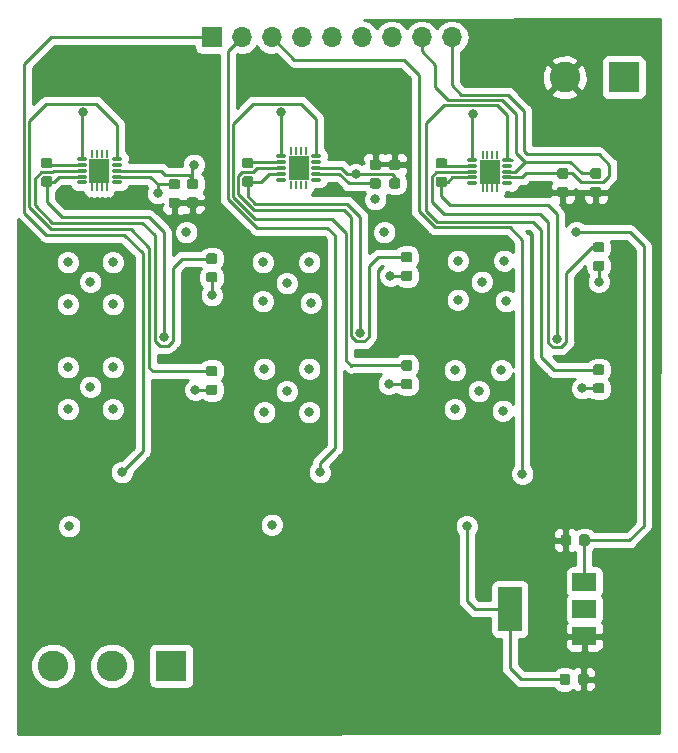
<source format=gbr>
G04 #@! TF.GenerationSoftware,KiCad,Pcbnew,(5.0.1)-3*
G04 #@! TF.CreationDate,2021-02-08T17:12:00-05:00*
G04 #@! TF.ProjectId,fpga_esc,667067615F6573632E6B696361645F70,rev?*
G04 #@! TF.SameCoordinates,Original*
G04 #@! TF.FileFunction,Copper,L1,Top,Signal*
G04 #@! TF.FilePolarity,Positive*
%FSLAX46Y46*%
G04 Gerber Fmt 4.6, Leading zero omitted, Abs format (unit mm)*
G04 Created by KiCad (PCBNEW (5.0.1)-3) date 2021-02-08 5:12:00 PM*
%MOMM*%
%LPD*%
G01*
G04 APERTURE LIST*
G04 #@! TA.AperFunction,Conductor*
%ADD10C,0.100000*%
G04 #@! TD*
G04 #@! TA.AperFunction,SMDPad,CuDef*
%ADD11C,0.875000*%
G04 #@! TD*
G04 #@! TA.AperFunction,ComponentPad*
%ADD12R,2.600000X2.600000*%
G04 #@! TD*
G04 #@! TA.AperFunction,ComponentPad*
%ADD13C,2.600000*%
G04 #@! TD*
G04 #@! TA.AperFunction,SMDPad,CuDef*
%ADD14R,0.250000X0.700000*%
G04 #@! TD*
G04 #@! TA.AperFunction,SMDPad,CuDef*
%ADD15O,0.850000X0.280000*%
G04 #@! TD*
G04 #@! TA.AperFunction,SMDPad,CuDef*
%ADD16R,0.280000X0.280000*%
G04 #@! TD*
G04 #@! TA.AperFunction,ComponentPad*
%ADD17C,0.600000*%
G04 #@! TD*
G04 #@! TA.AperFunction,SMDPad,CuDef*
%ADD18R,1.700000X2.150000*%
G04 #@! TD*
G04 #@! TA.AperFunction,SMDPad,CuDef*
%ADD19R,0.650000X0.900000*%
G04 #@! TD*
G04 #@! TA.AperFunction,SMDPad,CuDef*
%ADD20R,0.230000X0.600000*%
G04 #@! TD*
G04 #@! TA.AperFunction,ComponentPad*
%ADD21R,1.700000X1.700000*%
G04 #@! TD*
G04 #@! TA.AperFunction,ComponentPad*
%ADD22O,1.700000X1.700000*%
G04 #@! TD*
G04 #@! TA.AperFunction,SMDPad,CuDef*
%ADD23R,2.000000X3.800000*%
G04 #@! TD*
G04 #@! TA.AperFunction,SMDPad,CuDef*
%ADD24R,2.000000X1.500000*%
G04 #@! TD*
G04 #@! TA.AperFunction,ViaPad*
%ADD25C,0.800000*%
G04 #@! TD*
G04 #@! TA.AperFunction,Conductor*
%ADD26C,0.250000*%
G04 #@! TD*
G04 #@! TA.AperFunction,Conductor*
%ADD27C,0.254000*%
G04 #@! TD*
G04 APERTURE END LIST*
D10*
G04 #@! TO.N,GND*
G04 #@! TO.C,C4*
G36*
X158519691Y-53310053D02*
X158540926Y-53313203D01*
X158561750Y-53318419D01*
X158581962Y-53325651D01*
X158601368Y-53334830D01*
X158619781Y-53345866D01*
X158637024Y-53358654D01*
X158652930Y-53373070D01*
X158667346Y-53388976D01*
X158680134Y-53406219D01*
X158691170Y-53424632D01*
X158700349Y-53444038D01*
X158707581Y-53464250D01*
X158712797Y-53485074D01*
X158715947Y-53506309D01*
X158717000Y-53527750D01*
X158717000Y-53965250D01*
X158715947Y-53986691D01*
X158712797Y-54007926D01*
X158707581Y-54028750D01*
X158700349Y-54048962D01*
X158691170Y-54068368D01*
X158680134Y-54086781D01*
X158667346Y-54104024D01*
X158652930Y-54119930D01*
X158637024Y-54134346D01*
X158619781Y-54147134D01*
X158601368Y-54158170D01*
X158581962Y-54167349D01*
X158561750Y-54174581D01*
X158540926Y-54179797D01*
X158519691Y-54182947D01*
X158498250Y-54184000D01*
X157985750Y-54184000D01*
X157964309Y-54182947D01*
X157943074Y-54179797D01*
X157922250Y-54174581D01*
X157902038Y-54167349D01*
X157882632Y-54158170D01*
X157864219Y-54147134D01*
X157846976Y-54134346D01*
X157831070Y-54119930D01*
X157816654Y-54104024D01*
X157803866Y-54086781D01*
X157792830Y-54068368D01*
X157783651Y-54048962D01*
X157776419Y-54028750D01*
X157771203Y-54007926D01*
X157768053Y-53986691D01*
X157767000Y-53965250D01*
X157767000Y-53527750D01*
X157768053Y-53506309D01*
X157771203Y-53485074D01*
X157776419Y-53464250D01*
X157783651Y-53444038D01*
X157792830Y-53424632D01*
X157803866Y-53406219D01*
X157816654Y-53388976D01*
X157831070Y-53373070D01*
X157846976Y-53358654D01*
X157864219Y-53345866D01*
X157882632Y-53334830D01*
X157902038Y-53325651D01*
X157922250Y-53318419D01*
X157943074Y-53313203D01*
X157964309Y-53310053D01*
X157985750Y-53309000D01*
X158498250Y-53309000D01*
X158519691Y-53310053D01*
X158519691Y-53310053D01*
G37*
D11*
G04 #@! TD*
G04 #@! TO.P,C4,2*
G04 #@! TO.N,GND*
X158242000Y-53746500D03*
D10*
G04 #@! TO.N,/Control Signals (from FPGA or microcontroller)/L1*
G04 #@! TO.C,C4*
G36*
X158519691Y-51735053D02*
X158540926Y-51738203D01*
X158561750Y-51743419D01*
X158581962Y-51750651D01*
X158601368Y-51759830D01*
X158619781Y-51770866D01*
X158637024Y-51783654D01*
X158652930Y-51798070D01*
X158667346Y-51813976D01*
X158680134Y-51831219D01*
X158691170Y-51849632D01*
X158700349Y-51869038D01*
X158707581Y-51889250D01*
X158712797Y-51910074D01*
X158715947Y-51931309D01*
X158717000Y-51952750D01*
X158717000Y-52390250D01*
X158715947Y-52411691D01*
X158712797Y-52432926D01*
X158707581Y-52453750D01*
X158700349Y-52473962D01*
X158691170Y-52493368D01*
X158680134Y-52511781D01*
X158667346Y-52529024D01*
X158652930Y-52544930D01*
X158637024Y-52559346D01*
X158619781Y-52572134D01*
X158601368Y-52583170D01*
X158581962Y-52592349D01*
X158561750Y-52599581D01*
X158540926Y-52604797D01*
X158519691Y-52607947D01*
X158498250Y-52609000D01*
X157985750Y-52609000D01*
X157964309Y-52607947D01*
X157943074Y-52604797D01*
X157922250Y-52599581D01*
X157902038Y-52592349D01*
X157882632Y-52583170D01*
X157864219Y-52572134D01*
X157846976Y-52559346D01*
X157831070Y-52544930D01*
X157816654Y-52529024D01*
X157803866Y-52511781D01*
X157792830Y-52493368D01*
X157783651Y-52473962D01*
X157776419Y-52453750D01*
X157771203Y-52432926D01*
X157768053Y-52411691D01*
X157767000Y-52390250D01*
X157767000Y-51952750D01*
X157768053Y-51931309D01*
X157771203Y-51910074D01*
X157776419Y-51889250D01*
X157783651Y-51869038D01*
X157792830Y-51849632D01*
X157803866Y-51831219D01*
X157816654Y-51813976D01*
X157831070Y-51798070D01*
X157846976Y-51783654D01*
X157864219Y-51770866D01*
X157882632Y-51759830D01*
X157902038Y-51750651D01*
X157922250Y-51743419D01*
X157943074Y-51738203D01*
X157964309Y-51735053D01*
X157985750Y-51734000D01*
X158498250Y-51734000D01*
X158519691Y-51735053D01*
X158519691Y-51735053D01*
G37*
D11*
G04 #@! TD*
G04 #@! TO.P,C4,1*
G04 #@! TO.N,/Control Signals (from FPGA or microcontroller)/L1*
X158242000Y-52171500D03*
D10*
G04 #@! TO.N,Net-(C7-Pad1)*
G04 #@! TO.C,C7*
G36*
X145438691Y-50871553D02*
X145459926Y-50874703D01*
X145480750Y-50879919D01*
X145500962Y-50887151D01*
X145520368Y-50896330D01*
X145538781Y-50907366D01*
X145556024Y-50920154D01*
X145571930Y-50934570D01*
X145586346Y-50950476D01*
X145599134Y-50967719D01*
X145610170Y-50986132D01*
X145619349Y-51005538D01*
X145626581Y-51025750D01*
X145631797Y-51046574D01*
X145634947Y-51067809D01*
X145636000Y-51089250D01*
X145636000Y-51526750D01*
X145634947Y-51548191D01*
X145631797Y-51569426D01*
X145626581Y-51590250D01*
X145619349Y-51610462D01*
X145610170Y-51629868D01*
X145599134Y-51648281D01*
X145586346Y-51665524D01*
X145571930Y-51681430D01*
X145556024Y-51695846D01*
X145538781Y-51708634D01*
X145520368Y-51719670D01*
X145500962Y-51728849D01*
X145480750Y-51736081D01*
X145459926Y-51741297D01*
X145438691Y-51744447D01*
X145417250Y-51745500D01*
X144904750Y-51745500D01*
X144883309Y-51744447D01*
X144862074Y-51741297D01*
X144841250Y-51736081D01*
X144821038Y-51728849D01*
X144801632Y-51719670D01*
X144783219Y-51708634D01*
X144765976Y-51695846D01*
X144750070Y-51681430D01*
X144735654Y-51665524D01*
X144722866Y-51648281D01*
X144711830Y-51629868D01*
X144702651Y-51610462D01*
X144695419Y-51590250D01*
X144690203Y-51569426D01*
X144687053Y-51548191D01*
X144686000Y-51526750D01*
X144686000Y-51089250D01*
X144687053Y-51067809D01*
X144690203Y-51046574D01*
X144695419Y-51025750D01*
X144702651Y-51005538D01*
X144711830Y-50986132D01*
X144722866Y-50967719D01*
X144735654Y-50950476D01*
X144750070Y-50934570D01*
X144765976Y-50920154D01*
X144783219Y-50907366D01*
X144801632Y-50896330D01*
X144821038Y-50887151D01*
X144841250Y-50879919D01*
X144862074Y-50874703D01*
X144883309Y-50871553D01*
X144904750Y-50870500D01*
X145417250Y-50870500D01*
X145438691Y-50871553D01*
X145438691Y-50871553D01*
G37*
D11*
G04 #@! TD*
G04 #@! TO.P,C7,1*
G04 #@! TO.N,Net-(C7-Pad1)*
X145161000Y-51308000D03*
D10*
G04 #@! TO.N,/Three Phase Bridge/PHASE_1*
G04 #@! TO.C,C7*
G36*
X145438691Y-52446553D02*
X145459926Y-52449703D01*
X145480750Y-52454919D01*
X145500962Y-52462151D01*
X145520368Y-52471330D01*
X145538781Y-52482366D01*
X145556024Y-52495154D01*
X145571930Y-52509570D01*
X145586346Y-52525476D01*
X145599134Y-52542719D01*
X145610170Y-52561132D01*
X145619349Y-52580538D01*
X145626581Y-52600750D01*
X145631797Y-52621574D01*
X145634947Y-52642809D01*
X145636000Y-52664250D01*
X145636000Y-53101750D01*
X145634947Y-53123191D01*
X145631797Y-53144426D01*
X145626581Y-53165250D01*
X145619349Y-53185462D01*
X145610170Y-53204868D01*
X145599134Y-53223281D01*
X145586346Y-53240524D01*
X145571930Y-53256430D01*
X145556024Y-53270846D01*
X145538781Y-53283634D01*
X145520368Y-53294670D01*
X145500962Y-53303849D01*
X145480750Y-53311081D01*
X145459926Y-53316297D01*
X145438691Y-53319447D01*
X145417250Y-53320500D01*
X144904750Y-53320500D01*
X144883309Y-53319447D01*
X144862074Y-53316297D01*
X144841250Y-53311081D01*
X144821038Y-53303849D01*
X144801632Y-53294670D01*
X144783219Y-53283634D01*
X144765976Y-53270846D01*
X144750070Y-53256430D01*
X144735654Y-53240524D01*
X144722866Y-53223281D01*
X144711830Y-53204868D01*
X144702651Y-53185462D01*
X144695419Y-53165250D01*
X144690203Y-53144426D01*
X144687053Y-53123191D01*
X144686000Y-53101750D01*
X144686000Y-52664250D01*
X144687053Y-52642809D01*
X144690203Y-52621574D01*
X144695419Y-52600750D01*
X144702651Y-52580538D01*
X144711830Y-52561132D01*
X144722866Y-52542719D01*
X144735654Y-52525476D01*
X144750070Y-52509570D01*
X144765976Y-52495154D01*
X144783219Y-52482366D01*
X144801632Y-52471330D01*
X144821038Y-52462151D01*
X144841250Y-52454919D01*
X144862074Y-52449703D01*
X144883309Y-52446553D01*
X144904750Y-52445500D01*
X145417250Y-52445500D01*
X145438691Y-52446553D01*
X145438691Y-52446553D01*
G37*
D11*
G04 #@! TD*
G04 #@! TO.P,C7,2*
G04 #@! TO.N,/Three Phase Bridge/PHASE_1*
X145161000Y-52883000D03*
D12*
G04 #@! TO.P,J3,1*
G04 #@! TO.N,V_POWER*
X160600400Y-44043600D03*
D13*
G04 #@! TO.P,J3,2*
G04 #@! TO.N,GND*
X155600400Y-44043600D03*
G04 #@! TD*
D10*
G04 #@! TO.N,GND*
G04 #@! TO.C,C2*
G36*
X139850691Y-50998553D02*
X139871926Y-51001703D01*
X139892750Y-51006919D01*
X139912962Y-51014151D01*
X139932368Y-51023330D01*
X139950781Y-51034366D01*
X139968024Y-51047154D01*
X139983930Y-51061570D01*
X139998346Y-51077476D01*
X140011134Y-51094719D01*
X140022170Y-51113132D01*
X140031349Y-51132538D01*
X140038581Y-51152750D01*
X140043797Y-51173574D01*
X140046947Y-51194809D01*
X140048000Y-51216250D01*
X140048000Y-51653750D01*
X140046947Y-51675191D01*
X140043797Y-51696426D01*
X140038581Y-51717250D01*
X140031349Y-51737462D01*
X140022170Y-51756868D01*
X140011134Y-51775281D01*
X139998346Y-51792524D01*
X139983930Y-51808430D01*
X139968024Y-51822846D01*
X139950781Y-51835634D01*
X139932368Y-51846670D01*
X139912962Y-51855849D01*
X139892750Y-51863081D01*
X139871926Y-51868297D01*
X139850691Y-51871447D01*
X139829250Y-51872500D01*
X139316750Y-51872500D01*
X139295309Y-51871447D01*
X139274074Y-51868297D01*
X139253250Y-51863081D01*
X139233038Y-51855849D01*
X139213632Y-51846670D01*
X139195219Y-51835634D01*
X139177976Y-51822846D01*
X139162070Y-51808430D01*
X139147654Y-51792524D01*
X139134866Y-51775281D01*
X139123830Y-51756868D01*
X139114651Y-51737462D01*
X139107419Y-51717250D01*
X139102203Y-51696426D01*
X139099053Y-51675191D01*
X139098000Y-51653750D01*
X139098000Y-51216250D01*
X139099053Y-51194809D01*
X139102203Y-51173574D01*
X139107419Y-51152750D01*
X139114651Y-51132538D01*
X139123830Y-51113132D01*
X139134866Y-51094719D01*
X139147654Y-51077476D01*
X139162070Y-51061570D01*
X139177976Y-51047154D01*
X139195219Y-51034366D01*
X139213632Y-51023330D01*
X139233038Y-51014151D01*
X139253250Y-51006919D01*
X139274074Y-51001703D01*
X139295309Y-50998553D01*
X139316750Y-50997500D01*
X139829250Y-50997500D01*
X139850691Y-50998553D01*
X139850691Y-50998553D01*
G37*
D11*
G04 #@! TD*
G04 #@! TO.P,C2,2*
G04 #@! TO.N,GND*
X139573000Y-51435000D03*
D10*
G04 #@! TO.N,/Control Signals (from FPGA or microcontroller)/H2*
G04 #@! TO.C,C2*
G36*
X139850691Y-52573553D02*
X139871926Y-52576703D01*
X139892750Y-52581919D01*
X139912962Y-52589151D01*
X139932368Y-52598330D01*
X139950781Y-52609366D01*
X139968024Y-52622154D01*
X139983930Y-52636570D01*
X139998346Y-52652476D01*
X140011134Y-52669719D01*
X140022170Y-52688132D01*
X140031349Y-52707538D01*
X140038581Y-52727750D01*
X140043797Y-52748574D01*
X140046947Y-52769809D01*
X140048000Y-52791250D01*
X140048000Y-53228750D01*
X140046947Y-53250191D01*
X140043797Y-53271426D01*
X140038581Y-53292250D01*
X140031349Y-53312462D01*
X140022170Y-53331868D01*
X140011134Y-53350281D01*
X139998346Y-53367524D01*
X139983930Y-53383430D01*
X139968024Y-53397846D01*
X139950781Y-53410634D01*
X139932368Y-53421670D01*
X139912962Y-53430849D01*
X139892750Y-53438081D01*
X139871926Y-53443297D01*
X139850691Y-53446447D01*
X139829250Y-53447500D01*
X139316750Y-53447500D01*
X139295309Y-53446447D01*
X139274074Y-53443297D01*
X139253250Y-53438081D01*
X139233038Y-53430849D01*
X139213632Y-53421670D01*
X139195219Y-53410634D01*
X139177976Y-53397846D01*
X139162070Y-53383430D01*
X139147654Y-53367524D01*
X139134866Y-53350281D01*
X139123830Y-53331868D01*
X139114651Y-53312462D01*
X139107419Y-53292250D01*
X139102203Y-53271426D01*
X139099053Y-53250191D01*
X139098000Y-53228750D01*
X139098000Y-52791250D01*
X139099053Y-52769809D01*
X139102203Y-52748574D01*
X139107419Y-52727750D01*
X139114651Y-52707538D01*
X139123830Y-52688132D01*
X139134866Y-52669719D01*
X139147654Y-52652476D01*
X139162070Y-52636570D01*
X139177976Y-52622154D01*
X139195219Y-52609366D01*
X139213632Y-52598330D01*
X139233038Y-52589151D01*
X139253250Y-52581919D01*
X139274074Y-52576703D01*
X139295309Y-52573553D01*
X139316750Y-52572500D01*
X139829250Y-52572500D01*
X139850691Y-52573553D01*
X139850691Y-52573553D01*
G37*
D11*
G04 #@! TD*
G04 #@! TO.P,C2,1*
G04 #@! TO.N,/Control Signals (from FPGA or microcontroller)/H2*
X139573000Y-53010000D03*
D12*
G04 #@! TO.P,J1,1*
G04 #@! TO.N,/Motor Output/output_1*
X122301000Y-93853000D03*
D13*
G04 #@! TO.P,J1,2*
G04 #@! TO.N,/Motor Output/output_2*
X117301000Y-93853000D03*
G04 #@! TO.P,J1,3*
G04 #@! TO.N,/Motor Output/output_3*
X112301000Y-93853000D03*
G04 #@! TD*
D10*
G04 #@! TO.N,/Control Signals (from FPGA or microcontroller)/H1*
G04 #@! TO.C,C1*
G36*
X155725691Y-51735053D02*
X155746926Y-51738203D01*
X155767750Y-51743419D01*
X155787962Y-51750651D01*
X155807368Y-51759830D01*
X155825781Y-51770866D01*
X155843024Y-51783654D01*
X155858930Y-51798070D01*
X155873346Y-51813976D01*
X155886134Y-51831219D01*
X155897170Y-51849632D01*
X155906349Y-51869038D01*
X155913581Y-51889250D01*
X155918797Y-51910074D01*
X155921947Y-51931309D01*
X155923000Y-51952750D01*
X155923000Y-52390250D01*
X155921947Y-52411691D01*
X155918797Y-52432926D01*
X155913581Y-52453750D01*
X155906349Y-52473962D01*
X155897170Y-52493368D01*
X155886134Y-52511781D01*
X155873346Y-52529024D01*
X155858930Y-52544930D01*
X155843024Y-52559346D01*
X155825781Y-52572134D01*
X155807368Y-52583170D01*
X155787962Y-52592349D01*
X155767750Y-52599581D01*
X155746926Y-52604797D01*
X155725691Y-52607947D01*
X155704250Y-52609000D01*
X155191750Y-52609000D01*
X155170309Y-52607947D01*
X155149074Y-52604797D01*
X155128250Y-52599581D01*
X155108038Y-52592349D01*
X155088632Y-52583170D01*
X155070219Y-52572134D01*
X155052976Y-52559346D01*
X155037070Y-52544930D01*
X155022654Y-52529024D01*
X155009866Y-52511781D01*
X154998830Y-52493368D01*
X154989651Y-52473962D01*
X154982419Y-52453750D01*
X154977203Y-52432926D01*
X154974053Y-52411691D01*
X154973000Y-52390250D01*
X154973000Y-51952750D01*
X154974053Y-51931309D01*
X154977203Y-51910074D01*
X154982419Y-51889250D01*
X154989651Y-51869038D01*
X154998830Y-51849632D01*
X155009866Y-51831219D01*
X155022654Y-51813976D01*
X155037070Y-51798070D01*
X155052976Y-51783654D01*
X155070219Y-51770866D01*
X155088632Y-51759830D01*
X155108038Y-51750651D01*
X155128250Y-51743419D01*
X155149074Y-51738203D01*
X155170309Y-51735053D01*
X155191750Y-51734000D01*
X155704250Y-51734000D01*
X155725691Y-51735053D01*
X155725691Y-51735053D01*
G37*
D11*
G04 #@! TD*
G04 #@! TO.P,C1,1*
G04 #@! TO.N,/Control Signals (from FPGA or microcontroller)/H1*
X155448000Y-52171500D03*
D10*
G04 #@! TO.N,GND*
G04 #@! TO.C,C1*
G36*
X155725691Y-53310053D02*
X155746926Y-53313203D01*
X155767750Y-53318419D01*
X155787962Y-53325651D01*
X155807368Y-53334830D01*
X155825781Y-53345866D01*
X155843024Y-53358654D01*
X155858930Y-53373070D01*
X155873346Y-53388976D01*
X155886134Y-53406219D01*
X155897170Y-53424632D01*
X155906349Y-53444038D01*
X155913581Y-53464250D01*
X155918797Y-53485074D01*
X155921947Y-53506309D01*
X155923000Y-53527750D01*
X155923000Y-53965250D01*
X155921947Y-53986691D01*
X155918797Y-54007926D01*
X155913581Y-54028750D01*
X155906349Y-54048962D01*
X155897170Y-54068368D01*
X155886134Y-54086781D01*
X155873346Y-54104024D01*
X155858930Y-54119930D01*
X155843024Y-54134346D01*
X155825781Y-54147134D01*
X155807368Y-54158170D01*
X155787962Y-54167349D01*
X155767750Y-54174581D01*
X155746926Y-54179797D01*
X155725691Y-54182947D01*
X155704250Y-54184000D01*
X155191750Y-54184000D01*
X155170309Y-54182947D01*
X155149074Y-54179797D01*
X155128250Y-54174581D01*
X155108038Y-54167349D01*
X155088632Y-54158170D01*
X155070219Y-54147134D01*
X155052976Y-54134346D01*
X155037070Y-54119930D01*
X155022654Y-54104024D01*
X155009866Y-54086781D01*
X154998830Y-54068368D01*
X154989651Y-54048962D01*
X154982419Y-54028750D01*
X154977203Y-54007926D01*
X154974053Y-53986691D01*
X154973000Y-53965250D01*
X154973000Y-53527750D01*
X154974053Y-53506309D01*
X154977203Y-53485074D01*
X154982419Y-53464250D01*
X154989651Y-53444038D01*
X154998830Y-53424632D01*
X155009866Y-53406219D01*
X155022654Y-53388976D01*
X155037070Y-53373070D01*
X155052976Y-53358654D01*
X155070219Y-53345866D01*
X155088632Y-53334830D01*
X155108038Y-53325651D01*
X155128250Y-53318419D01*
X155149074Y-53313203D01*
X155170309Y-53310053D01*
X155191750Y-53309000D01*
X155704250Y-53309000D01*
X155725691Y-53310053D01*
X155725691Y-53310053D01*
G37*
D11*
G04 #@! TD*
G04 #@! TO.P,C1,2*
G04 #@! TO.N,GND*
X155448000Y-53746500D03*
D10*
G04 #@! TO.N,/Control Signals (from FPGA or microcontroller)/H3*
G04 #@! TO.C,C3*
G36*
X122832691Y-52649553D02*
X122853926Y-52652703D01*
X122874750Y-52657919D01*
X122894962Y-52665151D01*
X122914368Y-52674330D01*
X122932781Y-52685366D01*
X122950024Y-52698154D01*
X122965930Y-52712570D01*
X122980346Y-52728476D01*
X122993134Y-52745719D01*
X123004170Y-52764132D01*
X123013349Y-52783538D01*
X123020581Y-52803750D01*
X123025797Y-52824574D01*
X123028947Y-52845809D01*
X123030000Y-52867250D01*
X123030000Y-53304750D01*
X123028947Y-53326191D01*
X123025797Y-53347426D01*
X123020581Y-53368250D01*
X123013349Y-53388462D01*
X123004170Y-53407868D01*
X122993134Y-53426281D01*
X122980346Y-53443524D01*
X122965930Y-53459430D01*
X122950024Y-53473846D01*
X122932781Y-53486634D01*
X122914368Y-53497670D01*
X122894962Y-53506849D01*
X122874750Y-53514081D01*
X122853926Y-53519297D01*
X122832691Y-53522447D01*
X122811250Y-53523500D01*
X122298750Y-53523500D01*
X122277309Y-53522447D01*
X122256074Y-53519297D01*
X122235250Y-53514081D01*
X122215038Y-53506849D01*
X122195632Y-53497670D01*
X122177219Y-53486634D01*
X122159976Y-53473846D01*
X122144070Y-53459430D01*
X122129654Y-53443524D01*
X122116866Y-53426281D01*
X122105830Y-53407868D01*
X122096651Y-53388462D01*
X122089419Y-53368250D01*
X122084203Y-53347426D01*
X122081053Y-53326191D01*
X122080000Y-53304750D01*
X122080000Y-52867250D01*
X122081053Y-52845809D01*
X122084203Y-52824574D01*
X122089419Y-52803750D01*
X122096651Y-52783538D01*
X122105830Y-52764132D01*
X122116866Y-52745719D01*
X122129654Y-52728476D01*
X122144070Y-52712570D01*
X122159976Y-52698154D01*
X122177219Y-52685366D01*
X122195632Y-52674330D01*
X122215038Y-52665151D01*
X122235250Y-52657919D01*
X122256074Y-52652703D01*
X122277309Y-52649553D01*
X122298750Y-52648500D01*
X122811250Y-52648500D01*
X122832691Y-52649553D01*
X122832691Y-52649553D01*
G37*
D11*
G04 #@! TD*
G04 #@! TO.P,C3,1*
G04 #@! TO.N,/Control Signals (from FPGA or microcontroller)/H3*
X122555000Y-53086000D03*
D10*
G04 #@! TO.N,GND*
G04 #@! TO.C,C3*
G36*
X122832691Y-54224553D02*
X122853926Y-54227703D01*
X122874750Y-54232919D01*
X122894962Y-54240151D01*
X122914368Y-54249330D01*
X122932781Y-54260366D01*
X122950024Y-54273154D01*
X122965930Y-54287570D01*
X122980346Y-54303476D01*
X122993134Y-54320719D01*
X123004170Y-54339132D01*
X123013349Y-54358538D01*
X123020581Y-54378750D01*
X123025797Y-54399574D01*
X123028947Y-54420809D01*
X123030000Y-54442250D01*
X123030000Y-54879750D01*
X123028947Y-54901191D01*
X123025797Y-54922426D01*
X123020581Y-54943250D01*
X123013349Y-54963462D01*
X123004170Y-54982868D01*
X122993134Y-55001281D01*
X122980346Y-55018524D01*
X122965930Y-55034430D01*
X122950024Y-55048846D01*
X122932781Y-55061634D01*
X122914368Y-55072670D01*
X122894962Y-55081849D01*
X122874750Y-55089081D01*
X122853926Y-55094297D01*
X122832691Y-55097447D01*
X122811250Y-55098500D01*
X122298750Y-55098500D01*
X122277309Y-55097447D01*
X122256074Y-55094297D01*
X122235250Y-55089081D01*
X122215038Y-55081849D01*
X122195632Y-55072670D01*
X122177219Y-55061634D01*
X122159976Y-55048846D01*
X122144070Y-55034430D01*
X122129654Y-55018524D01*
X122116866Y-55001281D01*
X122105830Y-54982868D01*
X122096651Y-54963462D01*
X122089419Y-54943250D01*
X122084203Y-54922426D01*
X122081053Y-54901191D01*
X122080000Y-54879750D01*
X122080000Y-54442250D01*
X122081053Y-54420809D01*
X122084203Y-54399574D01*
X122089419Y-54378750D01*
X122096651Y-54358538D01*
X122105830Y-54339132D01*
X122116866Y-54320719D01*
X122129654Y-54303476D01*
X122144070Y-54287570D01*
X122159976Y-54273154D01*
X122177219Y-54260366D01*
X122195632Y-54249330D01*
X122215038Y-54240151D01*
X122235250Y-54232919D01*
X122256074Y-54227703D01*
X122277309Y-54224553D01*
X122298750Y-54223500D01*
X122811250Y-54223500D01*
X122832691Y-54224553D01*
X122832691Y-54224553D01*
G37*
D11*
G04 #@! TD*
G04 #@! TO.P,C3,2*
G04 #@! TO.N,GND*
X122555000Y-54661000D03*
D10*
G04 #@! TO.N,GND*
G04 #@! TO.C,C5*
G36*
X141501691Y-50998553D02*
X141522926Y-51001703D01*
X141543750Y-51006919D01*
X141563962Y-51014151D01*
X141583368Y-51023330D01*
X141601781Y-51034366D01*
X141619024Y-51047154D01*
X141634930Y-51061570D01*
X141649346Y-51077476D01*
X141662134Y-51094719D01*
X141673170Y-51113132D01*
X141682349Y-51132538D01*
X141689581Y-51152750D01*
X141694797Y-51173574D01*
X141697947Y-51194809D01*
X141699000Y-51216250D01*
X141699000Y-51653750D01*
X141697947Y-51675191D01*
X141694797Y-51696426D01*
X141689581Y-51717250D01*
X141682349Y-51737462D01*
X141673170Y-51756868D01*
X141662134Y-51775281D01*
X141649346Y-51792524D01*
X141634930Y-51808430D01*
X141619024Y-51822846D01*
X141601781Y-51835634D01*
X141583368Y-51846670D01*
X141563962Y-51855849D01*
X141543750Y-51863081D01*
X141522926Y-51868297D01*
X141501691Y-51871447D01*
X141480250Y-51872500D01*
X140967750Y-51872500D01*
X140946309Y-51871447D01*
X140925074Y-51868297D01*
X140904250Y-51863081D01*
X140884038Y-51855849D01*
X140864632Y-51846670D01*
X140846219Y-51835634D01*
X140828976Y-51822846D01*
X140813070Y-51808430D01*
X140798654Y-51792524D01*
X140785866Y-51775281D01*
X140774830Y-51756868D01*
X140765651Y-51737462D01*
X140758419Y-51717250D01*
X140753203Y-51696426D01*
X140750053Y-51675191D01*
X140749000Y-51653750D01*
X140749000Y-51216250D01*
X140750053Y-51194809D01*
X140753203Y-51173574D01*
X140758419Y-51152750D01*
X140765651Y-51132538D01*
X140774830Y-51113132D01*
X140785866Y-51094719D01*
X140798654Y-51077476D01*
X140813070Y-51061570D01*
X140828976Y-51047154D01*
X140846219Y-51034366D01*
X140864632Y-51023330D01*
X140884038Y-51014151D01*
X140904250Y-51006919D01*
X140925074Y-51001703D01*
X140946309Y-50998553D01*
X140967750Y-50997500D01*
X141480250Y-50997500D01*
X141501691Y-50998553D01*
X141501691Y-50998553D01*
G37*
D11*
G04 #@! TD*
G04 #@! TO.P,C5,2*
G04 #@! TO.N,GND*
X141224000Y-51435000D03*
D10*
G04 #@! TO.N,/Control Signals (from FPGA or microcontroller)/L2*
G04 #@! TO.C,C5*
G36*
X141501691Y-52573553D02*
X141522926Y-52576703D01*
X141543750Y-52581919D01*
X141563962Y-52589151D01*
X141583368Y-52598330D01*
X141601781Y-52609366D01*
X141619024Y-52622154D01*
X141634930Y-52636570D01*
X141649346Y-52652476D01*
X141662134Y-52669719D01*
X141673170Y-52688132D01*
X141682349Y-52707538D01*
X141689581Y-52727750D01*
X141694797Y-52748574D01*
X141697947Y-52769809D01*
X141699000Y-52791250D01*
X141699000Y-53228750D01*
X141697947Y-53250191D01*
X141694797Y-53271426D01*
X141689581Y-53292250D01*
X141682349Y-53312462D01*
X141673170Y-53331868D01*
X141662134Y-53350281D01*
X141649346Y-53367524D01*
X141634930Y-53383430D01*
X141619024Y-53397846D01*
X141601781Y-53410634D01*
X141583368Y-53421670D01*
X141563962Y-53430849D01*
X141543750Y-53438081D01*
X141522926Y-53443297D01*
X141501691Y-53446447D01*
X141480250Y-53447500D01*
X140967750Y-53447500D01*
X140946309Y-53446447D01*
X140925074Y-53443297D01*
X140904250Y-53438081D01*
X140884038Y-53430849D01*
X140864632Y-53421670D01*
X140846219Y-53410634D01*
X140828976Y-53397846D01*
X140813070Y-53383430D01*
X140798654Y-53367524D01*
X140785866Y-53350281D01*
X140774830Y-53331868D01*
X140765651Y-53312462D01*
X140758419Y-53292250D01*
X140753203Y-53271426D01*
X140750053Y-53250191D01*
X140749000Y-53228750D01*
X140749000Y-52791250D01*
X140750053Y-52769809D01*
X140753203Y-52748574D01*
X140758419Y-52727750D01*
X140765651Y-52707538D01*
X140774830Y-52688132D01*
X140785866Y-52669719D01*
X140798654Y-52652476D01*
X140813070Y-52636570D01*
X140828976Y-52622154D01*
X140846219Y-52609366D01*
X140864632Y-52598330D01*
X140884038Y-52589151D01*
X140904250Y-52581919D01*
X140925074Y-52576703D01*
X140946309Y-52573553D01*
X140967750Y-52572500D01*
X141480250Y-52572500D01*
X141501691Y-52573553D01*
X141501691Y-52573553D01*
G37*
D11*
G04 #@! TD*
G04 #@! TO.P,C5,1*
G04 #@! TO.N,/Control Signals (from FPGA or microcontroller)/L2*
X141224000Y-53010000D03*
D10*
G04 #@! TO.N,/Control Signals (from FPGA or microcontroller)/L3*
G04 #@! TO.C,C6*
G36*
X124377955Y-52621741D02*
X124399190Y-52624891D01*
X124420014Y-52630107D01*
X124440226Y-52637339D01*
X124459632Y-52646518D01*
X124478045Y-52657554D01*
X124495288Y-52670342D01*
X124511194Y-52684758D01*
X124525610Y-52700664D01*
X124538398Y-52717907D01*
X124549434Y-52736320D01*
X124558613Y-52755726D01*
X124565845Y-52775938D01*
X124571061Y-52796762D01*
X124574211Y-52817997D01*
X124575264Y-52839438D01*
X124575264Y-53276938D01*
X124574211Y-53298379D01*
X124571061Y-53319614D01*
X124565845Y-53340438D01*
X124558613Y-53360650D01*
X124549434Y-53380056D01*
X124538398Y-53398469D01*
X124525610Y-53415712D01*
X124511194Y-53431618D01*
X124495288Y-53446034D01*
X124478045Y-53458822D01*
X124459632Y-53469858D01*
X124440226Y-53479037D01*
X124420014Y-53486269D01*
X124399190Y-53491485D01*
X124377955Y-53494635D01*
X124356514Y-53495688D01*
X123844014Y-53495688D01*
X123822573Y-53494635D01*
X123801338Y-53491485D01*
X123780514Y-53486269D01*
X123760302Y-53479037D01*
X123740896Y-53469858D01*
X123722483Y-53458822D01*
X123705240Y-53446034D01*
X123689334Y-53431618D01*
X123674918Y-53415712D01*
X123662130Y-53398469D01*
X123651094Y-53380056D01*
X123641915Y-53360650D01*
X123634683Y-53340438D01*
X123629467Y-53319614D01*
X123626317Y-53298379D01*
X123625264Y-53276938D01*
X123625264Y-52839438D01*
X123626317Y-52817997D01*
X123629467Y-52796762D01*
X123634683Y-52775938D01*
X123641915Y-52755726D01*
X123651094Y-52736320D01*
X123662130Y-52717907D01*
X123674918Y-52700664D01*
X123689334Y-52684758D01*
X123705240Y-52670342D01*
X123722483Y-52657554D01*
X123740896Y-52646518D01*
X123760302Y-52637339D01*
X123780514Y-52630107D01*
X123801338Y-52624891D01*
X123822573Y-52621741D01*
X123844014Y-52620688D01*
X124356514Y-52620688D01*
X124377955Y-52621741D01*
X124377955Y-52621741D01*
G37*
D11*
G04 #@! TD*
G04 #@! TO.P,C6,1*
G04 #@! TO.N,/Control Signals (from FPGA or microcontroller)/L3*
X124100264Y-53058188D03*
D10*
G04 #@! TO.N,GND*
G04 #@! TO.C,C6*
G36*
X124377955Y-54196741D02*
X124399190Y-54199891D01*
X124420014Y-54205107D01*
X124440226Y-54212339D01*
X124459632Y-54221518D01*
X124478045Y-54232554D01*
X124495288Y-54245342D01*
X124511194Y-54259758D01*
X124525610Y-54275664D01*
X124538398Y-54292907D01*
X124549434Y-54311320D01*
X124558613Y-54330726D01*
X124565845Y-54350938D01*
X124571061Y-54371762D01*
X124574211Y-54392997D01*
X124575264Y-54414438D01*
X124575264Y-54851938D01*
X124574211Y-54873379D01*
X124571061Y-54894614D01*
X124565845Y-54915438D01*
X124558613Y-54935650D01*
X124549434Y-54955056D01*
X124538398Y-54973469D01*
X124525610Y-54990712D01*
X124511194Y-55006618D01*
X124495288Y-55021034D01*
X124478045Y-55033822D01*
X124459632Y-55044858D01*
X124440226Y-55054037D01*
X124420014Y-55061269D01*
X124399190Y-55066485D01*
X124377955Y-55069635D01*
X124356514Y-55070688D01*
X123844014Y-55070688D01*
X123822573Y-55069635D01*
X123801338Y-55066485D01*
X123780514Y-55061269D01*
X123760302Y-55054037D01*
X123740896Y-55044858D01*
X123722483Y-55033822D01*
X123705240Y-55021034D01*
X123689334Y-55006618D01*
X123674918Y-54990712D01*
X123662130Y-54973469D01*
X123651094Y-54955056D01*
X123641915Y-54935650D01*
X123634683Y-54915438D01*
X123629467Y-54894614D01*
X123626317Y-54873379D01*
X123625264Y-54851938D01*
X123625264Y-54414438D01*
X123626317Y-54392997D01*
X123629467Y-54371762D01*
X123634683Y-54350938D01*
X123641915Y-54330726D01*
X123651094Y-54311320D01*
X123662130Y-54292907D01*
X123674918Y-54275664D01*
X123689334Y-54259758D01*
X123705240Y-54245342D01*
X123722483Y-54232554D01*
X123740896Y-54221518D01*
X123760302Y-54212339D01*
X123780514Y-54205107D01*
X123801338Y-54199891D01*
X123822573Y-54196741D01*
X123844014Y-54195688D01*
X124356514Y-54195688D01*
X124377955Y-54196741D01*
X124377955Y-54196741D01*
G37*
D11*
G04 #@! TD*
G04 #@! TO.P,C6,2*
G04 #@! TO.N,GND*
X124100264Y-54633188D03*
D10*
G04 #@! TO.N,/Three Phase Bridge/PHASE_2*
G04 #@! TO.C,C8*
G36*
X129055691Y-52421053D02*
X129076926Y-52424203D01*
X129097750Y-52429419D01*
X129117962Y-52436651D01*
X129137368Y-52445830D01*
X129155781Y-52456866D01*
X129173024Y-52469654D01*
X129188930Y-52484070D01*
X129203346Y-52499976D01*
X129216134Y-52517219D01*
X129227170Y-52535632D01*
X129236349Y-52555038D01*
X129243581Y-52575250D01*
X129248797Y-52596074D01*
X129251947Y-52617309D01*
X129253000Y-52638750D01*
X129253000Y-53076250D01*
X129251947Y-53097691D01*
X129248797Y-53118926D01*
X129243581Y-53139750D01*
X129236349Y-53159962D01*
X129227170Y-53179368D01*
X129216134Y-53197781D01*
X129203346Y-53215024D01*
X129188930Y-53230930D01*
X129173024Y-53245346D01*
X129155781Y-53258134D01*
X129137368Y-53269170D01*
X129117962Y-53278349D01*
X129097750Y-53285581D01*
X129076926Y-53290797D01*
X129055691Y-53293947D01*
X129034250Y-53295000D01*
X128521750Y-53295000D01*
X128500309Y-53293947D01*
X128479074Y-53290797D01*
X128458250Y-53285581D01*
X128438038Y-53278349D01*
X128418632Y-53269170D01*
X128400219Y-53258134D01*
X128382976Y-53245346D01*
X128367070Y-53230930D01*
X128352654Y-53215024D01*
X128339866Y-53197781D01*
X128328830Y-53179368D01*
X128319651Y-53159962D01*
X128312419Y-53139750D01*
X128307203Y-53118926D01*
X128304053Y-53097691D01*
X128303000Y-53076250D01*
X128303000Y-52638750D01*
X128304053Y-52617309D01*
X128307203Y-52596074D01*
X128312419Y-52575250D01*
X128319651Y-52555038D01*
X128328830Y-52535632D01*
X128339866Y-52517219D01*
X128352654Y-52499976D01*
X128367070Y-52484070D01*
X128382976Y-52469654D01*
X128400219Y-52456866D01*
X128418632Y-52445830D01*
X128438038Y-52436651D01*
X128458250Y-52429419D01*
X128479074Y-52424203D01*
X128500309Y-52421053D01*
X128521750Y-52420000D01*
X129034250Y-52420000D01*
X129055691Y-52421053D01*
X129055691Y-52421053D01*
G37*
D11*
G04 #@! TD*
G04 #@! TO.P,C8,2*
G04 #@! TO.N,/Three Phase Bridge/PHASE_2*
X128778000Y-52857500D03*
D10*
G04 #@! TO.N,Net-(C8-Pad1)*
G04 #@! TO.C,C8*
G36*
X129055691Y-50846053D02*
X129076926Y-50849203D01*
X129097750Y-50854419D01*
X129117962Y-50861651D01*
X129137368Y-50870830D01*
X129155781Y-50881866D01*
X129173024Y-50894654D01*
X129188930Y-50909070D01*
X129203346Y-50924976D01*
X129216134Y-50942219D01*
X129227170Y-50960632D01*
X129236349Y-50980038D01*
X129243581Y-51000250D01*
X129248797Y-51021074D01*
X129251947Y-51042309D01*
X129253000Y-51063750D01*
X129253000Y-51501250D01*
X129251947Y-51522691D01*
X129248797Y-51543926D01*
X129243581Y-51564750D01*
X129236349Y-51584962D01*
X129227170Y-51604368D01*
X129216134Y-51622781D01*
X129203346Y-51640024D01*
X129188930Y-51655930D01*
X129173024Y-51670346D01*
X129155781Y-51683134D01*
X129137368Y-51694170D01*
X129117962Y-51703349D01*
X129097750Y-51710581D01*
X129076926Y-51715797D01*
X129055691Y-51718947D01*
X129034250Y-51720000D01*
X128521750Y-51720000D01*
X128500309Y-51718947D01*
X128479074Y-51715797D01*
X128458250Y-51710581D01*
X128438038Y-51703349D01*
X128418632Y-51694170D01*
X128400219Y-51683134D01*
X128382976Y-51670346D01*
X128367070Y-51655930D01*
X128352654Y-51640024D01*
X128339866Y-51622781D01*
X128328830Y-51604368D01*
X128319651Y-51584962D01*
X128312419Y-51564750D01*
X128307203Y-51543926D01*
X128304053Y-51522691D01*
X128303000Y-51501250D01*
X128303000Y-51063750D01*
X128304053Y-51042309D01*
X128307203Y-51021074D01*
X128312419Y-51000250D01*
X128319651Y-50980038D01*
X128328830Y-50960632D01*
X128339866Y-50942219D01*
X128352654Y-50924976D01*
X128367070Y-50909070D01*
X128382976Y-50894654D01*
X128400219Y-50881866D01*
X128418632Y-50870830D01*
X128438038Y-50861651D01*
X128458250Y-50854419D01*
X128479074Y-50849203D01*
X128500309Y-50846053D01*
X128521750Y-50845000D01*
X129034250Y-50845000D01*
X129055691Y-50846053D01*
X129055691Y-50846053D01*
G37*
D11*
G04 #@! TD*
G04 #@! TO.P,C8,1*
G04 #@! TO.N,Net-(C8-Pad1)*
X128778000Y-51282500D03*
D10*
G04 #@! TO.N,Net-(C9-Pad1)*
G04 #@! TO.C,C9*
G36*
X112037691Y-50846053D02*
X112058926Y-50849203D01*
X112079750Y-50854419D01*
X112099962Y-50861651D01*
X112119368Y-50870830D01*
X112137781Y-50881866D01*
X112155024Y-50894654D01*
X112170930Y-50909070D01*
X112185346Y-50924976D01*
X112198134Y-50942219D01*
X112209170Y-50960632D01*
X112218349Y-50980038D01*
X112225581Y-51000250D01*
X112230797Y-51021074D01*
X112233947Y-51042309D01*
X112235000Y-51063750D01*
X112235000Y-51501250D01*
X112233947Y-51522691D01*
X112230797Y-51543926D01*
X112225581Y-51564750D01*
X112218349Y-51584962D01*
X112209170Y-51604368D01*
X112198134Y-51622781D01*
X112185346Y-51640024D01*
X112170930Y-51655930D01*
X112155024Y-51670346D01*
X112137781Y-51683134D01*
X112119368Y-51694170D01*
X112099962Y-51703349D01*
X112079750Y-51710581D01*
X112058926Y-51715797D01*
X112037691Y-51718947D01*
X112016250Y-51720000D01*
X111503750Y-51720000D01*
X111482309Y-51718947D01*
X111461074Y-51715797D01*
X111440250Y-51710581D01*
X111420038Y-51703349D01*
X111400632Y-51694170D01*
X111382219Y-51683134D01*
X111364976Y-51670346D01*
X111349070Y-51655930D01*
X111334654Y-51640024D01*
X111321866Y-51622781D01*
X111310830Y-51604368D01*
X111301651Y-51584962D01*
X111294419Y-51564750D01*
X111289203Y-51543926D01*
X111286053Y-51522691D01*
X111285000Y-51501250D01*
X111285000Y-51063750D01*
X111286053Y-51042309D01*
X111289203Y-51021074D01*
X111294419Y-51000250D01*
X111301651Y-50980038D01*
X111310830Y-50960632D01*
X111321866Y-50942219D01*
X111334654Y-50924976D01*
X111349070Y-50909070D01*
X111364976Y-50894654D01*
X111382219Y-50881866D01*
X111400632Y-50870830D01*
X111420038Y-50861651D01*
X111440250Y-50854419D01*
X111461074Y-50849203D01*
X111482309Y-50846053D01*
X111503750Y-50845000D01*
X112016250Y-50845000D01*
X112037691Y-50846053D01*
X112037691Y-50846053D01*
G37*
D11*
G04 #@! TD*
G04 #@! TO.P,C9,1*
G04 #@! TO.N,Net-(C9-Pad1)*
X111760000Y-51282500D03*
D10*
G04 #@! TO.N,/Three Phase Bridge/PHASE_3*
G04 #@! TO.C,C9*
G36*
X112037691Y-52421053D02*
X112058926Y-52424203D01*
X112079750Y-52429419D01*
X112099962Y-52436651D01*
X112119368Y-52445830D01*
X112137781Y-52456866D01*
X112155024Y-52469654D01*
X112170930Y-52484070D01*
X112185346Y-52499976D01*
X112198134Y-52517219D01*
X112209170Y-52535632D01*
X112218349Y-52555038D01*
X112225581Y-52575250D01*
X112230797Y-52596074D01*
X112233947Y-52617309D01*
X112235000Y-52638750D01*
X112235000Y-53076250D01*
X112233947Y-53097691D01*
X112230797Y-53118926D01*
X112225581Y-53139750D01*
X112218349Y-53159962D01*
X112209170Y-53179368D01*
X112198134Y-53197781D01*
X112185346Y-53215024D01*
X112170930Y-53230930D01*
X112155024Y-53245346D01*
X112137781Y-53258134D01*
X112119368Y-53269170D01*
X112099962Y-53278349D01*
X112079750Y-53285581D01*
X112058926Y-53290797D01*
X112037691Y-53293947D01*
X112016250Y-53295000D01*
X111503750Y-53295000D01*
X111482309Y-53293947D01*
X111461074Y-53290797D01*
X111440250Y-53285581D01*
X111420038Y-53278349D01*
X111400632Y-53269170D01*
X111382219Y-53258134D01*
X111364976Y-53245346D01*
X111349070Y-53230930D01*
X111334654Y-53215024D01*
X111321866Y-53197781D01*
X111310830Y-53179368D01*
X111301651Y-53159962D01*
X111294419Y-53139750D01*
X111289203Y-53118926D01*
X111286053Y-53097691D01*
X111285000Y-53076250D01*
X111285000Y-52638750D01*
X111286053Y-52617309D01*
X111289203Y-52596074D01*
X111294419Y-52575250D01*
X111301651Y-52555038D01*
X111310830Y-52535632D01*
X111321866Y-52517219D01*
X111334654Y-52499976D01*
X111349070Y-52484070D01*
X111364976Y-52469654D01*
X111382219Y-52456866D01*
X111400632Y-52445830D01*
X111420038Y-52436651D01*
X111440250Y-52429419D01*
X111461074Y-52424203D01*
X111482309Y-52421053D01*
X111503750Y-52420000D01*
X112016250Y-52420000D01*
X112037691Y-52421053D01*
X112037691Y-52421053D01*
G37*
D11*
G04 #@! TD*
G04 #@! TO.P,C9,2*
G04 #@! TO.N,/Three Phase Bridge/PHASE_3*
X111760000Y-52857500D03*
D14*
G04 #@! TO.P,U1,11*
G04 #@! TO.N,GND*
X148676000Y-53434000D03*
X149876000Y-53434000D03*
X148676000Y-50584000D03*
X149876000Y-50584000D03*
D15*
G04 #@! TO.P,U1,1*
G04 #@! TO.N,V_POWER*
X147801000Y-51009000D03*
G04 #@! TO.P,U1,2*
G04 #@! TO.N,Net-(C7-Pad1)*
X147801000Y-51509000D03*
D16*
G04 #@! TO.P,U1,3*
G04 #@! TO.N,Net-(R1-Pad1)*
X147516000Y-52009000D03*
D15*
G04 #@! TO.P,U1,4*
G04 #@! TO.N,/Three Phase Bridge/PHASE_1*
X147801000Y-52509000D03*
D16*
G04 #@! TO.P,U1,5*
G04 #@! TO.N,N/C*
X147516000Y-53009000D03*
D15*
G04 #@! TO.P,U1,6*
X150751000Y-53009000D03*
G04 #@! TO.P,U1,7*
G04 #@! TO.N,/Control Signals (from FPGA or microcontroller)/H1*
X150751000Y-52509000D03*
D16*
G04 #@! TO.P,U1,8*
G04 #@! TO.N,/Control Signals (from FPGA or microcontroller)/L1*
X151036000Y-52009000D03*
G04 #@! TO.P,U1,9*
G04 #@! TO.N,GND*
X151036000Y-51509000D03*
G04 #@! TO.P,U1,10*
G04 #@! TO.N,Net-(R2-Pad1)*
X151036000Y-51009000D03*
D17*
G04 #@! TO.P,U1,11*
G04 #@! TO.N,GND*
X149276000Y-52009000D03*
X148776000Y-51509000D03*
X149776000Y-51509000D03*
X148776000Y-52509000D03*
X149776000Y-52509000D03*
D14*
X149076000Y-50584000D03*
X149476000Y-50584000D03*
X149076000Y-53434000D03*
X149476000Y-53434000D03*
D18*
X149276000Y-52009000D03*
D16*
G04 #@! TO.P,U1,1*
G04 #@! TO.N,V_POWER*
X147516000Y-51009000D03*
G04 #@! TO.P,U1,2*
G04 #@! TO.N,Net-(C7-Pad1)*
X147516000Y-51509000D03*
D15*
G04 #@! TO.P,U1,3*
G04 #@! TO.N,Net-(R1-Pad1)*
X147801000Y-52009000D03*
D16*
G04 #@! TO.P,U1,4*
G04 #@! TO.N,/Three Phase Bridge/PHASE_1*
X147516000Y-52509000D03*
D15*
G04 #@! TO.P,U1,5*
G04 #@! TO.N,N/C*
X147801000Y-53009000D03*
D16*
G04 #@! TO.P,U1,6*
X151036000Y-53009000D03*
G04 #@! TO.P,U1,7*
G04 #@! TO.N,/Control Signals (from FPGA or microcontroller)/H1*
X151036000Y-52509000D03*
D15*
G04 #@! TO.P,U1,8*
G04 #@! TO.N,/Control Signals (from FPGA or microcontroller)/L1*
X150751000Y-52009000D03*
G04 #@! TO.P,U1,9*
G04 #@! TO.N,GND*
X150751000Y-51509000D03*
G04 #@! TO.P,U1,10*
G04 #@! TO.N,Net-(R2-Pad1)*
X150751000Y-51009000D03*
D19*
G04 #@! TO.P,U1,11*
G04 #@! TO.N,GND*
X148841000Y-51449000D03*
X149711000Y-52569000D03*
X148841000Y-52569000D03*
X149711000Y-51449000D03*
D20*
X148676000Y-50584000D03*
X149076000Y-50584000D03*
X149476000Y-50584000D03*
X149876000Y-50584000D03*
X148676000Y-53434000D03*
X149076000Y-53434000D03*
X149476000Y-53434000D03*
X149876000Y-53434000D03*
G04 #@! TD*
D14*
G04 #@! TO.P,U2,11*
G04 #@! TO.N,GND*
X132478000Y-53130000D03*
X133678000Y-53130000D03*
X132478000Y-50280000D03*
X133678000Y-50280000D03*
D15*
G04 #@! TO.P,U2,1*
G04 #@! TO.N,V_POWER*
X131603000Y-50705000D03*
G04 #@! TO.P,U2,2*
G04 #@! TO.N,Net-(C8-Pad1)*
X131603000Y-51205000D03*
D16*
G04 #@! TO.P,U2,3*
G04 #@! TO.N,Net-(R3-Pad1)*
X131318000Y-51705000D03*
D15*
G04 #@! TO.P,U2,4*
G04 #@! TO.N,/Three Phase Bridge/PHASE_2*
X131603000Y-52205000D03*
D16*
G04 #@! TO.P,U2,5*
G04 #@! TO.N,N/C*
X131318000Y-52705000D03*
D15*
G04 #@! TO.P,U2,6*
X134553000Y-52705000D03*
G04 #@! TO.P,U2,7*
G04 #@! TO.N,/Control Signals (from FPGA or microcontroller)/H2*
X134553000Y-52205000D03*
D16*
G04 #@! TO.P,U2,8*
G04 #@! TO.N,/Control Signals (from FPGA or microcontroller)/L2*
X134838000Y-51705000D03*
G04 #@! TO.P,U2,9*
G04 #@! TO.N,GND*
X134838000Y-51205000D03*
G04 #@! TO.P,U2,10*
G04 #@! TO.N,Net-(R4-Pad1)*
X134838000Y-50705000D03*
D17*
G04 #@! TO.P,U2,11*
G04 #@! TO.N,GND*
X133078000Y-51705000D03*
X132578000Y-51205000D03*
X133578000Y-51205000D03*
X132578000Y-52205000D03*
X133578000Y-52205000D03*
D14*
X132878000Y-50280000D03*
X133278000Y-50280000D03*
X132878000Y-53130000D03*
X133278000Y-53130000D03*
D18*
X133078000Y-51705000D03*
D16*
G04 #@! TO.P,U2,1*
G04 #@! TO.N,V_POWER*
X131318000Y-50705000D03*
G04 #@! TO.P,U2,2*
G04 #@! TO.N,Net-(C8-Pad1)*
X131318000Y-51205000D03*
D15*
G04 #@! TO.P,U2,3*
G04 #@! TO.N,Net-(R3-Pad1)*
X131603000Y-51705000D03*
D16*
G04 #@! TO.P,U2,4*
G04 #@! TO.N,/Three Phase Bridge/PHASE_2*
X131318000Y-52205000D03*
D15*
G04 #@! TO.P,U2,5*
G04 #@! TO.N,N/C*
X131603000Y-52705000D03*
D16*
G04 #@! TO.P,U2,6*
X134838000Y-52705000D03*
G04 #@! TO.P,U2,7*
G04 #@! TO.N,/Control Signals (from FPGA or microcontroller)/H2*
X134838000Y-52205000D03*
D15*
G04 #@! TO.P,U2,8*
G04 #@! TO.N,/Control Signals (from FPGA or microcontroller)/L2*
X134553000Y-51705000D03*
G04 #@! TO.P,U2,9*
G04 #@! TO.N,GND*
X134553000Y-51205000D03*
G04 #@! TO.P,U2,10*
G04 #@! TO.N,Net-(R4-Pad1)*
X134553000Y-50705000D03*
D19*
G04 #@! TO.P,U2,11*
G04 #@! TO.N,GND*
X132643000Y-51145000D03*
X133513000Y-52265000D03*
X132643000Y-52265000D03*
X133513000Y-51145000D03*
D20*
X132478000Y-50280000D03*
X132878000Y-50280000D03*
X133278000Y-50280000D03*
X133678000Y-50280000D03*
X132478000Y-53130000D03*
X132878000Y-53130000D03*
X133278000Y-53130000D03*
X133678000Y-53130000D03*
G04 #@! TD*
G04 #@! TO.P,U3,11*
G04 #@! TO.N,GND*
X116820000Y-53360000D03*
X116420000Y-53360000D03*
X116020000Y-53360000D03*
X115620000Y-53360000D03*
X116820000Y-50510000D03*
X116420000Y-50510000D03*
X116020000Y-50510000D03*
X115620000Y-50510000D03*
D19*
X116655000Y-51375000D03*
X115785000Y-52495000D03*
X116655000Y-52495000D03*
X115785000Y-51375000D03*
D15*
G04 #@! TO.P,U3,10*
G04 #@! TO.N,Net-(R6-Pad1)*
X117695000Y-50935000D03*
G04 #@! TO.P,U3,9*
G04 #@! TO.N,GND*
X117695000Y-51435000D03*
G04 #@! TO.P,U3,8*
G04 #@! TO.N,/Control Signals (from FPGA or microcontroller)/L3*
X117695000Y-51935000D03*
D16*
G04 #@! TO.P,U3,7*
G04 #@! TO.N,/Control Signals (from FPGA or microcontroller)/H3*
X117980000Y-52435000D03*
G04 #@! TO.P,U3,6*
G04 #@! TO.N,N/C*
X117980000Y-52935000D03*
D15*
G04 #@! TO.P,U3,5*
X114745000Y-52935000D03*
D16*
G04 #@! TO.P,U3,4*
G04 #@! TO.N,/Three Phase Bridge/PHASE_3*
X114460000Y-52435000D03*
D15*
G04 #@! TO.P,U3,3*
G04 #@! TO.N,Net-(R5-Pad1)*
X114745000Y-51935000D03*
D16*
G04 #@! TO.P,U3,2*
G04 #@! TO.N,Net-(C9-Pad1)*
X114460000Y-51435000D03*
G04 #@! TO.P,U3,1*
G04 #@! TO.N,V_POWER*
X114460000Y-50935000D03*
D18*
G04 #@! TO.P,U3,11*
G04 #@! TO.N,GND*
X116220000Y-51935000D03*
D14*
X116420000Y-53360000D03*
X116020000Y-53360000D03*
X116420000Y-50510000D03*
X116020000Y-50510000D03*
D17*
X116720000Y-52435000D03*
X115720000Y-52435000D03*
X116720000Y-51435000D03*
X115720000Y-51435000D03*
X116220000Y-51935000D03*
D16*
G04 #@! TO.P,U3,10*
G04 #@! TO.N,Net-(R6-Pad1)*
X117980000Y-50935000D03*
G04 #@! TO.P,U3,9*
G04 #@! TO.N,GND*
X117980000Y-51435000D03*
G04 #@! TO.P,U3,8*
G04 #@! TO.N,/Control Signals (from FPGA or microcontroller)/L3*
X117980000Y-51935000D03*
D15*
G04 #@! TO.P,U3,7*
G04 #@! TO.N,/Control Signals (from FPGA or microcontroller)/H3*
X117695000Y-52435000D03*
G04 #@! TO.P,U3,6*
G04 #@! TO.N,N/C*
X117695000Y-52935000D03*
D16*
G04 #@! TO.P,U3,5*
X114460000Y-52935000D03*
D15*
G04 #@! TO.P,U3,4*
G04 #@! TO.N,/Three Phase Bridge/PHASE_3*
X114745000Y-52435000D03*
D16*
G04 #@! TO.P,U3,3*
G04 #@! TO.N,Net-(R5-Pad1)*
X114460000Y-51935000D03*
D15*
G04 #@! TO.P,U3,2*
G04 #@! TO.N,Net-(C9-Pad1)*
X114745000Y-51435000D03*
G04 #@! TO.P,U3,1*
G04 #@! TO.N,V_POWER*
X114745000Y-50935000D03*
D14*
G04 #@! TO.P,U3,11*
G04 #@! TO.N,GND*
X116820000Y-50510000D03*
X115620000Y-50510000D03*
X116820000Y-53360000D03*
X115620000Y-53360000D03*
G04 #@! TD*
D10*
G04 #@! TO.N,Net-(R1-Pad1)*
G04 #@! TO.C,R1*
G36*
X158773691Y-57983553D02*
X158794926Y-57986703D01*
X158815750Y-57991919D01*
X158835962Y-57999151D01*
X158855368Y-58008330D01*
X158873781Y-58019366D01*
X158891024Y-58032154D01*
X158906930Y-58046570D01*
X158921346Y-58062476D01*
X158934134Y-58079719D01*
X158945170Y-58098132D01*
X158954349Y-58117538D01*
X158961581Y-58137750D01*
X158966797Y-58158574D01*
X158969947Y-58179809D01*
X158971000Y-58201250D01*
X158971000Y-58638750D01*
X158969947Y-58660191D01*
X158966797Y-58681426D01*
X158961581Y-58702250D01*
X158954349Y-58722462D01*
X158945170Y-58741868D01*
X158934134Y-58760281D01*
X158921346Y-58777524D01*
X158906930Y-58793430D01*
X158891024Y-58807846D01*
X158873781Y-58820634D01*
X158855368Y-58831670D01*
X158835962Y-58840849D01*
X158815750Y-58848081D01*
X158794926Y-58853297D01*
X158773691Y-58856447D01*
X158752250Y-58857500D01*
X158239750Y-58857500D01*
X158218309Y-58856447D01*
X158197074Y-58853297D01*
X158176250Y-58848081D01*
X158156038Y-58840849D01*
X158136632Y-58831670D01*
X158118219Y-58820634D01*
X158100976Y-58807846D01*
X158085070Y-58793430D01*
X158070654Y-58777524D01*
X158057866Y-58760281D01*
X158046830Y-58741868D01*
X158037651Y-58722462D01*
X158030419Y-58702250D01*
X158025203Y-58681426D01*
X158022053Y-58660191D01*
X158021000Y-58638750D01*
X158021000Y-58201250D01*
X158022053Y-58179809D01*
X158025203Y-58158574D01*
X158030419Y-58137750D01*
X158037651Y-58117538D01*
X158046830Y-58098132D01*
X158057866Y-58079719D01*
X158070654Y-58062476D01*
X158085070Y-58046570D01*
X158100976Y-58032154D01*
X158118219Y-58019366D01*
X158136632Y-58008330D01*
X158156038Y-57999151D01*
X158176250Y-57991919D01*
X158197074Y-57986703D01*
X158218309Y-57983553D01*
X158239750Y-57982500D01*
X158752250Y-57982500D01*
X158773691Y-57983553D01*
X158773691Y-57983553D01*
G37*
D11*
G04 #@! TD*
G04 #@! TO.P,R1,1*
G04 #@! TO.N,Net-(R1-Pad1)*
X158496000Y-58420000D03*
D10*
G04 #@! TO.N,Net-(Q1-Pad2)*
G04 #@! TO.C,R1*
G36*
X158773691Y-59558553D02*
X158794926Y-59561703D01*
X158815750Y-59566919D01*
X158835962Y-59574151D01*
X158855368Y-59583330D01*
X158873781Y-59594366D01*
X158891024Y-59607154D01*
X158906930Y-59621570D01*
X158921346Y-59637476D01*
X158934134Y-59654719D01*
X158945170Y-59673132D01*
X158954349Y-59692538D01*
X158961581Y-59712750D01*
X158966797Y-59733574D01*
X158969947Y-59754809D01*
X158971000Y-59776250D01*
X158971000Y-60213750D01*
X158969947Y-60235191D01*
X158966797Y-60256426D01*
X158961581Y-60277250D01*
X158954349Y-60297462D01*
X158945170Y-60316868D01*
X158934134Y-60335281D01*
X158921346Y-60352524D01*
X158906930Y-60368430D01*
X158891024Y-60382846D01*
X158873781Y-60395634D01*
X158855368Y-60406670D01*
X158835962Y-60415849D01*
X158815750Y-60423081D01*
X158794926Y-60428297D01*
X158773691Y-60431447D01*
X158752250Y-60432500D01*
X158239750Y-60432500D01*
X158218309Y-60431447D01*
X158197074Y-60428297D01*
X158176250Y-60423081D01*
X158156038Y-60415849D01*
X158136632Y-60406670D01*
X158118219Y-60395634D01*
X158100976Y-60382846D01*
X158085070Y-60368430D01*
X158070654Y-60352524D01*
X158057866Y-60335281D01*
X158046830Y-60316868D01*
X158037651Y-60297462D01*
X158030419Y-60277250D01*
X158025203Y-60256426D01*
X158022053Y-60235191D01*
X158021000Y-60213750D01*
X158021000Y-59776250D01*
X158022053Y-59754809D01*
X158025203Y-59733574D01*
X158030419Y-59712750D01*
X158037651Y-59692538D01*
X158046830Y-59673132D01*
X158057866Y-59654719D01*
X158070654Y-59637476D01*
X158085070Y-59621570D01*
X158100976Y-59607154D01*
X158118219Y-59594366D01*
X158136632Y-59583330D01*
X158156038Y-59574151D01*
X158176250Y-59566919D01*
X158197074Y-59561703D01*
X158218309Y-59558553D01*
X158239750Y-59557500D01*
X158752250Y-59557500D01*
X158773691Y-59558553D01*
X158773691Y-59558553D01*
G37*
D11*
G04 #@! TD*
G04 #@! TO.P,R1,2*
G04 #@! TO.N,Net-(Q1-Pad2)*
X158496000Y-59995000D03*
D10*
G04 #@! TO.N,Net-(Q2-Pad2)*
G04 #@! TO.C,R2*
G36*
X158773691Y-69921553D02*
X158794926Y-69924703D01*
X158815750Y-69929919D01*
X158835962Y-69937151D01*
X158855368Y-69946330D01*
X158873781Y-69957366D01*
X158891024Y-69970154D01*
X158906930Y-69984570D01*
X158921346Y-70000476D01*
X158934134Y-70017719D01*
X158945170Y-70036132D01*
X158954349Y-70055538D01*
X158961581Y-70075750D01*
X158966797Y-70096574D01*
X158969947Y-70117809D01*
X158971000Y-70139250D01*
X158971000Y-70576750D01*
X158969947Y-70598191D01*
X158966797Y-70619426D01*
X158961581Y-70640250D01*
X158954349Y-70660462D01*
X158945170Y-70679868D01*
X158934134Y-70698281D01*
X158921346Y-70715524D01*
X158906930Y-70731430D01*
X158891024Y-70745846D01*
X158873781Y-70758634D01*
X158855368Y-70769670D01*
X158835962Y-70778849D01*
X158815750Y-70786081D01*
X158794926Y-70791297D01*
X158773691Y-70794447D01*
X158752250Y-70795500D01*
X158239750Y-70795500D01*
X158218309Y-70794447D01*
X158197074Y-70791297D01*
X158176250Y-70786081D01*
X158156038Y-70778849D01*
X158136632Y-70769670D01*
X158118219Y-70758634D01*
X158100976Y-70745846D01*
X158085070Y-70731430D01*
X158070654Y-70715524D01*
X158057866Y-70698281D01*
X158046830Y-70679868D01*
X158037651Y-70660462D01*
X158030419Y-70640250D01*
X158025203Y-70619426D01*
X158022053Y-70598191D01*
X158021000Y-70576750D01*
X158021000Y-70139250D01*
X158022053Y-70117809D01*
X158025203Y-70096574D01*
X158030419Y-70075750D01*
X158037651Y-70055538D01*
X158046830Y-70036132D01*
X158057866Y-70017719D01*
X158070654Y-70000476D01*
X158085070Y-69984570D01*
X158100976Y-69970154D01*
X158118219Y-69957366D01*
X158136632Y-69946330D01*
X158156038Y-69937151D01*
X158176250Y-69929919D01*
X158197074Y-69924703D01*
X158218309Y-69921553D01*
X158239750Y-69920500D01*
X158752250Y-69920500D01*
X158773691Y-69921553D01*
X158773691Y-69921553D01*
G37*
D11*
G04 #@! TD*
G04 #@! TO.P,R2,2*
G04 #@! TO.N,Net-(Q2-Pad2)*
X158496000Y-70358000D03*
D10*
G04 #@! TO.N,Net-(R2-Pad1)*
G04 #@! TO.C,R2*
G36*
X158773691Y-68346553D02*
X158794926Y-68349703D01*
X158815750Y-68354919D01*
X158835962Y-68362151D01*
X158855368Y-68371330D01*
X158873781Y-68382366D01*
X158891024Y-68395154D01*
X158906930Y-68409570D01*
X158921346Y-68425476D01*
X158934134Y-68442719D01*
X158945170Y-68461132D01*
X158954349Y-68480538D01*
X158961581Y-68500750D01*
X158966797Y-68521574D01*
X158969947Y-68542809D01*
X158971000Y-68564250D01*
X158971000Y-69001750D01*
X158969947Y-69023191D01*
X158966797Y-69044426D01*
X158961581Y-69065250D01*
X158954349Y-69085462D01*
X158945170Y-69104868D01*
X158934134Y-69123281D01*
X158921346Y-69140524D01*
X158906930Y-69156430D01*
X158891024Y-69170846D01*
X158873781Y-69183634D01*
X158855368Y-69194670D01*
X158835962Y-69203849D01*
X158815750Y-69211081D01*
X158794926Y-69216297D01*
X158773691Y-69219447D01*
X158752250Y-69220500D01*
X158239750Y-69220500D01*
X158218309Y-69219447D01*
X158197074Y-69216297D01*
X158176250Y-69211081D01*
X158156038Y-69203849D01*
X158136632Y-69194670D01*
X158118219Y-69183634D01*
X158100976Y-69170846D01*
X158085070Y-69156430D01*
X158070654Y-69140524D01*
X158057866Y-69123281D01*
X158046830Y-69104868D01*
X158037651Y-69085462D01*
X158030419Y-69065250D01*
X158025203Y-69044426D01*
X158022053Y-69023191D01*
X158021000Y-69001750D01*
X158021000Y-68564250D01*
X158022053Y-68542809D01*
X158025203Y-68521574D01*
X158030419Y-68500750D01*
X158037651Y-68480538D01*
X158046830Y-68461132D01*
X158057866Y-68442719D01*
X158070654Y-68425476D01*
X158085070Y-68409570D01*
X158100976Y-68395154D01*
X158118219Y-68382366D01*
X158136632Y-68371330D01*
X158156038Y-68362151D01*
X158176250Y-68354919D01*
X158197074Y-68349703D01*
X158218309Y-68346553D01*
X158239750Y-68345500D01*
X158752250Y-68345500D01*
X158773691Y-68346553D01*
X158773691Y-68346553D01*
G37*
D11*
G04 #@! TD*
G04 #@! TO.P,R2,1*
G04 #@! TO.N,Net-(R2-Pad1)*
X158496000Y-68783000D03*
D10*
G04 #@! TO.N,Net-(R3-Pad1)*
G04 #@! TO.C,R3*
G36*
X142517691Y-58821553D02*
X142538926Y-58824703D01*
X142559750Y-58829919D01*
X142579962Y-58837151D01*
X142599368Y-58846330D01*
X142617781Y-58857366D01*
X142635024Y-58870154D01*
X142650930Y-58884570D01*
X142665346Y-58900476D01*
X142678134Y-58917719D01*
X142689170Y-58936132D01*
X142698349Y-58955538D01*
X142705581Y-58975750D01*
X142710797Y-58996574D01*
X142713947Y-59017809D01*
X142715000Y-59039250D01*
X142715000Y-59476750D01*
X142713947Y-59498191D01*
X142710797Y-59519426D01*
X142705581Y-59540250D01*
X142698349Y-59560462D01*
X142689170Y-59579868D01*
X142678134Y-59598281D01*
X142665346Y-59615524D01*
X142650930Y-59631430D01*
X142635024Y-59645846D01*
X142617781Y-59658634D01*
X142599368Y-59669670D01*
X142579962Y-59678849D01*
X142559750Y-59686081D01*
X142538926Y-59691297D01*
X142517691Y-59694447D01*
X142496250Y-59695500D01*
X141983750Y-59695500D01*
X141962309Y-59694447D01*
X141941074Y-59691297D01*
X141920250Y-59686081D01*
X141900038Y-59678849D01*
X141880632Y-59669670D01*
X141862219Y-59658634D01*
X141844976Y-59645846D01*
X141829070Y-59631430D01*
X141814654Y-59615524D01*
X141801866Y-59598281D01*
X141790830Y-59579868D01*
X141781651Y-59560462D01*
X141774419Y-59540250D01*
X141769203Y-59519426D01*
X141766053Y-59498191D01*
X141765000Y-59476750D01*
X141765000Y-59039250D01*
X141766053Y-59017809D01*
X141769203Y-58996574D01*
X141774419Y-58975750D01*
X141781651Y-58955538D01*
X141790830Y-58936132D01*
X141801866Y-58917719D01*
X141814654Y-58900476D01*
X141829070Y-58884570D01*
X141844976Y-58870154D01*
X141862219Y-58857366D01*
X141880632Y-58846330D01*
X141900038Y-58837151D01*
X141920250Y-58829919D01*
X141941074Y-58824703D01*
X141962309Y-58821553D01*
X141983750Y-58820500D01*
X142496250Y-58820500D01*
X142517691Y-58821553D01*
X142517691Y-58821553D01*
G37*
D11*
G04 #@! TD*
G04 #@! TO.P,R3,1*
G04 #@! TO.N,Net-(R3-Pad1)*
X142240000Y-59258000D03*
D10*
G04 #@! TO.N,Net-(Q3-Pad2)*
G04 #@! TO.C,R3*
G36*
X142517691Y-60396553D02*
X142538926Y-60399703D01*
X142559750Y-60404919D01*
X142579962Y-60412151D01*
X142599368Y-60421330D01*
X142617781Y-60432366D01*
X142635024Y-60445154D01*
X142650930Y-60459570D01*
X142665346Y-60475476D01*
X142678134Y-60492719D01*
X142689170Y-60511132D01*
X142698349Y-60530538D01*
X142705581Y-60550750D01*
X142710797Y-60571574D01*
X142713947Y-60592809D01*
X142715000Y-60614250D01*
X142715000Y-61051750D01*
X142713947Y-61073191D01*
X142710797Y-61094426D01*
X142705581Y-61115250D01*
X142698349Y-61135462D01*
X142689170Y-61154868D01*
X142678134Y-61173281D01*
X142665346Y-61190524D01*
X142650930Y-61206430D01*
X142635024Y-61220846D01*
X142617781Y-61233634D01*
X142599368Y-61244670D01*
X142579962Y-61253849D01*
X142559750Y-61261081D01*
X142538926Y-61266297D01*
X142517691Y-61269447D01*
X142496250Y-61270500D01*
X141983750Y-61270500D01*
X141962309Y-61269447D01*
X141941074Y-61266297D01*
X141920250Y-61261081D01*
X141900038Y-61253849D01*
X141880632Y-61244670D01*
X141862219Y-61233634D01*
X141844976Y-61220846D01*
X141829070Y-61206430D01*
X141814654Y-61190524D01*
X141801866Y-61173281D01*
X141790830Y-61154868D01*
X141781651Y-61135462D01*
X141774419Y-61115250D01*
X141769203Y-61094426D01*
X141766053Y-61073191D01*
X141765000Y-61051750D01*
X141765000Y-60614250D01*
X141766053Y-60592809D01*
X141769203Y-60571574D01*
X141774419Y-60550750D01*
X141781651Y-60530538D01*
X141790830Y-60511132D01*
X141801866Y-60492719D01*
X141814654Y-60475476D01*
X141829070Y-60459570D01*
X141844976Y-60445154D01*
X141862219Y-60432366D01*
X141880632Y-60421330D01*
X141900038Y-60412151D01*
X141920250Y-60404919D01*
X141941074Y-60399703D01*
X141962309Y-60396553D01*
X141983750Y-60395500D01*
X142496250Y-60395500D01*
X142517691Y-60396553D01*
X142517691Y-60396553D01*
G37*
D11*
G04 #@! TD*
G04 #@! TO.P,R3,2*
G04 #@! TO.N,Net-(Q3-Pad2)*
X142240000Y-60833000D03*
D10*
G04 #@! TO.N,Net-(Q4-Pad2)*
G04 #@! TO.C,R4*
G36*
X142517691Y-69566053D02*
X142538926Y-69569203D01*
X142559750Y-69574419D01*
X142579962Y-69581651D01*
X142599368Y-69590830D01*
X142617781Y-69601866D01*
X142635024Y-69614654D01*
X142650930Y-69629070D01*
X142665346Y-69644976D01*
X142678134Y-69662219D01*
X142689170Y-69680632D01*
X142698349Y-69700038D01*
X142705581Y-69720250D01*
X142710797Y-69741074D01*
X142713947Y-69762309D01*
X142715000Y-69783750D01*
X142715000Y-70221250D01*
X142713947Y-70242691D01*
X142710797Y-70263926D01*
X142705581Y-70284750D01*
X142698349Y-70304962D01*
X142689170Y-70324368D01*
X142678134Y-70342781D01*
X142665346Y-70360024D01*
X142650930Y-70375930D01*
X142635024Y-70390346D01*
X142617781Y-70403134D01*
X142599368Y-70414170D01*
X142579962Y-70423349D01*
X142559750Y-70430581D01*
X142538926Y-70435797D01*
X142517691Y-70438947D01*
X142496250Y-70440000D01*
X141983750Y-70440000D01*
X141962309Y-70438947D01*
X141941074Y-70435797D01*
X141920250Y-70430581D01*
X141900038Y-70423349D01*
X141880632Y-70414170D01*
X141862219Y-70403134D01*
X141844976Y-70390346D01*
X141829070Y-70375930D01*
X141814654Y-70360024D01*
X141801866Y-70342781D01*
X141790830Y-70324368D01*
X141781651Y-70304962D01*
X141774419Y-70284750D01*
X141769203Y-70263926D01*
X141766053Y-70242691D01*
X141765000Y-70221250D01*
X141765000Y-69783750D01*
X141766053Y-69762309D01*
X141769203Y-69741074D01*
X141774419Y-69720250D01*
X141781651Y-69700038D01*
X141790830Y-69680632D01*
X141801866Y-69662219D01*
X141814654Y-69644976D01*
X141829070Y-69629070D01*
X141844976Y-69614654D01*
X141862219Y-69601866D01*
X141880632Y-69590830D01*
X141900038Y-69581651D01*
X141920250Y-69574419D01*
X141941074Y-69569203D01*
X141962309Y-69566053D01*
X141983750Y-69565000D01*
X142496250Y-69565000D01*
X142517691Y-69566053D01*
X142517691Y-69566053D01*
G37*
D11*
G04 #@! TD*
G04 #@! TO.P,R4,2*
G04 #@! TO.N,Net-(Q4-Pad2)*
X142240000Y-70002500D03*
D10*
G04 #@! TO.N,Net-(R4-Pad1)*
G04 #@! TO.C,R4*
G36*
X142517691Y-67991053D02*
X142538926Y-67994203D01*
X142559750Y-67999419D01*
X142579962Y-68006651D01*
X142599368Y-68015830D01*
X142617781Y-68026866D01*
X142635024Y-68039654D01*
X142650930Y-68054070D01*
X142665346Y-68069976D01*
X142678134Y-68087219D01*
X142689170Y-68105632D01*
X142698349Y-68125038D01*
X142705581Y-68145250D01*
X142710797Y-68166074D01*
X142713947Y-68187309D01*
X142715000Y-68208750D01*
X142715000Y-68646250D01*
X142713947Y-68667691D01*
X142710797Y-68688926D01*
X142705581Y-68709750D01*
X142698349Y-68729962D01*
X142689170Y-68749368D01*
X142678134Y-68767781D01*
X142665346Y-68785024D01*
X142650930Y-68800930D01*
X142635024Y-68815346D01*
X142617781Y-68828134D01*
X142599368Y-68839170D01*
X142579962Y-68848349D01*
X142559750Y-68855581D01*
X142538926Y-68860797D01*
X142517691Y-68863947D01*
X142496250Y-68865000D01*
X141983750Y-68865000D01*
X141962309Y-68863947D01*
X141941074Y-68860797D01*
X141920250Y-68855581D01*
X141900038Y-68848349D01*
X141880632Y-68839170D01*
X141862219Y-68828134D01*
X141844976Y-68815346D01*
X141829070Y-68800930D01*
X141814654Y-68785024D01*
X141801866Y-68767781D01*
X141790830Y-68749368D01*
X141781651Y-68729962D01*
X141774419Y-68709750D01*
X141769203Y-68688926D01*
X141766053Y-68667691D01*
X141765000Y-68646250D01*
X141765000Y-68208750D01*
X141766053Y-68187309D01*
X141769203Y-68166074D01*
X141774419Y-68145250D01*
X141781651Y-68125038D01*
X141790830Y-68105632D01*
X141801866Y-68087219D01*
X141814654Y-68069976D01*
X141829070Y-68054070D01*
X141844976Y-68039654D01*
X141862219Y-68026866D01*
X141880632Y-68015830D01*
X141900038Y-68006651D01*
X141920250Y-67999419D01*
X141941074Y-67994203D01*
X141962309Y-67991053D01*
X141983750Y-67990000D01*
X142496250Y-67990000D01*
X142517691Y-67991053D01*
X142517691Y-67991053D01*
G37*
D11*
G04 #@! TD*
G04 #@! TO.P,R4,1*
G04 #@! TO.N,Net-(R4-Pad1)*
X142240000Y-68427500D03*
D10*
G04 #@! TO.N,Net-(R5-Pad1)*
G04 #@! TO.C,R5*
G36*
X126007691Y-58948553D02*
X126028926Y-58951703D01*
X126049750Y-58956919D01*
X126069962Y-58964151D01*
X126089368Y-58973330D01*
X126107781Y-58984366D01*
X126125024Y-58997154D01*
X126140930Y-59011570D01*
X126155346Y-59027476D01*
X126168134Y-59044719D01*
X126179170Y-59063132D01*
X126188349Y-59082538D01*
X126195581Y-59102750D01*
X126200797Y-59123574D01*
X126203947Y-59144809D01*
X126205000Y-59166250D01*
X126205000Y-59603750D01*
X126203947Y-59625191D01*
X126200797Y-59646426D01*
X126195581Y-59667250D01*
X126188349Y-59687462D01*
X126179170Y-59706868D01*
X126168134Y-59725281D01*
X126155346Y-59742524D01*
X126140930Y-59758430D01*
X126125024Y-59772846D01*
X126107781Y-59785634D01*
X126089368Y-59796670D01*
X126069962Y-59805849D01*
X126049750Y-59813081D01*
X126028926Y-59818297D01*
X126007691Y-59821447D01*
X125986250Y-59822500D01*
X125473750Y-59822500D01*
X125452309Y-59821447D01*
X125431074Y-59818297D01*
X125410250Y-59813081D01*
X125390038Y-59805849D01*
X125370632Y-59796670D01*
X125352219Y-59785634D01*
X125334976Y-59772846D01*
X125319070Y-59758430D01*
X125304654Y-59742524D01*
X125291866Y-59725281D01*
X125280830Y-59706868D01*
X125271651Y-59687462D01*
X125264419Y-59667250D01*
X125259203Y-59646426D01*
X125256053Y-59625191D01*
X125255000Y-59603750D01*
X125255000Y-59166250D01*
X125256053Y-59144809D01*
X125259203Y-59123574D01*
X125264419Y-59102750D01*
X125271651Y-59082538D01*
X125280830Y-59063132D01*
X125291866Y-59044719D01*
X125304654Y-59027476D01*
X125319070Y-59011570D01*
X125334976Y-58997154D01*
X125352219Y-58984366D01*
X125370632Y-58973330D01*
X125390038Y-58964151D01*
X125410250Y-58956919D01*
X125431074Y-58951703D01*
X125452309Y-58948553D01*
X125473750Y-58947500D01*
X125986250Y-58947500D01*
X126007691Y-58948553D01*
X126007691Y-58948553D01*
G37*
D11*
G04 #@! TD*
G04 #@! TO.P,R5,1*
G04 #@! TO.N,Net-(R5-Pad1)*
X125730000Y-59385000D03*
D10*
G04 #@! TO.N,Net-(Q5-Pad2)*
G04 #@! TO.C,R5*
G36*
X126007691Y-60523553D02*
X126028926Y-60526703D01*
X126049750Y-60531919D01*
X126069962Y-60539151D01*
X126089368Y-60548330D01*
X126107781Y-60559366D01*
X126125024Y-60572154D01*
X126140930Y-60586570D01*
X126155346Y-60602476D01*
X126168134Y-60619719D01*
X126179170Y-60638132D01*
X126188349Y-60657538D01*
X126195581Y-60677750D01*
X126200797Y-60698574D01*
X126203947Y-60719809D01*
X126205000Y-60741250D01*
X126205000Y-61178750D01*
X126203947Y-61200191D01*
X126200797Y-61221426D01*
X126195581Y-61242250D01*
X126188349Y-61262462D01*
X126179170Y-61281868D01*
X126168134Y-61300281D01*
X126155346Y-61317524D01*
X126140930Y-61333430D01*
X126125024Y-61347846D01*
X126107781Y-61360634D01*
X126089368Y-61371670D01*
X126069962Y-61380849D01*
X126049750Y-61388081D01*
X126028926Y-61393297D01*
X126007691Y-61396447D01*
X125986250Y-61397500D01*
X125473750Y-61397500D01*
X125452309Y-61396447D01*
X125431074Y-61393297D01*
X125410250Y-61388081D01*
X125390038Y-61380849D01*
X125370632Y-61371670D01*
X125352219Y-61360634D01*
X125334976Y-61347846D01*
X125319070Y-61333430D01*
X125304654Y-61317524D01*
X125291866Y-61300281D01*
X125280830Y-61281868D01*
X125271651Y-61262462D01*
X125264419Y-61242250D01*
X125259203Y-61221426D01*
X125256053Y-61200191D01*
X125255000Y-61178750D01*
X125255000Y-60741250D01*
X125256053Y-60719809D01*
X125259203Y-60698574D01*
X125264419Y-60677750D01*
X125271651Y-60657538D01*
X125280830Y-60638132D01*
X125291866Y-60619719D01*
X125304654Y-60602476D01*
X125319070Y-60586570D01*
X125334976Y-60572154D01*
X125352219Y-60559366D01*
X125370632Y-60548330D01*
X125390038Y-60539151D01*
X125410250Y-60531919D01*
X125431074Y-60526703D01*
X125452309Y-60523553D01*
X125473750Y-60522500D01*
X125986250Y-60522500D01*
X126007691Y-60523553D01*
X126007691Y-60523553D01*
G37*
D11*
G04 #@! TD*
G04 #@! TO.P,R5,2*
G04 #@! TO.N,Net-(Q5-Pad2)*
X125730000Y-60960000D03*
D10*
G04 #@! TO.N,Net-(Q6-Pad2)*
G04 #@! TO.C,R6*
G36*
X126007691Y-70048553D02*
X126028926Y-70051703D01*
X126049750Y-70056919D01*
X126069962Y-70064151D01*
X126089368Y-70073330D01*
X126107781Y-70084366D01*
X126125024Y-70097154D01*
X126140930Y-70111570D01*
X126155346Y-70127476D01*
X126168134Y-70144719D01*
X126179170Y-70163132D01*
X126188349Y-70182538D01*
X126195581Y-70202750D01*
X126200797Y-70223574D01*
X126203947Y-70244809D01*
X126205000Y-70266250D01*
X126205000Y-70703750D01*
X126203947Y-70725191D01*
X126200797Y-70746426D01*
X126195581Y-70767250D01*
X126188349Y-70787462D01*
X126179170Y-70806868D01*
X126168134Y-70825281D01*
X126155346Y-70842524D01*
X126140930Y-70858430D01*
X126125024Y-70872846D01*
X126107781Y-70885634D01*
X126089368Y-70896670D01*
X126069962Y-70905849D01*
X126049750Y-70913081D01*
X126028926Y-70918297D01*
X126007691Y-70921447D01*
X125986250Y-70922500D01*
X125473750Y-70922500D01*
X125452309Y-70921447D01*
X125431074Y-70918297D01*
X125410250Y-70913081D01*
X125390038Y-70905849D01*
X125370632Y-70896670D01*
X125352219Y-70885634D01*
X125334976Y-70872846D01*
X125319070Y-70858430D01*
X125304654Y-70842524D01*
X125291866Y-70825281D01*
X125280830Y-70806868D01*
X125271651Y-70787462D01*
X125264419Y-70767250D01*
X125259203Y-70746426D01*
X125256053Y-70725191D01*
X125255000Y-70703750D01*
X125255000Y-70266250D01*
X125256053Y-70244809D01*
X125259203Y-70223574D01*
X125264419Y-70202750D01*
X125271651Y-70182538D01*
X125280830Y-70163132D01*
X125291866Y-70144719D01*
X125304654Y-70127476D01*
X125319070Y-70111570D01*
X125334976Y-70097154D01*
X125352219Y-70084366D01*
X125370632Y-70073330D01*
X125390038Y-70064151D01*
X125410250Y-70056919D01*
X125431074Y-70051703D01*
X125452309Y-70048553D01*
X125473750Y-70047500D01*
X125986250Y-70047500D01*
X126007691Y-70048553D01*
X126007691Y-70048553D01*
G37*
D11*
G04 #@! TD*
G04 #@! TO.P,R6,2*
G04 #@! TO.N,Net-(Q6-Pad2)*
X125730000Y-70485000D03*
D10*
G04 #@! TO.N,Net-(R6-Pad1)*
G04 #@! TO.C,R6*
G36*
X126007691Y-68473553D02*
X126028926Y-68476703D01*
X126049750Y-68481919D01*
X126069962Y-68489151D01*
X126089368Y-68498330D01*
X126107781Y-68509366D01*
X126125024Y-68522154D01*
X126140930Y-68536570D01*
X126155346Y-68552476D01*
X126168134Y-68569719D01*
X126179170Y-68588132D01*
X126188349Y-68607538D01*
X126195581Y-68627750D01*
X126200797Y-68648574D01*
X126203947Y-68669809D01*
X126205000Y-68691250D01*
X126205000Y-69128750D01*
X126203947Y-69150191D01*
X126200797Y-69171426D01*
X126195581Y-69192250D01*
X126188349Y-69212462D01*
X126179170Y-69231868D01*
X126168134Y-69250281D01*
X126155346Y-69267524D01*
X126140930Y-69283430D01*
X126125024Y-69297846D01*
X126107781Y-69310634D01*
X126089368Y-69321670D01*
X126069962Y-69330849D01*
X126049750Y-69338081D01*
X126028926Y-69343297D01*
X126007691Y-69346447D01*
X125986250Y-69347500D01*
X125473750Y-69347500D01*
X125452309Y-69346447D01*
X125431074Y-69343297D01*
X125410250Y-69338081D01*
X125390038Y-69330849D01*
X125370632Y-69321670D01*
X125352219Y-69310634D01*
X125334976Y-69297846D01*
X125319070Y-69283430D01*
X125304654Y-69267524D01*
X125291866Y-69250281D01*
X125280830Y-69231868D01*
X125271651Y-69212462D01*
X125264419Y-69192250D01*
X125259203Y-69171426D01*
X125256053Y-69150191D01*
X125255000Y-69128750D01*
X125255000Y-68691250D01*
X125256053Y-68669809D01*
X125259203Y-68648574D01*
X125264419Y-68627750D01*
X125271651Y-68607538D01*
X125280830Y-68588132D01*
X125291866Y-68569719D01*
X125304654Y-68552476D01*
X125319070Y-68536570D01*
X125334976Y-68522154D01*
X125352219Y-68509366D01*
X125370632Y-68498330D01*
X125390038Y-68489151D01*
X125410250Y-68481919D01*
X125431074Y-68476703D01*
X125452309Y-68473553D01*
X125473750Y-68472500D01*
X125986250Y-68472500D01*
X126007691Y-68473553D01*
X126007691Y-68473553D01*
G37*
D11*
G04 #@! TD*
G04 #@! TO.P,R6,1*
G04 #@! TO.N,Net-(R6-Pad1)*
X125730000Y-68910000D03*
D21*
G04 #@! TO.P,J2,1*
G04 #@! TO.N,/Control Signals (from FPGA or microcontroller)/VS_3*
X125730000Y-40640000D03*
D22*
G04 #@! TO.P,J2,2*
G04 #@! TO.N,/Control Signals (from FPGA or microcontroller)/VS_2*
X128270000Y-40640000D03*
G04 #@! TO.P,J2,3*
G04 #@! TO.N,/Control Signals (from FPGA or microcontroller)/VS_1*
X130810000Y-40640000D03*
G04 #@! TO.P,J2,4*
G04 #@! TO.N,/Control Signals (from FPGA or microcontroller)/L3*
X133350000Y-40640000D03*
G04 #@! TO.P,J2,5*
G04 #@! TO.N,/Control Signals (from FPGA or microcontroller)/H3*
X135890000Y-40640000D03*
G04 #@! TO.P,J2,6*
G04 #@! TO.N,/Control Signals (from FPGA or microcontroller)/L2*
X138430000Y-40640000D03*
G04 #@! TO.P,J2,7*
G04 #@! TO.N,/Control Signals (from FPGA or microcontroller)/H2*
X140970000Y-40640000D03*
G04 #@! TO.P,J2,8*
G04 #@! TO.N,/Control Signals (from FPGA or microcontroller)/L1*
X143510000Y-40640000D03*
G04 #@! TO.P,J2,9*
G04 #@! TO.N,/Control Signals (from FPGA or microcontroller)/H1*
X146050000Y-40640000D03*
G04 #@! TD*
D10*
G04 #@! TO.N,V_POWER*
G04 #@! TO.C,C16*
G36*
X157516991Y-82736453D02*
X157538226Y-82739603D01*
X157559050Y-82744819D01*
X157579262Y-82752051D01*
X157598668Y-82761230D01*
X157617081Y-82772266D01*
X157634324Y-82785054D01*
X157650230Y-82799470D01*
X157664646Y-82815376D01*
X157677434Y-82832619D01*
X157688470Y-82851032D01*
X157697649Y-82870438D01*
X157704881Y-82890650D01*
X157710097Y-82911474D01*
X157713247Y-82932709D01*
X157714300Y-82954150D01*
X157714300Y-83466650D01*
X157713247Y-83488091D01*
X157710097Y-83509326D01*
X157704881Y-83530150D01*
X157697649Y-83550362D01*
X157688470Y-83569768D01*
X157677434Y-83588181D01*
X157664646Y-83605424D01*
X157650230Y-83621330D01*
X157634324Y-83635746D01*
X157617081Y-83648534D01*
X157598668Y-83659570D01*
X157579262Y-83668749D01*
X157559050Y-83675981D01*
X157538226Y-83681197D01*
X157516991Y-83684347D01*
X157495550Y-83685400D01*
X157058050Y-83685400D01*
X157036609Y-83684347D01*
X157015374Y-83681197D01*
X156994550Y-83675981D01*
X156974338Y-83668749D01*
X156954932Y-83659570D01*
X156936519Y-83648534D01*
X156919276Y-83635746D01*
X156903370Y-83621330D01*
X156888954Y-83605424D01*
X156876166Y-83588181D01*
X156865130Y-83569768D01*
X156855951Y-83550362D01*
X156848719Y-83530150D01*
X156843503Y-83509326D01*
X156840353Y-83488091D01*
X156839300Y-83466650D01*
X156839300Y-82954150D01*
X156840353Y-82932709D01*
X156843503Y-82911474D01*
X156848719Y-82890650D01*
X156855951Y-82870438D01*
X156865130Y-82851032D01*
X156876166Y-82832619D01*
X156888954Y-82815376D01*
X156903370Y-82799470D01*
X156919276Y-82785054D01*
X156936519Y-82772266D01*
X156954932Y-82761230D01*
X156974338Y-82752051D01*
X156994550Y-82744819D01*
X157015374Y-82739603D01*
X157036609Y-82736453D01*
X157058050Y-82735400D01*
X157495550Y-82735400D01*
X157516991Y-82736453D01*
X157516991Y-82736453D01*
G37*
D11*
G04 #@! TD*
G04 #@! TO.P,C16,1*
G04 #@! TO.N,V_POWER*
X157276800Y-83210400D03*
D10*
G04 #@! TO.N,GND*
G04 #@! TO.C,C16*
G36*
X155941991Y-82736453D02*
X155963226Y-82739603D01*
X155984050Y-82744819D01*
X156004262Y-82752051D01*
X156023668Y-82761230D01*
X156042081Y-82772266D01*
X156059324Y-82785054D01*
X156075230Y-82799470D01*
X156089646Y-82815376D01*
X156102434Y-82832619D01*
X156113470Y-82851032D01*
X156122649Y-82870438D01*
X156129881Y-82890650D01*
X156135097Y-82911474D01*
X156138247Y-82932709D01*
X156139300Y-82954150D01*
X156139300Y-83466650D01*
X156138247Y-83488091D01*
X156135097Y-83509326D01*
X156129881Y-83530150D01*
X156122649Y-83550362D01*
X156113470Y-83569768D01*
X156102434Y-83588181D01*
X156089646Y-83605424D01*
X156075230Y-83621330D01*
X156059324Y-83635746D01*
X156042081Y-83648534D01*
X156023668Y-83659570D01*
X156004262Y-83668749D01*
X155984050Y-83675981D01*
X155963226Y-83681197D01*
X155941991Y-83684347D01*
X155920550Y-83685400D01*
X155483050Y-83685400D01*
X155461609Y-83684347D01*
X155440374Y-83681197D01*
X155419550Y-83675981D01*
X155399338Y-83668749D01*
X155379932Y-83659570D01*
X155361519Y-83648534D01*
X155344276Y-83635746D01*
X155328370Y-83621330D01*
X155313954Y-83605424D01*
X155301166Y-83588181D01*
X155290130Y-83569768D01*
X155280951Y-83550362D01*
X155273719Y-83530150D01*
X155268503Y-83509326D01*
X155265353Y-83488091D01*
X155264300Y-83466650D01*
X155264300Y-82954150D01*
X155265353Y-82932709D01*
X155268503Y-82911474D01*
X155273719Y-82890650D01*
X155280951Y-82870438D01*
X155290130Y-82851032D01*
X155301166Y-82832619D01*
X155313954Y-82815376D01*
X155328370Y-82799470D01*
X155344276Y-82785054D01*
X155361519Y-82772266D01*
X155379932Y-82761230D01*
X155399338Y-82752051D01*
X155419550Y-82744819D01*
X155440374Y-82739603D01*
X155461609Y-82736453D01*
X155483050Y-82735400D01*
X155920550Y-82735400D01*
X155941991Y-82736453D01*
X155941991Y-82736453D01*
G37*
D11*
G04 #@! TD*
G04 #@! TO.P,C16,2*
G04 #@! TO.N,GND*
X155701800Y-83210400D03*
D10*
G04 #@! TO.N,GND*
G04 #@! TO.C,C17*
G36*
X157440891Y-94522053D02*
X157462126Y-94525203D01*
X157482950Y-94530419D01*
X157503162Y-94537651D01*
X157522568Y-94546830D01*
X157540981Y-94557866D01*
X157558224Y-94570654D01*
X157574130Y-94585070D01*
X157588546Y-94600976D01*
X157601334Y-94618219D01*
X157612370Y-94636632D01*
X157621549Y-94656038D01*
X157628781Y-94676250D01*
X157633997Y-94697074D01*
X157637147Y-94718309D01*
X157638200Y-94739750D01*
X157638200Y-95252250D01*
X157637147Y-95273691D01*
X157633997Y-95294926D01*
X157628781Y-95315750D01*
X157621549Y-95335962D01*
X157612370Y-95355368D01*
X157601334Y-95373781D01*
X157588546Y-95391024D01*
X157574130Y-95406930D01*
X157558224Y-95421346D01*
X157540981Y-95434134D01*
X157522568Y-95445170D01*
X157503162Y-95454349D01*
X157482950Y-95461581D01*
X157462126Y-95466797D01*
X157440891Y-95469947D01*
X157419450Y-95471000D01*
X156981950Y-95471000D01*
X156960509Y-95469947D01*
X156939274Y-95466797D01*
X156918450Y-95461581D01*
X156898238Y-95454349D01*
X156878832Y-95445170D01*
X156860419Y-95434134D01*
X156843176Y-95421346D01*
X156827270Y-95406930D01*
X156812854Y-95391024D01*
X156800066Y-95373781D01*
X156789030Y-95355368D01*
X156779851Y-95335962D01*
X156772619Y-95315750D01*
X156767403Y-95294926D01*
X156764253Y-95273691D01*
X156763200Y-95252250D01*
X156763200Y-94739750D01*
X156764253Y-94718309D01*
X156767403Y-94697074D01*
X156772619Y-94676250D01*
X156779851Y-94656038D01*
X156789030Y-94636632D01*
X156800066Y-94618219D01*
X156812854Y-94600976D01*
X156827270Y-94585070D01*
X156843176Y-94570654D01*
X156860419Y-94557866D01*
X156878832Y-94546830D01*
X156898238Y-94537651D01*
X156918450Y-94530419D01*
X156939274Y-94525203D01*
X156960509Y-94522053D01*
X156981950Y-94521000D01*
X157419450Y-94521000D01*
X157440891Y-94522053D01*
X157440891Y-94522053D01*
G37*
D11*
G04 #@! TD*
G04 #@! TO.P,C17,2*
G04 #@! TO.N,GND*
X157200700Y-94996000D03*
D10*
G04 #@! TO.N,+3V3*
G04 #@! TO.C,C17*
G36*
X155865891Y-94522053D02*
X155887126Y-94525203D01*
X155907950Y-94530419D01*
X155928162Y-94537651D01*
X155947568Y-94546830D01*
X155965981Y-94557866D01*
X155983224Y-94570654D01*
X155999130Y-94585070D01*
X156013546Y-94600976D01*
X156026334Y-94618219D01*
X156037370Y-94636632D01*
X156046549Y-94656038D01*
X156053781Y-94676250D01*
X156058997Y-94697074D01*
X156062147Y-94718309D01*
X156063200Y-94739750D01*
X156063200Y-95252250D01*
X156062147Y-95273691D01*
X156058997Y-95294926D01*
X156053781Y-95315750D01*
X156046549Y-95335962D01*
X156037370Y-95355368D01*
X156026334Y-95373781D01*
X156013546Y-95391024D01*
X155999130Y-95406930D01*
X155983224Y-95421346D01*
X155965981Y-95434134D01*
X155947568Y-95445170D01*
X155928162Y-95454349D01*
X155907950Y-95461581D01*
X155887126Y-95466797D01*
X155865891Y-95469947D01*
X155844450Y-95471000D01*
X155406950Y-95471000D01*
X155385509Y-95469947D01*
X155364274Y-95466797D01*
X155343450Y-95461581D01*
X155323238Y-95454349D01*
X155303832Y-95445170D01*
X155285419Y-95434134D01*
X155268176Y-95421346D01*
X155252270Y-95406930D01*
X155237854Y-95391024D01*
X155225066Y-95373781D01*
X155214030Y-95355368D01*
X155204851Y-95335962D01*
X155197619Y-95315750D01*
X155192403Y-95294926D01*
X155189253Y-95273691D01*
X155188200Y-95252250D01*
X155188200Y-94739750D01*
X155189253Y-94718309D01*
X155192403Y-94697074D01*
X155197619Y-94676250D01*
X155204851Y-94656038D01*
X155214030Y-94636632D01*
X155225066Y-94618219D01*
X155237854Y-94600976D01*
X155252270Y-94585070D01*
X155268176Y-94570654D01*
X155285419Y-94557866D01*
X155303832Y-94546830D01*
X155323238Y-94537651D01*
X155343450Y-94530419D01*
X155364274Y-94525203D01*
X155385509Y-94522053D01*
X155406950Y-94521000D01*
X155844450Y-94521000D01*
X155865891Y-94522053D01*
X155865891Y-94522053D01*
G37*
D11*
G04 #@! TD*
G04 #@! TO.P,C17,1*
G04 #@! TO.N,+3V3*
X155625700Y-94996000D03*
D23*
G04 #@! TO.P,U7,2*
G04 #@! TO.N,+3V3*
X150977200Y-89052400D03*
D24*
X157277200Y-89052400D03*
G04 #@! TO.P,U7,3*
G04 #@! TO.N,V_POWER*
X157277200Y-86752400D03*
G04 #@! TO.P,U7,1*
G04 #@! TO.N,GND*
X157277200Y-91352400D03*
G04 #@! TD*
D25*
G04 #@! TO.N,*
X115443000Y-70231000D03*
X115443000Y-61341000D03*
X117348000Y-63246000D03*
X117348000Y-59690000D03*
X113538000Y-59690000D03*
X113538000Y-63246000D03*
X113538000Y-72136000D03*
X117348000Y-72136000D03*
X117348000Y-68580000D03*
X113538000Y-68580000D03*
X150241000Y-68834000D03*
X146304000Y-72136000D03*
X146304000Y-68834000D03*
X150368000Y-72263000D03*
X148336000Y-70612000D03*
X150495000Y-59563000D03*
X146558000Y-62865000D03*
X146558000Y-59563000D03*
X150622000Y-62992000D03*
X148590000Y-61341000D03*
X134112000Y-63119000D03*
X133985000Y-59690000D03*
X132080000Y-61468000D03*
X130048000Y-62992000D03*
X130048000Y-59690000D03*
X133985000Y-72390000D03*
X130175000Y-72390000D03*
X132080000Y-70612000D03*
X133985000Y-68707000D03*
X130175000Y-68707000D03*
G04 #@! TO.N,/Control Signals (from FPGA or microcontroller)/H2*
X139573000Y-54356000D03*
G04 #@! TO.N,/Control Signals (from FPGA or microcontroller)/H3*
X121158000Y-53848000D03*
G04 #@! TO.N,/Control Signals (from FPGA or microcontroller)/L2*
X137922000Y-52247490D03*
G04 #@! TO.N,/Control Signals (from FPGA or microcontroller)/L3*
X124206000Y-51435000D03*
G04 #@! TO.N,/Three Phase Bridge/PHASE_1*
X154940000Y-66167000D03*
G04 #@! TO.N,/Three Phase Bridge/PHASE_2*
X138303000Y-65659000D03*
G04 #@! TO.N,/Three Phase Bridge/PHASE_3*
X121675000Y-66040000D03*
G04 #@! TO.N,/Control Signals (from FPGA or microcontroller)/VS_3*
X118110000Y-77470000D03*
G04 #@! TO.N,/Control Signals (from FPGA or microcontroller)/VS_1*
X152019000Y-77597000D03*
G04 #@! TO.N,/Control Signals (from FPGA or microcontroller)/VS_2*
X134874000Y-77470000D03*
G04 #@! TO.N,+3V3*
X130810000Y-81915000D03*
X113665000Y-82042000D03*
X147320000Y-82042000D03*
G04 #@! TO.N,Net-(Q1-Pad2)*
X158496000Y-61341000D03*
G04 #@! TO.N,V_POWER*
X140335000Y-57150000D03*
X156591000Y-57150000D03*
X123571000Y-57150000D03*
X114808000Y-46990000D03*
X131572000Y-46990000D03*
X147828000Y-47117000D03*
G04 #@! TO.N,Net-(Q2-Pad2)*
X157099000Y-70358000D03*
G04 #@! TO.N,Net-(Q3-Pad2)*
X140843000Y-60833000D03*
G04 #@! TO.N,Net-(Q4-Pad2)*
X140716000Y-69977000D03*
G04 #@! TO.N,Net-(Q5-Pad2)*
X125730000Y-62484000D03*
G04 #@! TO.N,Net-(Q6-Pad2)*
X124333000Y-70485000D03*
G04 #@! TD*
D26*
G04 #@! TO.N,/Control Signals (from FPGA or microcontroller)/H1*
X150751000Y-52509000D02*
X152019000Y-52509000D01*
X152356500Y-52171500D02*
X155448000Y-52171500D01*
X152019000Y-52509000D02*
X152356500Y-52171500D01*
X156209490Y-52171500D02*
X155448000Y-52171500D01*
X156972000Y-52934010D02*
X156209490Y-52171500D01*
X158877000Y-52934010D02*
X156972000Y-52934010D01*
X159385000Y-52426010D02*
X158877000Y-52934010D01*
X159385000Y-51435000D02*
X159385000Y-52426010D01*
X158496000Y-50546000D02*
X159385000Y-51435000D01*
X152400000Y-50546000D02*
X158496000Y-50546000D01*
X146050000Y-40640000D02*
X146050000Y-44704000D01*
X146050000Y-44704000D02*
X146837979Y-45491979D01*
X146837979Y-45491979D02*
X150774979Y-45491979D01*
X150774979Y-45491979D02*
X152146000Y-46863000D01*
X152146000Y-46863000D02*
X152146000Y-50292000D01*
X152146000Y-50292000D02*
X152400000Y-50546000D01*
G04 #@! TO.N,GND*
X122428000Y-54483000D02*
X122301000Y-54610000D01*
X157200700Y-91428900D02*
X157277200Y-91352400D01*
X157200700Y-94996000D02*
X157200700Y-91428900D01*
G04 #@! TO.N,/Control Signals (from FPGA or microcontroller)/H2*
X134553000Y-52205000D02*
X135228000Y-52205000D01*
X135228000Y-52205000D02*
X135236000Y-52197000D01*
X139573000Y-53010000D02*
X138998000Y-53010000D01*
X135228000Y-52205000D02*
X136533000Y-52205000D01*
X137338000Y-53010000D02*
X137922000Y-53010000D01*
X136533000Y-52205000D02*
X137338000Y-53010000D01*
X137922000Y-53010000D02*
X138998000Y-53010000D01*
G04 #@! TO.N,/Control Signals (from FPGA or microcontroller)/H3*
X120380000Y-52435000D02*
X120396000Y-52451000D01*
X117695000Y-52435000D02*
X120380000Y-52435000D01*
X121158000Y-53086000D02*
X122301000Y-53086000D01*
X120523000Y-52451000D02*
X121158000Y-53086000D01*
X120396000Y-52451000D02*
X120523000Y-52451000D01*
X122301000Y-53086000D02*
X122428000Y-53086000D01*
X121158000Y-53282315D02*
X121158000Y-53086000D01*
X121158000Y-53848000D02*
X121158000Y-53282315D01*
G04 #@! TO.N,/Control Signals (from FPGA or microcontroller)/L1*
X151426000Y-52009000D02*
X150751000Y-52009000D01*
X152254000Y-51181000D02*
X151426000Y-52009000D01*
X156083000Y-51181000D02*
X152254000Y-51181000D01*
X158242000Y-52171500D02*
X157073500Y-52171500D01*
X157073500Y-52171500D02*
X156083000Y-51181000D01*
X151511000Y-47117000D02*
X151511000Y-49784000D01*
X143510000Y-41842081D02*
X144653000Y-42985081D01*
X143510000Y-40640000D02*
X143510000Y-41842081D01*
X144653000Y-42985081D02*
X144653000Y-44831000D01*
X144653000Y-44831000D02*
X145763989Y-45941989D01*
X145763989Y-45941989D02*
X150335989Y-45941989D01*
X150335989Y-45941989D02*
X151511000Y-47117000D01*
X152254000Y-51162000D02*
X151511000Y-50419000D01*
X152254000Y-51181000D02*
X152254000Y-51162000D01*
X151511000Y-49784000D02*
X151511000Y-50419000D01*
G04 #@! TO.N,/Control Signals (from FPGA or microcontroller)/L2*
X135228000Y-51705000D02*
X134553000Y-51705000D01*
X141224000Y-52472500D02*
X140998990Y-52247490D01*
X141224000Y-53010000D02*
X141224000Y-52472500D01*
X136669410Y-51705000D02*
X135228000Y-51705000D01*
X137211900Y-52247490D02*
X136669410Y-51705000D01*
X140998990Y-52247490D02*
X137922000Y-52247490D01*
X137922000Y-52247490D02*
X137211900Y-52247490D01*
G04 #@! TO.N,/Control Signals (from FPGA or microcontroller)/L3*
X124079000Y-52574000D02*
X124079000Y-53111500D01*
X123829000Y-52324000D02*
X124079000Y-52574000D01*
X121794410Y-52324000D02*
X123829000Y-52324000D01*
X121405410Y-51935000D02*
X121794410Y-52324000D01*
X117695000Y-51935000D02*
X121405410Y-51935000D01*
X124079000Y-53111500D02*
X124079000Y-53111500D01*
X124100264Y-51540736D02*
X124206000Y-51435000D01*
X124100264Y-53058188D02*
X124100264Y-51540736D01*
G04 #@! TO.N,Net-(C7-Pad1)*
X145362000Y-51509000D02*
X145161000Y-51308000D01*
X147801000Y-51509000D02*
X145362000Y-51509000D01*
G04 #@! TO.N,/Three Phase Bridge/PHASE_1*
X147768500Y-52476500D02*
X147801000Y-52509000D01*
X154940000Y-66167000D02*
X154940000Y-66167000D01*
X146110000Y-52509000D02*
X146304000Y-52509000D01*
X145736000Y-52883000D02*
X146110000Y-52509000D01*
X145161000Y-52883000D02*
X145736000Y-52883000D01*
X147801000Y-52509000D02*
X146304000Y-52509000D01*
X154940000Y-56515000D02*
X154940000Y-66167000D01*
X154940000Y-55626000D02*
X154940000Y-56515000D01*
X154178000Y-54864000D02*
X154940000Y-55626000D01*
X145923000Y-54864000D02*
X154178000Y-54864000D01*
X145161000Y-52883000D02*
X145161000Y-54102000D01*
X145161000Y-54102000D02*
X145923000Y-54864000D01*
G04 #@! TO.N,/Three Phase Bridge/PHASE_2*
X129895500Y-52857500D02*
X128778000Y-52857500D01*
X131603000Y-52205000D02*
X130548000Y-52205000D01*
X130548000Y-52205000D02*
X129895500Y-52857500D01*
X128778000Y-52857500D02*
X128778000Y-54102000D01*
X128778000Y-54102000D02*
X129413000Y-54737000D01*
X129413000Y-54737000D02*
X137160000Y-54737000D01*
X138303000Y-55880000D02*
X138303000Y-65659000D01*
X137160000Y-54737000D02*
X138303000Y-55880000D01*
G04 #@! TO.N,Net-(C8-Pad1)*
X128855500Y-51205000D02*
X128778000Y-51282500D01*
X131603000Y-51205000D02*
X128855500Y-51205000D01*
G04 #@! TO.N,Net-(C9-Pad1)*
X114044500Y-51435000D02*
X111887000Y-51435000D01*
X114745000Y-51435000D02*
X114044500Y-51435000D01*
G04 #@! TO.N,/Three Phase Bridge/PHASE_3*
X114070000Y-52435000D02*
X114460000Y-52435000D01*
X114070000Y-52435000D02*
X114745000Y-52435000D01*
X112757500Y-52435000D02*
X114070000Y-52435000D01*
X112335000Y-52857500D02*
X112757500Y-52435000D01*
X111760000Y-52857500D02*
X112335000Y-52857500D01*
X121675000Y-57150000D02*
X121675000Y-66040000D01*
X120405000Y-55880000D02*
X121675000Y-57150000D01*
X113030000Y-55880000D02*
X120405000Y-55880000D01*
X111760000Y-54610000D02*
X113030000Y-55880000D01*
X111760000Y-52857500D02*
X111760000Y-54610000D01*
G04 #@! TO.N,/Control Signals (from FPGA or microcontroller)/VS_3*
X119888000Y-75692000D02*
X118110000Y-77470000D01*
X119888000Y-58928000D02*
X119888000Y-75692000D01*
X125730000Y-40640000D02*
X112141000Y-40640000D01*
X109834972Y-42946028D02*
X109834972Y-55478972D01*
X109834972Y-55478972D02*
X111702010Y-57346010D01*
X111702010Y-57346010D02*
X118306010Y-57346010D01*
X112141000Y-40640000D02*
X109834972Y-42946028D01*
X118306010Y-57346010D02*
X119888000Y-58928000D01*
G04 #@! TO.N,/Control Signals (from FPGA or microcontroller)/VS_1*
X152019000Y-77597000D02*
X152019000Y-77597000D01*
X152019000Y-57785000D02*
X152019000Y-77597000D01*
X150945010Y-56711010D02*
X152019000Y-57785000D01*
X130810000Y-40640000D02*
X132715000Y-42545000D01*
X132715000Y-42545000D02*
X141986000Y-42545000D01*
X141986000Y-42545000D02*
X143256000Y-43815000D01*
X143256000Y-43815000D02*
X143256000Y-55353430D01*
X143256000Y-55353430D02*
X144613579Y-56711009D01*
X144613579Y-56711009D02*
X150945010Y-56711010D01*
G04 #@! TO.N,/Control Signals (from FPGA or microcontroller)/VS_2*
X127077972Y-41832028D02*
X128270000Y-40640000D01*
X127077972Y-54311200D02*
X127077972Y-41832028D01*
X134874000Y-76708000D02*
X136144000Y-75438000D01*
X134874000Y-77470000D02*
X134874000Y-76708000D01*
X136144000Y-75438000D02*
X136144000Y-57404000D01*
X136144000Y-57404000D02*
X135509000Y-56769000D01*
X135509000Y-56769000D02*
X129535772Y-56769000D01*
X129535772Y-56769000D02*
X127077972Y-54311200D01*
G04 #@! TO.N,+3V3*
X155625700Y-94996000D02*
X151942800Y-94996000D01*
X150977200Y-94030400D02*
X150977200Y-89052400D01*
X151942800Y-94996000D02*
X150977200Y-94030400D01*
X147320000Y-82607685D02*
X147320000Y-82042000D01*
X147320000Y-88341200D02*
X147320000Y-82607685D01*
X150977200Y-89052400D02*
X148031200Y-89052400D01*
X148031200Y-89052400D02*
X147320000Y-88341200D01*
G04 #@! TO.N,Net-(Q1-Pad2)*
X158496000Y-61341000D02*
X158496000Y-59995000D01*
G04 #@! TO.N,V_POWER*
X114745000Y-47053000D02*
X114808000Y-46990000D01*
X114745000Y-50935000D02*
X114745000Y-47053000D01*
X147801000Y-50374000D02*
X147801000Y-47144000D01*
X147801000Y-47144000D02*
X147828000Y-47117000D01*
X147801000Y-51009000D02*
X147801000Y-47144000D01*
X131603000Y-47021000D02*
X131572000Y-46990000D01*
X131603000Y-50705000D02*
X131603000Y-47021000D01*
X157277200Y-83210800D02*
X157276800Y-83210400D01*
X157277200Y-86752400D02*
X157277200Y-83210800D01*
X161137600Y-57150000D02*
X156591000Y-57150000D01*
X162306000Y-58318400D02*
X161137600Y-57150000D01*
X162306000Y-81991200D02*
X162306000Y-58318400D01*
X161086800Y-83210400D02*
X162306000Y-81991200D01*
X157276800Y-83210400D02*
X161086800Y-83210400D01*
G04 #@! TO.N,Net-(Q2-Pad2)*
X158496000Y-70358000D02*
X157099000Y-70358000D01*
G04 #@! TO.N,Net-(Q3-Pad2)*
X142240000Y-60833000D02*
X140843000Y-60833000D01*
G04 #@! TO.N,Net-(Q4-Pad2)*
X142240000Y-69977000D02*
X141316500Y-69977000D01*
X140716000Y-69977000D02*
X140716000Y-69977000D01*
X141316500Y-69977000D02*
X140716000Y-69977000D01*
G04 #@! TO.N,Net-(Q5-Pad2)*
X125730000Y-60960000D02*
X125730000Y-62484000D01*
X125730000Y-62484000D02*
X125730000Y-62484000D01*
G04 #@! TO.N,Net-(Q6-Pad2)*
X125730000Y-70485000D02*
X124333000Y-70485000D01*
X124333000Y-70485000D02*
X124333000Y-70485000D01*
G04 #@! TO.N,Net-(R1-Pad1)*
X155759002Y-60581998D02*
X157921000Y-58420000D01*
X155759002Y-66421000D02*
X155759002Y-60581998D01*
X155288001Y-66892001D02*
X155759002Y-66421000D01*
X154591999Y-66892001D02*
X155288001Y-66892001D01*
X154214999Y-66515001D02*
X154591999Y-66892001D01*
X154214999Y-56297999D02*
X154214999Y-66515001D01*
X157921000Y-58420000D02*
X158496000Y-58420000D01*
X153543000Y-55626000D02*
X154214999Y-56297999D01*
X145415000Y-55626000D02*
X153543000Y-55626000D01*
X145703994Y-52009000D02*
X145642484Y-52070510D01*
X147801000Y-52009000D02*
X145703994Y-52009000D01*
X144729496Y-52070510D02*
X144360990Y-52439016D01*
X144360990Y-52439016D02*
X144360990Y-54571990D01*
X145642484Y-52070510D02*
X144729496Y-52070510D01*
X144360990Y-54571990D02*
X145415000Y-55626000D01*
G04 #@! TO.N,Net-(R2-Pad1)*
X150751000Y-51009000D02*
X151193623Y-51009000D01*
X150751000Y-47246000D02*
X150751000Y-51009000D01*
X158496000Y-68783000D02*
X154704998Y-68783000D01*
X143910980Y-47859020D02*
X145378001Y-46391999D01*
X145378001Y-46391999D02*
X149896999Y-46391999D01*
X149896999Y-46391999D02*
X150751000Y-47246000D01*
X143910980Y-55372000D02*
X144799980Y-56261000D01*
X143910980Y-55372000D02*
X143910980Y-47859020D01*
X144799980Y-56261000D02*
X152908000Y-56261000D01*
X153612998Y-56965998D02*
X153612998Y-67691000D01*
X152908000Y-56261000D02*
X153612998Y-56965998D01*
X154704998Y-68783000D02*
X153612998Y-67691000D01*
G04 #@! TO.N,Net-(R3-Pad1)*
X139804002Y-59258000D02*
X142240000Y-59258000D01*
X139028001Y-60034001D02*
X139804002Y-59258000D01*
X137541000Y-55880000D02*
X137541000Y-65970002D01*
X136906000Y-55245000D02*
X137541000Y-55880000D01*
X129284590Y-55245000D02*
X136906000Y-55245000D01*
X129599494Y-51705000D02*
X129259484Y-52045010D01*
X137954999Y-66384001D02*
X138651001Y-66384001D01*
X131603000Y-51705000D02*
X129599494Y-51705000D01*
X129259484Y-52045010D02*
X128296516Y-52045010D01*
X137541000Y-65970002D02*
X137954999Y-66384001D01*
X128296516Y-52045010D02*
X127977990Y-52363536D01*
X139028001Y-66007001D02*
X139028001Y-60034001D01*
X127977990Y-52363536D02*
X127977990Y-53938400D01*
X138651001Y-66384001D02*
X139028001Y-66007001D01*
X127977990Y-53938400D02*
X129284590Y-55245000D01*
G04 #@! TO.N,Net-(R4-Pad1)*
X142240000Y-68427500D02*
X141192498Y-68427500D01*
X134553000Y-47558000D02*
X134553000Y-50705000D01*
X133259999Y-46264999D02*
X134553000Y-47558000D01*
X129249001Y-46264999D02*
X133259999Y-46264999D01*
X127527980Y-47986020D02*
X129249001Y-46264999D01*
X127527981Y-54124801D02*
X127527980Y-47986020D01*
X129410180Y-56007000D02*
X127527981Y-54124801D01*
X142240000Y-68427500D02*
X137566500Y-68427500D01*
X137566500Y-68427500D02*
X137541000Y-68453000D01*
X137541000Y-68453000D02*
X137090990Y-68002990D01*
X137090990Y-68002990D02*
X137090990Y-57207990D01*
X137090990Y-57207990D02*
X135890000Y-56007000D01*
X135890000Y-56007000D02*
X129410180Y-56007000D01*
G04 #@! TO.N,Net-(R6-Pad1)*
X117695000Y-48041998D02*
X117695000Y-50935000D01*
X115918001Y-46264999D02*
X117695000Y-48041998D01*
X111723001Y-46264999D02*
X115918001Y-46264999D01*
X110284981Y-47703019D02*
X111723001Y-46264999D01*
X110284981Y-55041391D02*
X110284981Y-47703019D01*
X125730000Y-68910000D02*
X120726000Y-68910000D01*
X120726000Y-68910000D02*
X120453990Y-68637990D01*
X120453990Y-58477990D02*
X118872000Y-56896000D01*
X118872000Y-56896000D02*
X112139590Y-56896000D01*
X120453990Y-68637990D02*
X120453990Y-58477990D01*
X112139590Y-56896000D02*
X110284981Y-55041391D01*
G04 #@! TO.N,Net-(R5-Pad1)*
X123241000Y-59385000D02*
X125730000Y-59385000D01*
X110734991Y-54221401D02*
X110744000Y-54230410D01*
X110734991Y-52638515D02*
X110734991Y-54221401D01*
X111303506Y-52070000D02*
X110734991Y-52638515D01*
X120904000Y-57404000D02*
X120904000Y-66342002D01*
X114745000Y-51935000D02*
X112351494Y-51935000D01*
X122023001Y-66765001D02*
X122428000Y-66360002D01*
X112351494Y-51935000D02*
X112216494Y-52070000D01*
X112210010Y-56330010D02*
X119830010Y-56330010D01*
X120904000Y-66342002D02*
X121326999Y-66765001D01*
X110744000Y-54230410D02*
X110744000Y-54864000D01*
X112216494Y-52070000D02*
X111303506Y-52070000D01*
X110744000Y-54864000D02*
X112210010Y-56330010D01*
X119830010Y-56330010D02*
X120904000Y-57404000D01*
X121326999Y-66765001D02*
X122023001Y-66765001D01*
X122428000Y-66360002D02*
X122428000Y-60198000D01*
X122428000Y-60198000D02*
X123241000Y-59385000D01*
G04 #@! TD*
D27*
G04 #@! TO.N,GND*
G36*
X163601612Y-99542718D02*
X109296307Y-99593282D01*
X109301441Y-93468105D01*
X110366000Y-93468105D01*
X110366000Y-94237895D01*
X110660586Y-94949090D01*
X111204910Y-95493414D01*
X111916105Y-95788000D01*
X112685895Y-95788000D01*
X113397090Y-95493414D01*
X113941414Y-94949090D01*
X114236000Y-94237895D01*
X114236000Y-93468105D01*
X115366000Y-93468105D01*
X115366000Y-94237895D01*
X115660586Y-94949090D01*
X116204910Y-95493414D01*
X116916105Y-95788000D01*
X117685895Y-95788000D01*
X118397090Y-95493414D01*
X118941414Y-94949090D01*
X119236000Y-94237895D01*
X119236000Y-93468105D01*
X118941414Y-92756910D01*
X118737504Y-92553000D01*
X120353560Y-92553000D01*
X120353560Y-95153000D01*
X120402843Y-95400765D01*
X120543191Y-95610809D01*
X120753235Y-95751157D01*
X121001000Y-95800440D01*
X123601000Y-95800440D01*
X123848765Y-95751157D01*
X124058809Y-95610809D01*
X124199157Y-95400765D01*
X124248440Y-95153000D01*
X124248440Y-92553000D01*
X124199157Y-92305235D01*
X124058809Y-92095191D01*
X123848765Y-91954843D01*
X123601000Y-91905560D01*
X121001000Y-91905560D01*
X120753235Y-91954843D01*
X120543191Y-92095191D01*
X120402843Y-92305235D01*
X120353560Y-92553000D01*
X118737504Y-92553000D01*
X118397090Y-92212586D01*
X117685895Y-91918000D01*
X116916105Y-91918000D01*
X116204910Y-92212586D01*
X115660586Y-92756910D01*
X115366000Y-93468105D01*
X114236000Y-93468105D01*
X113941414Y-92756910D01*
X113397090Y-92212586D01*
X112685895Y-91918000D01*
X111916105Y-91918000D01*
X111204910Y-92212586D01*
X110660586Y-92756910D01*
X110366000Y-93468105D01*
X109301441Y-93468105D01*
X109311190Y-81836126D01*
X112630000Y-81836126D01*
X112630000Y-82247874D01*
X112787569Y-82628280D01*
X113078720Y-82919431D01*
X113459126Y-83077000D01*
X113870874Y-83077000D01*
X114251280Y-82919431D01*
X114542431Y-82628280D01*
X114700000Y-82247874D01*
X114700000Y-81836126D01*
X114647395Y-81709126D01*
X129775000Y-81709126D01*
X129775000Y-82120874D01*
X129932569Y-82501280D01*
X130223720Y-82792431D01*
X130604126Y-82950000D01*
X131015874Y-82950000D01*
X131396280Y-82792431D01*
X131687431Y-82501280D01*
X131845000Y-82120874D01*
X131845000Y-81836126D01*
X146285000Y-81836126D01*
X146285000Y-82247874D01*
X146442569Y-82628280D01*
X146560001Y-82745712D01*
X146560000Y-88266353D01*
X146545112Y-88341200D01*
X146560000Y-88416047D01*
X146560000Y-88416051D01*
X146604096Y-88637736D01*
X146772071Y-88889129D01*
X146835530Y-88931531D01*
X147440871Y-89536873D01*
X147483271Y-89600329D01*
X147546727Y-89642729D01*
X147734662Y-89768304D01*
X147782805Y-89777880D01*
X147956348Y-89812400D01*
X147956352Y-89812400D01*
X148031200Y-89827288D01*
X148106048Y-89812400D01*
X149329760Y-89812400D01*
X149329760Y-90952400D01*
X149379043Y-91200165D01*
X149519391Y-91410209D01*
X149729435Y-91550557D01*
X149977200Y-91599840D01*
X150217200Y-91599840D01*
X150217200Y-93955553D01*
X150202312Y-94030400D01*
X150217200Y-94105247D01*
X150217200Y-94105251D01*
X150261296Y-94326936D01*
X150429271Y-94578329D01*
X150492730Y-94620731D01*
X151352471Y-95480473D01*
X151394871Y-95543929D01*
X151646263Y-95711904D01*
X151867948Y-95756000D01*
X151867952Y-95756000D01*
X151942800Y-95770888D01*
X152017648Y-95756000D01*
X154721804Y-95756000D01*
X154794461Y-95864739D01*
X155075473Y-96052505D01*
X155406950Y-96118440D01*
X155844450Y-96118440D01*
X156175927Y-96052505D01*
X156338231Y-95944057D01*
X156403502Y-96009327D01*
X156636891Y-96106000D01*
X156914950Y-96106000D01*
X157073700Y-95947250D01*
X157073700Y-95123000D01*
X157327700Y-95123000D01*
X157327700Y-95947250D01*
X157486450Y-96106000D01*
X157764509Y-96106000D01*
X157997898Y-96009327D01*
X158176527Y-95830699D01*
X158273200Y-95597310D01*
X158273200Y-95281750D01*
X158114450Y-95123000D01*
X157327700Y-95123000D01*
X157073700Y-95123000D01*
X157053700Y-95123000D01*
X157053700Y-94869000D01*
X157073700Y-94869000D01*
X157073700Y-94044750D01*
X157327700Y-94044750D01*
X157327700Y-94869000D01*
X158114450Y-94869000D01*
X158273200Y-94710250D01*
X158273200Y-94394690D01*
X158176527Y-94161301D01*
X157997898Y-93982673D01*
X157764509Y-93886000D01*
X157486450Y-93886000D01*
X157327700Y-94044750D01*
X157073700Y-94044750D01*
X156914950Y-93886000D01*
X156636891Y-93886000D01*
X156403502Y-93982673D01*
X156338231Y-94047943D01*
X156175927Y-93939495D01*
X155844450Y-93873560D01*
X155406950Y-93873560D01*
X155075473Y-93939495D01*
X154794461Y-94127261D01*
X154721804Y-94236000D01*
X152257602Y-94236000D01*
X151737200Y-93715599D01*
X151737200Y-91638150D01*
X155642200Y-91638150D01*
X155642200Y-92228710D01*
X155738873Y-92462099D01*
X155917502Y-92640727D01*
X156150891Y-92737400D01*
X156991450Y-92737400D01*
X157150200Y-92578650D01*
X157150200Y-91479400D01*
X157404200Y-91479400D01*
X157404200Y-92578650D01*
X157562950Y-92737400D01*
X158403509Y-92737400D01*
X158636898Y-92640727D01*
X158815527Y-92462099D01*
X158912200Y-92228710D01*
X158912200Y-91638150D01*
X158753450Y-91479400D01*
X157404200Y-91479400D01*
X157150200Y-91479400D01*
X155800950Y-91479400D01*
X155642200Y-91638150D01*
X151737200Y-91638150D01*
X151737200Y-91599840D01*
X151977200Y-91599840D01*
X152224965Y-91550557D01*
X152435009Y-91410209D01*
X152575357Y-91200165D01*
X152624640Y-90952400D01*
X152624640Y-87152400D01*
X152575357Y-86904635D01*
X152435009Y-86694591D01*
X152224965Y-86554243D01*
X151977200Y-86504960D01*
X149977200Y-86504960D01*
X149729435Y-86554243D01*
X149519391Y-86694591D01*
X149379043Y-86904635D01*
X149329760Y-87152400D01*
X149329760Y-88292400D01*
X148346002Y-88292400D01*
X148080000Y-88026399D01*
X148080000Y-83496150D01*
X154629300Y-83496150D01*
X154629300Y-83811710D01*
X154725973Y-84045099D01*
X154904602Y-84223727D01*
X155137991Y-84320400D01*
X155416050Y-84320400D01*
X155574800Y-84161650D01*
X155574800Y-83337400D01*
X154788050Y-83337400D01*
X154629300Y-83496150D01*
X148080000Y-83496150D01*
X148080000Y-82745711D01*
X148197431Y-82628280D01*
X148205379Y-82609090D01*
X154629300Y-82609090D01*
X154629300Y-82924650D01*
X154788050Y-83083400D01*
X155574800Y-83083400D01*
X155574800Y-82259150D01*
X155416050Y-82100400D01*
X155137991Y-82100400D01*
X154904602Y-82197073D01*
X154725973Y-82375701D01*
X154629300Y-82609090D01*
X148205379Y-82609090D01*
X148355000Y-82247874D01*
X148355000Y-81836126D01*
X148197431Y-81455720D01*
X147906280Y-81164569D01*
X147525874Y-81007000D01*
X147114126Y-81007000D01*
X146733720Y-81164569D01*
X146442569Y-81455720D01*
X146285000Y-81836126D01*
X131845000Y-81836126D01*
X131845000Y-81709126D01*
X131687431Y-81328720D01*
X131396280Y-81037569D01*
X131015874Y-80880000D01*
X130604126Y-80880000D01*
X130223720Y-81037569D01*
X129932569Y-81328720D01*
X129775000Y-81709126D01*
X114647395Y-81709126D01*
X114542431Y-81455720D01*
X114251280Y-81164569D01*
X113870874Y-81007000D01*
X113459126Y-81007000D01*
X113078720Y-81164569D01*
X112787569Y-81455720D01*
X112630000Y-81836126D01*
X109311190Y-81836126D01*
X109319494Y-71930126D01*
X112503000Y-71930126D01*
X112503000Y-72341874D01*
X112660569Y-72722280D01*
X112951720Y-73013431D01*
X113332126Y-73171000D01*
X113743874Y-73171000D01*
X114124280Y-73013431D01*
X114415431Y-72722280D01*
X114573000Y-72341874D01*
X114573000Y-71930126D01*
X116313000Y-71930126D01*
X116313000Y-72341874D01*
X116470569Y-72722280D01*
X116761720Y-73013431D01*
X117142126Y-73171000D01*
X117553874Y-73171000D01*
X117934280Y-73013431D01*
X118225431Y-72722280D01*
X118383000Y-72341874D01*
X118383000Y-71930126D01*
X118225431Y-71549720D01*
X117934280Y-71258569D01*
X117553874Y-71101000D01*
X117142126Y-71101000D01*
X116761720Y-71258569D01*
X116470569Y-71549720D01*
X116313000Y-71930126D01*
X114573000Y-71930126D01*
X114415431Y-71549720D01*
X114124280Y-71258569D01*
X113743874Y-71101000D01*
X113332126Y-71101000D01*
X112951720Y-71258569D01*
X112660569Y-71549720D01*
X112503000Y-71930126D01*
X109319494Y-71930126D01*
X109321090Y-70025126D01*
X114408000Y-70025126D01*
X114408000Y-70436874D01*
X114565569Y-70817280D01*
X114856720Y-71108431D01*
X115237126Y-71266000D01*
X115648874Y-71266000D01*
X116029280Y-71108431D01*
X116320431Y-70817280D01*
X116478000Y-70436874D01*
X116478000Y-70025126D01*
X116320431Y-69644720D01*
X116029280Y-69353569D01*
X115648874Y-69196000D01*
X115237126Y-69196000D01*
X114856720Y-69353569D01*
X114565569Y-69644720D01*
X114408000Y-70025126D01*
X109321090Y-70025126D01*
X109322474Y-68374126D01*
X112503000Y-68374126D01*
X112503000Y-68785874D01*
X112660569Y-69166280D01*
X112951720Y-69457431D01*
X113332126Y-69615000D01*
X113743874Y-69615000D01*
X114124280Y-69457431D01*
X114415431Y-69166280D01*
X114573000Y-68785874D01*
X114573000Y-68374126D01*
X116313000Y-68374126D01*
X116313000Y-68785874D01*
X116470569Y-69166280D01*
X116761720Y-69457431D01*
X117142126Y-69615000D01*
X117553874Y-69615000D01*
X117934280Y-69457431D01*
X118225431Y-69166280D01*
X118383000Y-68785874D01*
X118383000Y-68374126D01*
X118225431Y-67993720D01*
X117934280Y-67702569D01*
X117553874Y-67545000D01*
X117142126Y-67545000D01*
X116761720Y-67702569D01*
X116470569Y-67993720D01*
X116313000Y-68374126D01*
X114573000Y-68374126D01*
X114415431Y-67993720D01*
X114124280Y-67702569D01*
X113743874Y-67545000D01*
X113332126Y-67545000D01*
X112951720Y-67702569D01*
X112660569Y-67993720D01*
X112503000Y-68374126D01*
X109322474Y-68374126D01*
X109326945Y-63040126D01*
X112503000Y-63040126D01*
X112503000Y-63451874D01*
X112660569Y-63832280D01*
X112951720Y-64123431D01*
X113332126Y-64281000D01*
X113743874Y-64281000D01*
X114124280Y-64123431D01*
X114415431Y-63832280D01*
X114573000Y-63451874D01*
X114573000Y-63040126D01*
X116313000Y-63040126D01*
X116313000Y-63451874D01*
X116470569Y-63832280D01*
X116761720Y-64123431D01*
X117142126Y-64281000D01*
X117553874Y-64281000D01*
X117934280Y-64123431D01*
X118225431Y-63832280D01*
X118383000Y-63451874D01*
X118383000Y-63040126D01*
X118225431Y-62659720D01*
X117934280Y-62368569D01*
X117553874Y-62211000D01*
X117142126Y-62211000D01*
X116761720Y-62368569D01*
X116470569Y-62659720D01*
X116313000Y-63040126D01*
X114573000Y-63040126D01*
X114415431Y-62659720D01*
X114124280Y-62368569D01*
X113743874Y-62211000D01*
X113332126Y-62211000D01*
X112951720Y-62368569D01*
X112660569Y-62659720D01*
X112503000Y-63040126D01*
X109326945Y-63040126D01*
X109328541Y-61135126D01*
X114408000Y-61135126D01*
X114408000Y-61546874D01*
X114565569Y-61927280D01*
X114856720Y-62218431D01*
X115237126Y-62376000D01*
X115648874Y-62376000D01*
X116029280Y-62218431D01*
X116320431Y-61927280D01*
X116478000Y-61546874D01*
X116478000Y-61135126D01*
X116320431Y-60754720D01*
X116029280Y-60463569D01*
X115648874Y-60306000D01*
X115237126Y-60306000D01*
X114856720Y-60463569D01*
X114565569Y-60754720D01*
X114408000Y-61135126D01*
X109328541Y-61135126D01*
X109329926Y-59484126D01*
X112503000Y-59484126D01*
X112503000Y-59895874D01*
X112660569Y-60276280D01*
X112951720Y-60567431D01*
X113332126Y-60725000D01*
X113743874Y-60725000D01*
X114124280Y-60567431D01*
X114415431Y-60276280D01*
X114573000Y-59895874D01*
X114573000Y-59484126D01*
X116313000Y-59484126D01*
X116313000Y-59895874D01*
X116470569Y-60276280D01*
X116761720Y-60567431D01*
X117142126Y-60725000D01*
X117553874Y-60725000D01*
X117934280Y-60567431D01*
X118225431Y-60276280D01*
X118383000Y-59895874D01*
X118383000Y-59484126D01*
X118225431Y-59103720D01*
X117934280Y-58812569D01*
X117553874Y-58655000D01*
X117142126Y-58655000D01*
X116761720Y-58812569D01*
X116470569Y-59103720D01*
X116313000Y-59484126D01*
X114573000Y-59484126D01*
X114415431Y-59103720D01*
X114124280Y-58812569D01*
X113743874Y-58655000D01*
X113332126Y-58655000D01*
X112951720Y-58812569D01*
X112660569Y-59103720D01*
X112503000Y-59484126D01*
X109329926Y-59484126D01*
X109332800Y-56057474D01*
X109350500Y-56069301D01*
X111111683Y-57830486D01*
X111154081Y-57893939D01*
X111217534Y-57936337D01*
X111217536Y-57936339D01*
X111304325Y-57994329D01*
X111405473Y-58061914D01*
X111627158Y-58106010D01*
X111627162Y-58106010D01*
X111702009Y-58120898D01*
X111776856Y-58106010D01*
X117991209Y-58106010D01*
X119128000Y-59242802D01*
X119128001Y-75377197D01*
X118070199Y-76435000D01*
X117904126Y-76435000D01*
X117523720Y-76592569D01*
X117232569Y-76883720D01*
X117075000Y-77264126D01*
X117075000Y-77675874D01*
X117232569Y-78056280D01*
X117523720Y-78347431D01*
X117904126Y-78505000D01*
X118315874Y-78505000D01*
X118696280Y-78347431D01*
X118987431Y-78056280D01*
X119145000Y-77675874D01*
X119145000Y-77509801D01*
X120372473Y-76282329D01*
X120435929Y-76239929D01*
X120478924Y-76175582D01*
X120603904Y-75988538D01*
X120617045Y-75922473D01*
X120648000Y-75766852D01*
X120648000Y-75766848D01*
X120662888Y-75692000D01*
X120648000Y-75617152D01*
X120648000Y-72184126D01*
X129140000Y-72184126D01*
X129140000Y-72595874D01*
X129297569Y-72976280D01*
X129588720Y-73267431D01*
X129969126Y-73425000D01*
X130380874Y-73425000D01*
X130761280Y-73267431D01*
X131052431Y-72976280D01*
X131210000Y-72595874D01*
X131210000Y-72184126D01*
X132950000Y-72184126D01*
X132950000Y-72595874D01*
X133107569Y-72976280D01*
X133398720Y-73267431D01*
X133779126Y-73425000D01*
X134190874Y-73425000D01*
X134571280Y-73267431D01*
X134862431Y-72976280D01*
X135020000Y-72595874D01*
X135020000Y-72184126D01*
X134862431Y-71803720D01*
X134571280Y-71512569D01*
X134190874Y-71355000D01*
X133779126Y-71355000D01*
X133398720Y-71512569D01*
X133107569Y-71803720D01*
X132950000Y-72184126D01*
X131210000Y-72184126D01*
X131052431Y-71803720D01*
X130761280Y-71512569D01*
X130380874Y-71355000D01*
X129969126Y-71355000D01*
X129588720Y-71512569D01*
X129297569Y-71803720D01*
X129140000Y-72184126D01*
X120648000Y-72184126D01*
X120648000Y-69669374D01*
X120651148Y-69670000D01*
X120651152Y-69670000D01*
X120725999Y-69684888D01*
X120800846Y-69670000D01*
X123684289Y-69670000D01*
X123455569Y-69898720D01*
X123298000Y-70279126D01*
X123298000Y-70690874D01*
X123455569Y-71071280D01*
X123746720Y-71362431D01*
X124127126Y-71520000D01*
X124538874Y-71520000D01*
X124919280Y-71362431D01*
X124923731Y-71357980D01*
X125142273Y-71504005D01*
X125473750Y-71569940D01*
X125986250Y-71569940D01*
X126317727Y-71504005D01*
X126598739Y-71316239D01*
X126786505Y-71035227D01*
X126852440Y-70703750D01*
X126852440Y-70406126D01*
X131045000Y-70406126D01*
X131045000Y-70817874D01*
X131202569Y-71198280D01*
X131493720Y-71489431D01*
X131874126Y-71647000D01*
X132285874Y-71647000D01*
X132666280Y-71489431D01*
X132957431Y-71198280D01*
X133115000Y-70817874D01*
X133115000Y-70406126D01*
X132957431Y-70025720D01*
X132666280Y-69734569D01*
X132285874Y-69577000D01*
X131874126Y-69577000D01*
X131493720Y-69734569D01*
X131202569Y-70025720D01*
X131045000Y-70406126D01*
X126852440Y-70406126D01*
X126852440Y-70266250D01*
X126786505Y-69934773D01*
X126627964Y-69697500D01*
X126786505Y-69460227D01*
X126852440Y-69128750D01*
X126852440Y-68691250D01*
X126814622Y-68501126D01*
X129140000Y-68501126D01*
X129140000Y-68912874D01*
X129297569Y-69293280D01*
X129588720Y-69584431D01*
X129969126Y-69742000D01*
X130380874Y-69742000D01*
X130761280Y-69584431D01*
X131052431Y-69293280D01*
X131210000Y-68912874D01*
X131210000Y-68501126D01*
X132950000Y-68501126D01*
X132950000Y-68912874D01*
X133107569Y-69293280D01*
X133398720Y-69584431D01*
X133779126Y-69742000D01*
X134190874Y-69742000D01*
X134571280Y-69584431D01*
X134862431Y-69293280D01*
X135020000Y-68912874D01*
X135020000Y-68501126D01*
X134862431Y-68120720D01*
X134571280Y-67829569D01*
X134190874Y-67672000D01*
X133779126Y-67672000D01*
X133398720Y-67829569D01*
X133107569Y-68120720D01*
X132950000Y-68501126D01*
X131210000Y-68501126D01*
X131052431Y-68120720D01*
X130761280Y-67829569D01*
X130380874Y-67672000D01*
X129969126Y-67672000D01*
X129588720Y-67829569D01*
X129297569Y-68120720D01*
X129140000Y-68501126D01*
X126814622Y-68501126D01*
X126786505Y-68359773D01*
X126598739Y-68078761D01*
X126317727Y-67890995D01*
X125986250Y-67825060D01*
X125473750Y-67825060D01*
X125142273Y-67890995D01*
X124861261Y-68078761D01*
X124813661Y-68150000D01*
X121213990Y-68150000D01*
X121213990Y-67517411D01*
X121252147Y-67525001D01*
X121252152Y-67525001D01*
X121326999Y-67539889D01*
X121401846Y-67525001D01*
X121948154Y-67525001D01*
X122023001Y-67539889D01*
X122097848Y-67525001D01*
X122097853Y-67525001D01*
X122319538Y-67480905D01*
X122570930Y-67312930D01*
X122613332Y-67249471D01*
X122912470Y-66950333D01*
X122975929Y-66907931D01*
X123143904Y-66656539D01*
X123188000Y-66434854D01*
X123188000Y-66434850D01*
X123202888Y-66360003D01*
X123188000Y-66285156D01*
X123188000Y-60512801D01*
X123555802Y-60145000D01*
X124813661Y-60145000D01*
X124832036Y-60172500D01*
X124673495Y-60409773D01*
X124607560Y-60741250D01*
X124607560Y-61178750D01*
X124673495Y-61510227D01*
X124861261Y-61791239D01*
X124919881Y-61830408D01*
X124852569Y-61897720D01*
X124695000Y-62278126D01*
X124695000Y-62689874D01*
X124852569Y-63070280D01*
X125143720Y-63361431D01*
X125524126Y-63519000D01*
X125935874Y-63519000D01*
X126316280Y-63361431D01*
X126607431Y-63070280D01*
X126725131Y-62786126D01*
X129013000Y-62786126D01*
X129013000Y-63197874D01*
X129170569Y-63578280D01*
X129461720Y-63869431D01*
X129842126Y-64027000D01*
X130253874Y-64027000D01*
X130634280Y-63869431D01*
X130925431Y-63578280D01*
X131083000Y-63197874D01*
X131083000Y-62913126D01*
X133077000Y-62913126D01*
X133077000Y-63324874D01*
X133234569Y-63705280D01*
X133525720Y-63996431D01*
X133906126Y-64154000D01*
X134317874Y-64154000D01*
X134698280Y-63996431D01*
X134989431Y-63705280D01*
X135147000Y-63324874D01*
X135147000Y-62913126D01*
X134989431Y-62532720D01*
X134698280Y-62241569D01*
X134317874Y-62084000D01*
X133906126Y-62084000D01*
X133525720Y-62241569D01*
X133234569Y-62532720D01*
X133077000Y-62913126D01*
X131083000Y-62913126D01*
X131083000Y-62786126D01*
X130925431Y-62405720D01*
X130634280Y-62114569D01*
X130253874Y-61957000D01*
X129842126Y-61957000D01*
X129461720Y-62114569D01*
X129170569Y-62405720D01*
X129013000Y-62786126D01*
X126725131Y-62786126D01*
X126765000Y-62689874D01*
X126765000Y-62278126D01*
X126607431Y-61897720D01*
X126540119Y-61830408D01*
X126598739Y-61791239D01*
X126786505Y-61510227D01*
X126835855Y-61262126D01*
X131045000Y-61262126D01*
X131045000Y-61673874D01*
X131202569Y-62054280D01*
X131493720Y-62345431D01*
X131874126Y-62503000D01*
X132285874Y-62503000D01*
X132666280Y-62345431D01*
X132957431Y-62054280D01*
X133115000Y-61673874D01*
X133115000Y-61262126D01*
X132957431Y-60881720D01*
X132666280Y-60590569D01*
X132285874Y-60433000D01*
X131874126Y-60433000D01*
X131493720Y-60590569D01*
X131202569Y-60881720D01*
X131045000Y-61262126D01*
X126835855Y-61262126D01*
X126852440Y-61178750D01*
X126852440Y-60741250D01*
X126786505Y-60409773D01*
X126627964Y-60172500D01*
X126786505Y-59935227D01*
X126852440Y-59603750D01*
X126852440Y-59484126D01*
X129013000Y-59484126D01*
X129013000Y-59895874D01*
X129170569Y-60276280D01*
X129461720Y-60567431D01*
X129842126Y-60725000D01*
X130253874Y-60725000D01*
X130634280Y-60567431D01*
X130925431Y-60276280D01*
X131083000Y-59895874D01*
X131083000Y-59484126D01*
X132950000Y-59484126D01*
X132950000Y-59895874D01*
X133107569Y-60276280D01*
X133398720Y-60567431D01*
X133779126Y-60725000D01*
X134190874Y-60725000D01*
X134571280Y-60567431D01*
X134862431Y-60276280D01*
X135020000Y-59895874D01*
X135020000Y-59484126D01*
X134862431Y-59103720D01*
X134571280Y-58812569D01*
X134190874Y-58655000D01*
X133779126Y-58655000D01*
X133398720Y-58812569D01*
X133107569Y-59103720D01*
X132950000Y-59484126D01*
X131083000Y-59484126D01*
X130925431Y-59103720D01*
X130634280Y-58812569D01*
X130253874Y-58655000D01*
X129842126Y-58655000D01*
X129461720Y-58812569D01*
X129170569Y-59103720D01*
X129013000Y-59484126D01*
X126852440Y-59484126D01*
X126852440Y-59166250D01*
X126786505Y-58834773D01*
X126598739Y-58553761D01*
X126317727Y-58365995D01*
X125986250Y-58300060D01*
X125473750Y-58300060D01*
X125142273Y-58365995D01*
X124861261Y-58553761D01*
X124813661Y-58625000D01*
X123315848Y-58625000D01*
X123241000Y-58610112D01*
X123166152Y-58625000D01*
X123166148Y-58625000D01*
X122944463Y-58669096D01*
X122693071Y-58837071D01*
X122650671Y-58900527D01*
X122435000Y-59116198D01*
X122435000Y-57224846D01*
X122449888Y-57149999D01*
X122435000Y-57075152D01*
X122435000Y-57075148D01*
X122408939Y-56944126D01*
X122536000Y-56944126D01*
X122536000Y-57355874D01*
X122693569Y-57736280D01*
X122984720Y-58027431D01*
X123365126Y-58185000D01*
X123776874Y-58185000D01*
X124157280Y-58027431D01*
X124448431Y-57736280D01*
X124606000Y-57355874D01*
X124606000Y-56944126D01*
X124448431Y-56563720D01*
X124157280Y-56272569D01*
X123776874Y-56115000D01*
X123365126Y-56115000D01*
X122984720Y-56272569D01*
X122693569Y-56563720D01*
X122536000Y-56944126D01*
X122408939Y-56944126D01*
X122390904Y-56853463D01*
X122222929Y-56602071D01*
X122159473Y-56559671D01*
X120995331Y-55395530D01*
X120952929Y-55332071D01*
X120701537Y-55164096D01*
X120479852Y-55120000D01*
X120479847Y-55120000D01*
X120405000Y-55105112D01*
X120330153Y-55120000D01*
X113344802Y-55120000D01*
X112520000Y-54295199D01*
X112520000Y-53761396D01*
X112628739Y-53688739D01*
X112765704Y-53483757D01*
X112882929Y-53405429D01*
X112925331Y-53341970D01*
X113072301Y-53195000D01*
X113696429Y-53195000D01*
X113721843Y-53322765D01*
X113862191Y-53532809D01*
X114072235Y-53673157D01*
X114320000Y-53722440D01*
X114600000Y-53722440D01*
X114662541Y-53710000D01*
X114860000Y-53710000D01*
X114860000Y-53836310D01*
X114956673Y-54069699D01*
X115135302Y-54248327D01*
X115368691Y-54345000D01*
X115398750Y-54345000D01*
X115515362Y-54228388D01*
X115535302Y-54248327D01*
X115768691Y-54345000D01*
X115798750Y-54345000D01*
X115820000Y-54323750D01*
X115841250Y-54345000D01*
X115871309Y-54345000D01*
X116020000Y-54283410D01*
X116168691Y-54345000D01*
X116198750Y-54345000D01*
X116220000Y-54323750D01*
X116241250Y-54345000D01*
X116271309Y-54345000D01*
X116420000Y-54283410D01*
X116568691Y-54345000D01*
X116598750Y-54345000D01*
X116620000Y-54323750D01*
X116641250Y-54345000D01*
X116671309Y-54345000D01*
X116904698Y-54248327D01*
X116924638Y-54228388D01*
X117041250Y-54345000D01*
X117071309Y-54345000D01*
X117304698Y-54248327D01*
X117483327Y-54069699D01*
X117580000Y-53836310D01*
X117580000Y-53710000D01*
X117777459Y-53710000D01*
X117840000Y-53722440D01*
X118120000Y-53722440D01*
X118367765Y-53673157D01*
X118577809Y-53532809D01*
X118718157Y-53322765D01*
X118743571Y-53195000D01*
X120192199Y-53195000D01*
X120274228Y-53277029D01*
X120123000Y-53642126D01*
X120123000Y-54053874D01*
X120280569Y-54434280D01*
X120571720Y-54725431D01*
X120952126Y-54883000D01*
X121363874Y-54883000D01*
X121593220Y-54788002D01*
X121603748Y-54788002D01*
X121445000Y-54946750D01*
X121445000Y-55224809D01*
X121541673Y-55458198D01*
X121720301Y-55636827D01*
X121953690Y-55733500D01*
X122269250Y-55733500D01*
X122428000Y-55574750D01*
X122428000Y-54788000D01*
X122682000Y-54788000D01*
X122682000Y-55574750D01*
X122840750Y-55733500D01*
X123156310Y-55733500D01*
X123361204Y-55648630D01*
X123498954Y-55705688D01*
X123814514Y-55705688D01*
X123973264Y-55546938D01*
X123973264Y-54760188D01*
X124227264Y-54760188D01*
X124227264Y-55546938D01*
X124386014Y-55705688D01*
X124701574Y-55705688D01*
X124934963Y-55609015D01*
X125113591Y-55430386D01*
X125210264Y-55196997D01*
X125210264Y-54918938D01*
X125051514Y-54760188D01*
X124227264Y-54760188D01*
X123973264Y-54760188D01*
X123149014Y-54760188D01*
X123121202Y-54788000D01*
X122682000Y-54788000D01*
X122428000Y-54788000D01*
X122408000Y-54788000D01*
X122408000Y-54534000D01*
X122428000Y-54534000D01*
X122428000Y-54514000D01*
X122682000Y-54514000D01*
X122682000Y-54534000D01*
X123506250Y-54534000D01*
X123534062Y-54506188D01*
X123973264Y-54506188D01*
X123973264Y-54486188D01*
X124227264Y-54486188D01*
X124227264Y-54506188D01*
X125051514Y-54506188D01*
X125210264Y-54347438D01*
X125210264Y-54069379D01*
X125113591Y-53835990D01*
X125048321Y-53770719D01*
X125156769Y-53608415D01*
X125222704Y-53276938D01*
X125222704Y-52839438D01*
X125156769Y-52507961D01*
X124969003Y-52226949D01*
X124914308Y-52190403D01*
X125083431Y-52021280D01*
X125241000Y-51640874D01*
X125241000Y-51229126D01*
X125083431Y-50848720D01*
X124792280Y-50557569D01*
X124411874Y-50400000D01*
X124000126Y-50400000D01*
X123619720Y-50557569D01*
X123328569Y-50848720D01*
X123171000Y-51229126D01*
X123171000Y-51564000D01*
X122109211Y-51564000D01*
X121995741Y-51450530D01*
X121953339Y-51387071D01*
X121701947Y-51219096D01*
X121480262Y-51175000D01*
X121480257Y-51175000D01*
X121405410Y-51160112D01*
X121330563Y-51175000D01*
X118755000Y-51175000D01*
X118755000Y-51168690D01*
X118750814Y-51158585D01*
X118767440Y-51075000D01*
X118767440Y-50948790D01*
X118770183Y-50935000D01*
X118767440Y-50921210D01*
X118767440Y-50795000D01*
X118718157Y-50547235D01*
X118577809Y-50337191D01*
X118455000Y-50255132D01*
X118455000Y-48116844D01*
X118469888Y-48041997D01*
X118455000Y-47967150D01*
X118455000Y-47967146D01*
X118410904Y-47745461D01*
X118242929Y-47494069D01*
X118179473Y-47451669D01*
X116508332Y-45780529D01*
X116465930Y-45717070D01*
X116214538Y-45549095D01*
X115992853Y-45504999D01*
X115992848Y-45504999D01*
X115918001Y-45490111D01*
X115843154Y-45504999D01*
X111797847Y-45504999D01*
X111723000Y-45490111D01*
X111648153Y-45504999D01*
X111648149Y-45504999D01*
X111426464Y-45549095D01*
X111426462Y-45549096D01*
X111426463Y-45549096D01*
X111238527Y-45674670D01*
X111238525Y-45674672D01*
X111175072Y-45717070D01*
X111132674Y-45780523D01*
X110594972Y-46318226D01*
X110594972Y-43260829D01*
X112455802Y-41400000D01*
X124232560Y-41400000D01*
X124232560Y-41490000D01*
X124281843Y-41737765D01*
X124422191Y-41947809D01*
X124632235Y-42088157D01*
X124880000Y-42137440D01*
X126317973Y-42137440D01*
X126317972Y-54236353D01*
X126303084Y-54311200D01*
X126317972Y-54386047D01*
X126317972Y-54386051D01*
X126362068Y-54607736D01*
X126530043Y-54859129D01*
X126593502Y-54901531D01*
X128945442Y-57253472D01*
X128987843Y-57316929D01*
X129239235Y-57484904D01*
X129460920Y-57529000D01*
X129460924Y-57529000D01*
X129535771Y-57543888D01*
X129610618Y-57529000D01*
X135194199Y-57529000D01*
X135384001Y-57718803D01*
X135384000Y-75123198D01*
X134389528Y-76117671D01*
X134326072Y-76160071D01*
X134283672Y-76223527D01*
X134283671Y-76223528D01*
X134160475Y-76407904D01*
X134158097Y-76411463D01*
X134114000Y-76633148D01*
X134114000Y-76633153D01*
X134099112Y-76708000D01*
X134111253Y-76769036D01*
X133996569Y-76883720D01*
X133839000Y-77264126D01*
X133839000Y-77675874D01*
X133996569Y-78056280D01*
X134287720Y-78347431D01*
X134668126Y-78505000D01*
X135079874Y-78505000D01*
X135460280Y-78347431D01*
X135751431Y-78056280D01*
X135909000Y-77675874D01*
X135909000Y-77264126D01*
X135757772Y-76899029D01*
X136628473Y-76028329D01*
X136691929Y-75985929D01*
X136859904Y-75734537D01*
X136904000Y-75512852D01*
X136904000Y-75512848D01*
X136918888Y-75438001D01*
X136904000Y-75363154D01*
X136904000Y-71930126D01*
X145269000Y-71930126D01*
X145269000Y-72341874D01*
X145426569Y-72722280D01*
X145717720Y-73013431D01*
X146098126Y-73171000D01*
X146509874Y-73171000D01*
X146890280Y-73013431D01*
X147181431Y-72722280D01*
X147339000Y-72341874D01*
X147339000Y-71930126D01*
X147181431Y-71549720D01*
X146890280Y-71258569D01*
X146509874Y-71101000D01*
X146098126Y-71101000D01*
X145717720Y-71258569D01*
X145426569Y-71549720D01*
X145269000Y-71930126D01*
X136904000Y-71930126D01*
X136904000Y-68890801D01*
X136950670Y-68937471D01*
X136993071Y-69000929D01*
X137110717Y-69079537D01*
X137244462Y-69168903D01*
X137540999Y-69227888D01*
X137541000Y-69227888D01*
X137744044Y-69187500D01*
X140041789Y-69187500D01*
X139838569Y-69390720D01*
X139681000Y-69771126D01*
X139681000Y-70182874D01*
X139838569Y-70563280D01*
X140129720Y-70854431D01*
X140510126Y-71012000D01*
X140921874Y-71012000D01*
X141302280Y-70854431D01*
X141351919Y-70804792D01*
X141371261Y-70833739D01*
X141652273Y-71021505D01*
X141983750Y-71087440D01*
X142496250Y-71087440D01*
X142827727Y-71021505D01*
X143108739Y-70833739D01*
X143296505Y-70552727D01*
X143325665Y-70406126D01*
X147301000Y-70406126D01*
X147301000Y-70817874D01*
X147458569Y-71198280D01*
X147749720Y-71489431D01*
X148130126Y-71647000D01*
X148541874Y-71647000D01*
X148922280Y-71489431D01*
X149213431Y-71198280D01*
X149371000Y-70817874D01*
X149371000Y-70406126D01*
X149213431Y-70025720D01*
X148922280Y-69734569D01*
X148541874Y-69577000D01*
X148130126Y-69577000D01*
X147749720Y-69734569D01*
X147458569Y-70025720D01*
X147301000Y-70406126D01*
X143325665Y-70406126D01*
X143362440Y-70221250D01*
X143362440Y-69783750D01*
X143296505Y-69452273D01*
X143137964Y-69215000D01*
X143296505Y-68977727D01*
X143362440Y-68646250D01*
X143362440Y-68628126D01*
X145269000Y-68628126D01*
X145269000Y-69039874D01*
X145426569Y-69420280D01*
X145717720Y-69711431D01*
X146098126Y-69869000D01*
X146509874Y-69869000D01*
X146890280Y-69711431D01*
X147181431Y-69420280D01*
X147339000Y-69039874D01*
X147339000Y-68628126D01*
X147181431Y-68247720D01*
X146890280Y-67956569D01*
X146509874Y-67799000D01*
X146098126Y-67799000D01*
X145717720Y-67956569D01*
X145426569Y-68247720D01*
X145269000Y-68628126D01*
X143362440Y-68628126D01*
X143362440Y-68208750D01*
X143296505Y-67877273D01*
X143108739Y-67596261D01*
X142827727Y-67408495D01*
X142496250Y-67342560D01*
X141983750Y-67342560D01*
X141652273Y-67408495D01*
X141371261Y-67596261D01*
X141323661Y-67667500D01*
X137850990Y-67667500D01*
X137850990Y-67138201D01*
X137880147Y-67144001D01*
X137880151Y-67144001D01*
X137954998Y-67158889D01*
X138029845Y-67144001D01*
X138576154Y-67144001D01*
X138651001Y-67158889D01*
X138725848Y-67144001D01*
X138725853Y-67144001D01*
X138947538Y-67099905D01*
X139198930Y-66931930D01*
X139241332Y-66868471D01*
X139512471Y-66597332D01*
X139575930Y-66554930D01*
X139743905Y-66303538D01*
X139788001Y-66081853D01*
X139788001Y-66081849D01*
X139802889Y-66007001D01*
X139788001Y-65932153D01*
X139788001Y-62659126D01*
X145523000Y-62659126D01*
X145523000Y-63070874D01*
X145680569Y-63451280D01*
X145971720Y-63742431D01*
X146352126Y-63900000D01*
X146763874Y-63900000D01*
X147144280Y-63742431D01*
X147435431Y-63451280D01*
X147593000Y-63070874D01*
X147593000Y-62659126D01*
X147435431Y-62278720D01*
X147144280Y-61987569D01*
X146763874Y-61830000D01*
X146352126Y-61830000D01*
X145971720Y-61987569D01*
X145680569Y-62278720D01*
X145523000Y-62659126D01*
X139788001Y-62659126D01*
X139788001Y-60348802D01*
X140118804Y-60018000D01*
X140194289Y-60018000D01*
X139965569Y-60246720D01*
X139808000Y-60627126D01*
X139808000Y-61038874D01*
X139965569Y-61419280D01*
X140256720Y-61710431D01*
X140637126Y-61868000D01*
X141048874Y-61868000D01*
X141429280Y-61710431D01*
X141433731Y-61705980D01*
X141652273Y-61852005D01*
X141983750Y-61917940D01*
X142496250Y-61917940D01*
X142827727Y-61852005D01*
X143108739Y-61664239D01*
X143296505Y-61383227D01*
X143345855Y-61135126D01*
X147555000Y-61135126D01*
X147555000Y-61546874D01*
X147712569Y-61927280D01*
X148003720Y-62218431D01*
X148384126Y-62376000D01*
X148795874Y-62376000D01*
X149176280Y-62218431D01*
X149467431Y-61927280D01*
X149625000Y-61546874D01*
X149625000Y-61135126D01*
X149467431Y-60754720D01*
X149176280Y-60463569D01*
X148795874Y-60306000D01*
X148384126Y-60306000D01*
X148003720Y-60463569D01*
X147712569Y-60754720D01*
X147555000Y-61135126D01*
X143345855Y-61135126D01*
X143362440Y-61051750D01*
X143362440Y-60614250D01*
X143296505Y-60282773D01*
X143137964Y-60045500D01*
X143296505Y-59808227D01*
X143362440Y-59476750D01*
X143362440Y-59357126D01*
X145523000Y-59357126D01*
X145523000Y-59768874D01*
X145680569Y-60149280D01*
X145971720Y-60440431D01*
X146352126Y-60598000D01*
X146763874Y-60598000D01*
X147144280Y-60440431D01*
X147435431Y-60149280D01*
X147593000Y-59768874D01*
X147593000Y-59357126D01*
X147435431Y-58976720D01*
X147144280Y-58685569D01*
X146763874Y-58528000D01*
X146352126Y-58528000D01*
X145971720Y-58685569D01*
X145680569Y-58976720D01*
X145523000Y-59357126D01*
X143362440Y-59357126D01*
X143362440Y-59039250D01*
X143296505Y-58707773D01*
X143108739Y-58426761D01*
X142827727Y-58238995D01*
X142496250Y-58173060D01*
X141983750Y-58173060D01*
X141652273Y-58238995D01*
X141371261Y-58426761D01*
X141323661Y-58498000D01*
X139878848Y-58498000D01*
X139804001Y-58483112D01*
X139729154Y-58498000D01*
X139729150Y-58498000D01*
X139507465Y-58542096D01*
X139256073Y-58710071D01*
X139213673Y-58773527D01*
X139063000Y-58924200D01*
X139063000Y-56944126D01*
X139300000Y-56944126D01*
X139300000Y-57355874D01*
X139457569Y-57736280D01*
X139748720Y-58027431D01*
X140129126Y-58185000D01*
X140540874Y-58185000D01*
X140921280Y-58027431D01*
X141212431Y-57736280D01*
X141370000Y-57355874D01*
X141370000Y-56944126D01*
X141212431Y-56563720D01*
X140921280Y-56272569D01*
X140540874Y-56115000D01*
X140129126Y-56115000D01*
X139748720Y-56272569D01*
X139457569Y-56563720D01*
X139300000Y-56944126D01*
X139063000Y-56944126D01*
X139063000Y-55954846D01*
X139077888Y-55879999D01*
X139063000Y-55805152D01*
X139063000Y-55805148D01*
X139018904Y-55583463D01*
X138850929Y-55332071D01*
X138787473Y-55289671D01*
X137750331Y-54252530D01*
X137707929Y-54189071D01*
X137456537Y-54021096D01*
X137234852Y-53977000D01*
X137234847Y-53977000D01*
X137160000Y-53962112D01*
X137085153Y-53977000D01*
X134204025Y-53977000D01*
X134341327Y-53839699D01*
X134438000Y-53606310D01*
X134438000Y-53480000D01*
X134635459Y-53480000D01*
X134698000Y-53492440D01*
X134978000Y-53492440D01*
X135225765Y-53443157D01*
X135435809Y-53302809D01*
X135576157Y-53092765D01*
X135601571Y-52965000D01*
X136218199Y-52965000D01*
X136747671Y-53494473D01*
X136790071Y-53557929D01*
X137041463Y-53725904D01*
X137263148Y-53770000D01*
X137263153Y-53770000D01*
X137338000Y-53784888D01*
X137412847Y-53770000D01*
X138656661Y-53770000D01*
X138680608Y-53805840D01*
X138538000Y-54150126D01*
X138538000Y-54561874D01*
X138695569Y-54942280D01*
X138986720Y-55233431D01*
X139367126Y-55391000D01*
X139778874Y-55391000D01*
X140159280Y-55233431D01*
X140450431Y-54942280D01*
X140608000Y-54561874D01*
X140608000Y-54150126D01*
X140527811Y-53956533D01*
X140636273Y-54029005D01*
X140967750Y-54094940D01*
X141480250Y-54094940D01*
X141811727Y-54029005D01*
X142092739Y-53841239D01*
X142280505Y-53560227D01*
X142346440Y-53228750D01*
X142346440Y-52791250D01*
X142280505Y-52459773D01*
X142172057Y-52297469D01*
X142237327Y-52232198D01*
X142334000Y-51998809D01*
X142334000Y-51720750D01*
X142175250Y-51562000D01*
X141351000Y-51562000D01*
X141351000Y-51568652D01*
X141295527Y-51531586D01*
X141073842Y-51487490D01*
X141073837Y-51487490D01*
X140998990Y-51472602D01*
X140924143Y-51487490D01*
X139426000Y-51487490D01*
X139426000Y-51308000D01*
X139446000Y-51308000D01*
X139446000Y-50521250D01*
X139700000Y-50521250D01*
X139700000Y-51308000D01*
X141097000Y-51308000D01*
X141097000Y-50521250D01*
X141351000Y-50521250D01*
X141351000Y-51308000D01*
X142175250Y-51308000D01*
X142334000Y-51149250D01*
X142334000Y-50871191D01*
X142237327Y-50637802D01*
X142058699Y-50459173D01*
X141825310Y-50362500D01*
X141509750Y-50362500D01*
X141351000Y-50521250D01*
X141097000Y-50521250D01*
X140938250Y-50362500D01*
X140622690Y-50362500D01*
X140398500Y-50455363D01*
X140174310Y-50362500D01*
X139858750Y-50362500D01*
X139700000Y-50521250D01*
X139446000Y-50521250D01*
X139287250Y-50362500D01*
X138971690Y-50362500D01*
X138738301Y-50459173D01*
X138559673Y-50637802D01*
X138463000Y-50871191D01*
X138463000Y-51149250D01*
X138621748Y-51307998D01*
X138463000Y-51307998D01*
X138463000Y-51351303D01*
X138127874Y-51212490D01*
X137716126Y-51212490D01*
X137387728Y-51348517D01*
X137259741Y-51220530D01*
X137217339Y-51157071D01*
X136965947Y-50989096D01*
X136744262Y-50945000D01*
X136744257Y-50945000D01*
X136669410Y-50930112D01*
X136594563Y-50945000D01*
X135613000Y-50945000D01*
X135613000Y-50938690D01*
X135608814Y-50928585D01*
X135625440Y-50845000D01*
X135625440Y-50718790D01*
X135628183Y-50705000D01*
X135625440Y-50691210D01*
X135625440Y-50565000D01*
X135576157Y-50317235D01*
X135435809Y-50107191D01*
X135313000Y-50025132D01*
X135313000Y-47632848D01*
X135327888Y-47558000D01*
X135313000Y-47483152D01*
X135313000Y-47483148D01*
X135268904Y-47261463D01*
X135100929Y-47010071D01*
X135037473Y-46967671D01*
X133850330Y-45780529D01*
X133807928Y-45717070D01*
X133556536Y-45549095D01*
X133334851Y-45504999D01*
X133334846Y-45504999D01*
X133259999Y-45490111D01*
X133185152Y-45504999D01*
X129323847Y-45504999D01*
X129249000Y-45490111D01*
X129174153Y-45504999D01*
X129174149Y-45504999D01*
X128952464Y-45549095D01*
X128701072Y-45717070D01*
X128658672Y-45780526D01*
X127837972Y-46601227D01*
X127837972Y-42146829D01*
X127903592Y-42081209D01*
X128123744Y-42125000D01*
X128416256Y-42125000D01*
X128849418Y-42038839D01*
X129340625Y-41710625D01*
X129540000Y-41412239D01*
X129739375Y-41710625D01*
X130230582Y-42038839D01*
X130663744Y-42125000D01*
X130956256Y-42125000D01*
X131176408Y-42081209D01*
X132124670Y-43029472D01*
X132167071Y-43092929D01*
X132230527Y-43135329D01*
X132418462Y-43260904D01*
X132466605Y-43270480D01*
X132640148Y-43305000D01*
X132640152Y-43305000D01*
X132715000Y-43319888D01*
X132789848Y-43305000D01*
X141671199Y-43305000D01*
X142496000Y-44129802D01*
X142496001Y-55278578D01*
X142481112Y-55353430D01*
X142496001Y-55428282D01*
X142526869Y-55583464D01*
X142540097Y-55649967D01*
X142649384Y-55813526D01*
X142708072Y-55901359D01*
X142771528Y-55943759D01*
X144023252Y-57195484D01*
X144065650Y-57258937D01*
X144129103Y-57301335D01*
X144129106Y-57301338D01*
X144317042Y-57426913D01*
X144613579Y-57485897D01*
X144688432Y-57471008D01*
X150630209Y-57471010D01*
X151259000Y-58099802D01*
X151259000Y-58863289D01*
X151081280Y-58685569D01*
X150700874Y-58528000D01*
X150289126Y-58528000D01*
X149908720Y-58685569D01*
X149617569Y-58976720D01*
X149460000Y-59357126D01*
X149460000Y-59768874D01*
X149617569Y-60149280D01*
X149908720Y-60440431D01*
X150289126Y-60598000D01*
X150700874Y-60598000D01*
X151081280Y-60440431D01*
X151259000Y-60262711D01*
X151259000Y-62165289D01*
X151208280Y-62114569D01*
X150827874Y-61957000D01*
X150416126Y-61957000D01*
X150035720Y-62114569D01*
X149744569Y-62405720D01*
X149587000Y-62786126D01*
X149587000Y-63197874D01*
X149744569Y-63578280D01*
X150035720Y-63869431D01*
X150416126Y-64027000D01*
X150827874Y-64027000D01*
X151208280Y-63869431D01*
X151259000Y-63818711D01*
X151259001Y-68587086D01*
X151118431Y-68247720D01*
X150827280Y-67956569D01*
X150446874Y-67799000D01*
X150035126Y-67799000D01*
X149654720Y-67956569D01*
X149363569Y-68247720D01*
X149206000Y-68628126D01*
X149206000Y-69039874D01*
X149363569Y-69420280D01*
X149654720Y-69711431D01*
X150035126Y-69869000D01*
X150446874Y-69869000D01*
X150827280Y-69711431D01*
X151118431Y-69420280D01*
X151259001Y-69080914D01*
X151259001Y-71709480D01*
X151245431Y-71676720D01*
X150954280Y-71385569D01*
X150573874Y-71228000D01*
X150162126Y-71228000D01*
X149781720Y-71385569D01*
X149490569Y-71676720D01*
X149333000Y-72057126D01*
X149333000Y-72468874D01*
X149490569Y-72849280D01*
X149781720Y-73140431D01*
X150162126Y-73298000D01*
X150573874Y-73298000D01*
X150954280Y-73140431D01*
X151245431Y-72849280D01*
X151259001Y-72816520D01*
X151259001Y-76893288D01*
X151141569Y-77010720D01*
X150984000Y-77391126D01*
X150984000Y-77802874D01*
X151141569Y-78183280D01*
X151432720Y-78474431D01*
X151813126Y-78632000D01*
X152224874Y-78632000D01*
X152605280Y-78474431D01*
X152896431Y-78183280D01*
X153054000Y-77802874D01*
X153054000Y-77391126D01*
X152896431Y-77010720D01*
X152779000Y-76893289D01*
X152779000Y-57859846D01*
X152793888Y-57784999D01*
X152779000Y-57710152D01*
X152779000Y-57710148D01*
X152734904Y-57488463D01*
X152566929Y-57237071D01*
X152503473Y-57194671D01*
X152329802Y-57021000D01*
X152593199Y-57021000D01*
X152852998Y-57280800D01*
X152852999Y-67616148D01*
X152838110Y-67691000D01*
X152852999Y-67765852D01*
X152897095Y-67987537D01*
X153065070Y-68238929D01*
X153128526Y-68281329D01*
X154114669Y-69267473D01*
X154157069Y-69330929D01*
X154408461Y-69498904D01*
X154630146Y-69543000D01*
X154630150Y-69543000D01*
X154704997Y-69557888D01*
X154779844Y-69543000D01*
X156450289Y-69543000D01*
X156221569Y-69771720D01*
X156064000Y-70152126D01*
X156064000Y-70563874D01*
X156221569Y-70944280D01*
X156512720Y-71235431D01*
X156893126Y-71393000D01*
X157304874Y-71393000D01*
X157685280Y-71235431D01*
X157689731Y-71230980D01*
X157908273Y-71377005D01*
X158239750Y-71442940D01*
X158752250Y-71442940D01*
X159083727Y-71377005D01*
X159364739Y-71189239D01*
X159552505Y-70908227D01*
X159618440Y-70576750D01*
X159618440Y-70139250D01*
X159552505Y-69807773D01*
X159393964Y-69570500D01*
X159552505Y-69333227D01*
X159618440Y-69001750D01*
X159618440Y-68564250D01*
X159552505Y-68232773D01*
X159364739Y-67951761D01*
X159083727Y-67763995D01*
X158752250Y-67698060D01*
X158239750Y-67698060D01*
X157908273Y-67763995D01*
X157627261Y-67951761D01*
X157579661Y-68023000D01*
X155019800Y-68023000D01*
X154651795Y-67654995D01*
X154666847Y-67652001D01*
X155213154Y-67652001D01*
X155288001Y-67666889D01*
X155362848Y-67652001D01*
X155362853Y-67652001D01*
X155584538Y-67607905D01*
X155835930Y-67439930D01*
X155878332Y-67376471D01*
X156243472Y-67011331D01*
X156306931Y-66968929D01*
X156474906Y-66717537D01*
X156519002Y-66495852D01*
X156519002Y-66495848D01*
X156533890Y-66421001D01*
X156519002Y-66346154D01*
X156519002Y-60896799D01*
X157373560Y-60042241D01*
X157373560Y-60213750D01*
X157439495Y-60545227D01*
X157603608Y-60790840D01*
X157461000Y-61135126D01*
X157461000Y-61546874D01*
X157618569Y-61927280D01*
X157909720Y-62218431D01*
X158290126Y-62376000D01*
X158701874Y-62376000D01*
X159082280Y-62218431D01*
X159373431Y-61927280D01*
X159531000Y-61546874D01*
X159531000Y-61135126D01*
X159388392Y-60790840D01*
X159552505Y-60545227D01*
X159618440Y-60213750D01*
X159618440Y-59776250D01*
X159552505Y-59444773D01*
X159393964Y-59207500D01*
X159552505Y-58970227D01*
X159618440Y-58638750D01*
X159618440Y-58201250D01*
X159560507Y-57910000D01*
X160822799Y-57910000D01*
X161546001Y-58633203D01*
X161546000Y-81676398D01*
X160771999Y-82450400D01*
X158180696Y-82450400D01*
X158108039Y-82341661D01*
X157827027Y-82153895D01*
X157495550Y-82087960D01*
X157058050Y-82087960D01*
X156726573Y-82153895D01*
X156564269Y-82262343D01*
X156498998Y-82197073D01*
X156265609Y-82100400D01*
X155987550Y-82100400D01*
X155828800Y-82259150D01*
X155828800Y-83083400D01*
X155848800Y-83083400D01*
X155848800Y-83337400D01*
X155828800Y-83337400D01*
X155828800Y-84161650D01*
X155987550Y-84320400D01*
X156265609Y-84320400D01*
X156498998Y-84223727D01*
X156517201Y-84205524D01*
X156517200Y-85354960D01*
X156277200Y-85354960D01*
X156029435Y-85404243D01*
X155819391Y-85544591D01*
X155679043Y-85754635D01*
X155629760Y-86002400D01*
X155629760Y-87502400D01*
X155679043Y-87750165D01*
X155780764Y-87902400D01*
X155679043Y-88054635D01*
X155629760Y-88302400D01*
X155629760Y-89802400D01*
X155679043Y-90050165D01*
X155780127Y-90201447D01*
X155738873Y-90242701D01*
X155642200Y-90476090D01*
X155642200Y-91066650D01*
X155800950Y-91225400D01*
X157150200Y-91225400D01*
X157150200Y-91205400D01*
X157404200Y-91205400D01*
X157404200Y-91225400D01*
X158753450Y-91225400D01*
X158912200Y-91066650D01*
X158912200Y-90476090D01*
X158815527Y-90242701D01*
X158774273Y-90201447D01*
X158875357Y-90050165D01*
X158924640Y-89802400D01*
X158924640Y-88302400D01*
X158875357Y-88054635D01*
X158773636Y-87902400D01*
X158875357Y-87750165D01*
X158924640Y-87502400D01*
X158924640Y-86002400D01*
X158875357Y-85754635D01*
X158735009Y-85544591D01*
X158524965Y-85404243D01*
X158277200Y-85354960D01*
X158037200Y-85354960D01*
X158037200Y-84126472D01*
X158108039Y-84079139D01*
X158180696Y-83970400D01*
X161011953Y-83970400D01*
X161086800Y-83985288D01*
X161161647Y-83970400D01*
X161161652Y-83970400D01*
X161383337Y-83926304D01*
X161634729Y-83758329D01*
X161677131Y-83694870D01*
X162790473Y-82581529D01*
X162853929Y-82539129D01*
X163021904Y-82287737D01*
X163066000Y-82066052D01*
X163066000Y-82066048D01*
X163080888Y-81991201D01*
X163066000Y-81916354D01*
X163066000Y-58393246D01*
X163080888Y-58318399D01*
X163066000Y-58243552D01*
X163066000Y-58243548D01*
X163021904Y-58021863D01*
X162853929Y-57770471D01*
X162790473Y-57728071D01*
X161727931Y-56665530D01*
X161685529Y-56602071D01*
X161434137Y-56434096D01*
X161212452Y-56390000D01*
X161212447Y-56390000D01*
X161137600Y-56375112D01*
X161062753Y-56390000D01*
X157294711Y-56390000D01*
X157177280Y-56272569D01*
X156796874Y-56115000D01*
X156385126Y-56115000D01*
X156004720Y-56272569D01*
X155713569Y-56563720D01*
X155700000Y-56596479D01*
X155700000Y-55700848D01*
X155714888Y-55626000D01*
X155700000Y-55551152D01*
X155700000Y-55551148D01*
X155655904Y-55329463D01*
X155655904Y-55329462D01*
X155530329Y-55141527D01*
X155487929Y-55078071D01*
X155424473Y-55035671D01*
X155185026Y-54796224D01*
X155321000Y-54660250D01*
X155321000Y-53873500D01*
X155575000Y-53873500D01*
X155575000Y-54660250D01*
X155733750Y-54819000D01*
X156049310Y-54819000D01*
X156282699Y-54722327D01*
X156461327Y-54543698D01*
X156558000Y-54310309D01*
X156558000Y-54032250D01*
X157132000Y-54032250D01*
X157132000Y-54310309D01*
X157228673Y-54543698D01*
X157407301Y-54722327D01*
X157640690Y-54819000D01*
X157956250Y-54819000D01*
X158115000Y-54660250D01*
X158115000Y-53873500D01*
X158369000Y-53873500D01*
X158369000Y-54660250D01*
X158527750Y-54819000D01*
X158843310Y-54819000D01*
X159076699Y-54722327D01*
X159255327Y-54543698D01*
X159352000Y-54310309D01*
X159352000Y-54032250D01*
X159193250Y-53873500D01*
X158369000Y-53873500D01*
X158115000Y-53873500D01*
X157290750Y-53873500D01*
X157132000Y-54032250D01*
X156558000Y-54032250D01*
X156399250Y-53873500D01*
X155575000Y-53873500D01*
X155321000Y-53873500D01*
X154496750Y-53873500D01*
X154338000Y-54032250D01*
X154338000Y-54120937D01*
X154252852Y-54104000D01*
X154252847Y-54104000D01*
X154178000Y-54089112D01*
X154103153Y-54104000D01*
X150555771Y-54104000D01*
X150636000Y-53910310D01*
X150636000Y-53784000D01*
X150833459Y-53784000D01*
X150896000Y-53796440D01*
X151176000Y-53796440D01*
X151423765Y-53747157D01*
X151633809Y-53606809D01*
X151774157Y-53396765D01*
X151799571Y-53269000D01*
X151944153Y-53269000D01*
X152019000Y-53283888D01*
X152093847Y-53269000D01*
X152093852Y-53269000D01*
X152315537Y-53224904D01*
X152566929Y-53056929D01*
X152609331Y-52993470D01*
X152671301Y-52931500D01*
X154452475Y-52931500D01*
X154434673Y-52949302D01*
X154338000Y-53182691D01*
X154338000Y-53460750D01*
X154496750Y-53619500D01*
X155321000Y-53619500D01*
X155321000Y-53599500D01*
X155575000Y-53599500D01*
X155575000Y-53619500D01*
X156399250Y-53619500D01*
X156491654Y-53527096D01*
X156675463Y-53649914D01*
X156897148Y-53694010D01*
X156897153Y-53694010D01*
X156972000Y-53708898D01*
X157046847Y-53694010D01*
X158802153Y-53694010D01*
X158877000Y-53708898D01*
X158951847Y-53694010D01*
X158951852Y-53694010D01*
X159173537Y-53649914D01*
X159424929Y-53481939D01*
X159467330Y-53418481D01*
X159869475Y-53016338D01*
X159932929Y-52973939D01*
X159975327Y-52910486D01*
X159975329Y-52910484D01*
X160073377Y-52763744D01*
X160100904Y-52722547D01*
X160145000Y-52500862D01*
X160145000Y-52500858D01*
X160159888Y-52426011D01*
X160145000Y-52351164D01*
X160145000Y-51509847D01*
X160159888Y-51435000D01*
X160145000Y-51360153D01*
X160145000Y-51360148D01*
X160100904Y-51138463D01*
X159932929Y-50887071D01*
X159869473Y-50844671D01*
X159086331Y-50061530D01*
X159043929Y-49998071D01*
X158792537Y-49830096D01*
X158570852Y-49786000D01*
X158570847Y-49786000D01*
X158496000Y-49771112D01*
X158421153Y-49786000D01*
X152906000Y-49786000D01*
X152906000Y-46937846D01*
X152920888Y-46862999D01*
X152906000Y-46788152D01*
X152906000Y-46788148D01*
X152861904Y-46566463D01*
X152810758Y-46489918D01*
X152736329Y-46378526D01*
X152736327Y-46378524D01*
X152693929Y-46315071D01*
X152630476Y-46272673D01*
X151770861Y-45413059D01*
X154410546Y-45413059D01*
X154545904Y-45711055D01*
X155264280Y-45987666D01*
X156033827Y-45968310D01*
X156654896Y-45711055D01*
X156790254Y-45413059D01*
X155600400Y-44223205D01*
X154410546Y-45413059D01*
X151770861Y-45413059D01*
X151365310Y-45007509D01*
X151322908Y-44944050D01*
X151071516Y-44776075D01*
X150849831Y-44731979D01*
X150849826Y-44731979D01*
X150774979Y-44717091D01*
X150700132Y-44731979D01*
X147152781Y-44731979D01*
X146810000Y-44389199D01*
X146810000Y-43707480D01*
X153656334Y-43707480D01*
X153675690Y-44477027D01*
X153932945Y-45098096D01*
X154230941Y-45233454D01*
X155420795Y-44043600D01*
X155780005Y-44043600D01*
X156969859Y-45233454D01*
X157267855Y-45098096D01*
X157544466Y-44379720D01*
X157525110Y-43610173D01*
X157267855Y-42989104D01*
X156969859Y-42853746D01*
X155780005Y-44043600D01*
X155420795Y-44043600D01*
X154230941Y-42853746D01*
X153932945Y-42989104D01*
X153656334Y-43707480D01*
X146810000Y-43707480D01*
X146810000Y-42674141D01*
X154410546Y-42674141D01*
X155600400Y-43863995D01*
X156720795Y-42743600D01*
X158652960Y-42743600D01*
X158652960Y-45343600D01*
X158702243Y-45591365D01*
X158842591Y-45801409D01*
X159052635Y-45941757D01*
X159300400Y-45991040D01*
X161900400Y-45991040D01*
X162148165Y-45941757D01*
X162358209Y-45801409D01*
X162498557Y-45591365D01*
X162547840Y-45343600D01*
X162547840Y-42743600D01*
X162498557Y-42495835D01*
X162358209Y-42285791D01*
X162148165Y-42145443D01*
X161900400Y-42096160D01*
X159300400Y-42096160D01*
X159052635Y-42145443D01*
X158842591Y-42285791D01*
X158702243Y-42495835D01*
X158652960Y-42743600D01*
X156720795Y-42743600D01*
X156790254Y-42674141D01*
X156654896Y-42376145D01*
X155936520Y-42099534D01*
X155166973Y-42118890D01*
X154545904Y-42376145D01*
X154410546Y-42674141D01*
X146810000Y-42674141D01*
X146810000Y-41918178D01*
X147120625Y-41710625D01*
X147448839Y-41219418D01*
X147564092Y-40640000D01*
X147448839Y-40060582D01*
X147120625Y-39569375D01*
X146629418Y-39241161D01*
X146196256Y-39155000D01*
X145903744Y-39155000D01*
X145470582Y-39241161D01*
X144979375Y-39569375D01*
X144780000Y-39867761D01*
X144580625Y-39569375D01*
X144089418Y-39241161D01*
X143656256Y-39155000D01*
X143363744Y-39155000D01*
X142930582Y-39241161D01*
X142439375Y-39569375D01*
X142240000Y-39867761D01*
X142040625Y-39569375D01*
X141549418Y-39241161D01*
X141116256Y-39155000D01*
X140823744Y-39155000D01*
X140390582Y-39241161D01*
X139899375Y-39569375D01*
X139700000Y-39867761D01*
X139500625Y-39569375D01*
X139009418Y-39241161D01*
X138606383Y-39160993D01*
X163702786Y-39090956D01*
X163601612Y-99542718D01*
X163601612Y-99542718D01*
G37*
X163601612Y-99542718D02*
X109296307Y-99593282D01*
X109301441Y-93468105D01*
X110366000Y-93468105D01*
X110366000Y-94237895D01*
X110660586Y-94949090D01*
X111204910Y-95493414D01*
X111916105Y-95788000D01*
X112685895Y-95788000D01*
X113397090Y-95493414D01*
X113941414Y-94949090D01*
X114236000Y-94237895D01*
X114236000Y-93468105D01*
X115366000Y-93468105D01*
X115366000Y-94237895D01*
X115660586Y-94949090D01*
X116204910Y-95493414D01*
X116916105Y-95788000D01*
X117685895Y-95788000D01*
X118397090Y-95493414D01*
X118941414Y-94949090D01*
X119236000Y-94237895D01*
X119236000Y-93468105D01*
X118941414Y-92756910D01*
X118737504Y-92553000D01*
X120353560Y-92553000D01*
X120353560Y-95153000D01*
X120402843Y-95400765D01*
X120543191Y-95610809D01*
X120753235Y-95751157D01*
X121001000Y-95800440D01*
X123601000Y-95800440D01*
X123848765Y-95751157D01*
X124058809Y-95610809D01*
X124199157Y-95400765D01*
X124248440Y-95153000D01*
X124248440Y-92553000D01*
X124199157Y-92305235D01*
X124058809Y-92095191D01*
X123848765Y-91954843D01*
X123601000Y-91905560D01*
X121001000Y-91905560D01*
X120753235Y-91954843D01*
X120543191Y-92095191D01*
X120402843Y-92305235D01*
X120353560Y-92553000D01*
X118737504Y-92553000D01*
X118397090Y-92212586D01*
X117685895Y-91918000D01*
X116916105Y-91918000D01*
X116204910Y-92212586D01*
X115660586Y-92756910D01*
X115366000Y-93468105D01*
X114236000Y-93468105D01*
X113941414Y-92756910D01*
X113397090Y-92212586D01*
X112685895Y-91918000D01*
X111916105Y-91918000D01*
X111204910Y-92212586D01*
X110660586Y-92756910D01*
X110366000Y-93468105D01*
X109301441Y-93468105D01*
X109311190Y-81836126D01*
X112630000Y-81836126D01*
X112630000Y-82247874D01*
X112787569Y-82628280D01*
X113078720Y-82919431D01*
X113459126Y-83077000D01*
X113870874Y-83077000D01*
X114251280Y-82919431D01*
X114542431Y-82628280D01*
X114700000Y-82247874D01*
X114700000Y-81836126D01*
X114647395Y-81709126D01*
X129775000Y-81709126D01*
X129775000Y-82120874D01*
X129932569Y-82501280D01*
X130223720Y-82792431D01*
X130604126Y-82950000D01*
X131015874Y-82950000D01*
X131396280Y-82792431D01*
X131687431Y-82501280D01*
X131845000Y-82120874D01*
X131845000Y-81836126D01*
X146285000Y-81836126D01*
X146285000Y-82247874D01*
X146442569Y-82628280D01*
X146560001Y-82745712D01*
X146560000Y-88266353D01*
X146545112Y-88341200D01*
X146560000Y-88416047D01*
X146560000Y-88416051D01*
X146604096Y-88637736D01*
X146772071Y-88889129D01*
X146835530Y-88931531D01*
X147440871Y-89536873D01*
X147483271Y-89600329D01*
X147546727Y-89642729D01*
X147734662Y-89768304D01*
X147782805Y-89777880D01*
X147956348Y-89812400D01*
X147956352Y-89812400D01*
X148031200Y-89827288D01*
X148106048Y-89812400D01*
X149329760Y-89812400D01*
X149329760Y-90952400D01*
X149379043Y-91200165D01*
X149519391Y-91410209D01*
X149729435Y-91550557D01*
X149977200Y-91599840D01*
X150217200Y-91599840D01*
X150217200Y-93955553D01*
X150202312Y-94030400D01*
X150217200Y-94105247D01*
X150217200Y-94105251D01*
X150261296Y-94326936D01*
X150429271Y-94578329D01*
X150492730Y-94620731D01*
X151352471Y-95480473D01*
X151394871Y-95543929D01*
X151646263Y-95711904D01*
X151867948Y-95756000D01*
X151867952Y-95756000D01*
X151942800Y-95770888D01*
X152017648Y-95756000D01*
X154721804Y-95756000D01*
X154794461Y-95864739D01*
X155075473Y-96052505D01*
X155406950Y-96118440D01*
X155844450Y-96118440D01*
X156175927Y-96052505D01*
X156338231Y-95944057D01*
X156403502Y-96009327D01*
X156636891Y-96106000D01*
X156914950Y-96106000D01*
X157073700Y-95947250D01*
X157073700Y-95123000D01*
X157327700Y-95123000D01*
X157327700Y-95947250D01*
X157486450Y-96106000D01*
X157764509Y-96106000D01*
X157997898Y-96009327D01*
X158176527Y-95830699D01*
X158273200Y-95597310D01*
X158273200Y-95281750D01*
X158114450Y-95123000D01*
X157327700Y-95123000D01*
X157073700Y-95123000D01*
X157053700Y-95123000D01*
X157053700Y-94869000D01*
X157073700Y-94869000D01*
X157073700Y-94044750D01*
X157327700Y-94044750D01*
X157327700Y-94869000D01*
X158114450Y-94869000D01*
X158273200Y-94710250D01*
X158273200Y-94394690D01*
X158176527Y-94161301D01*
X157997898Y-93982673D01*
X157764509Y-93886000D01*
X157486450Y-93886000D01*
X157327700Y-94044750D01*
X157073700Y-94044750D01*
X156914950Y-93886000D01*
X156636891Y-93886000D01*
X156403502Y-93982673D01*
X156338231Y-94047943D01*
X156175927Y-93939495D01*
X155844450Y-93873560D01*
X155406950Y-93873560D01*
X155075473Y-93939495D01*
X154794461Y-94127261D01*
X154721804Y-94236000D01*
X152257602Y-94236000D01*
X151737200Y-93715599D01*
X151737200Y-91638150D01*
X155642200Y-91638150D01*
X155642200Y-92228710D01*
X155738873Y-92462099D01*
X155917502Y-92640727D01*
X156150891Y-92737400D01*
X156991450Y-92737400D01*
X157150200Y-92578650D01*
X157150200Y-91479400D01*
X157404200Y-91479400D01*
X157404200Y-92578650D01*
X157562950Y-92737400D01*
X158403509Y-92737400D01*
X158636898Y-92640727D01*
X158815527Y-92462099D01*
X158912200Y-92228710D01*
X158912200Y-91638150D01*
X158753450Y-91479400D01*
X157404200Y-91479400D01*
X157150200Y-91479400D01*
X155800950Y-91479400D01*
X155642200Y-91638150D01*
X151737200Y-91638150D01*
X151737200Y-91599840D01*
X151977200Y-91599840D01*
X152224965Y-91550557D01*
X152435009Y-91410209D01*
X152575357Y-91200165D01*
X152624640Y-90952400D01*
X152624640Y-87152400D01*
X152575357Y-86904635D01*
X152435009Y-86694591D01*
X152224965Y-86554243D01*
X151977200Y-86504960D01*
X149977200Y-86504960D01*
X149729435Y-86554243D01*
X149519391Y-86694591D01*
X149379043Y-86904635D01*
X149329760Y-87152400D01*
X149329760Y-88292400D01*
X148346002Y-88292400D01*
X148080000Y-88026399D01*
X148080000Y-83496150D01*
X154629300Y-83496150D01*
X154629300Y-83811710D01*
X154725973Y-84045099D01*
X154904602Y-84223727D01*
X155137991Y-84320400D01*
X155416050Y-84320400D01*
X155574800Y-84161650D01*
X155574800Y-83337400D01*
X154788050Y-83337400D01*
X154629300Y-83496150D01*
X148080000Y-83496150D01*
X148080000Y-82745711D01*
X148197431Y-82628280D01*
X148205379Y-82609090D01*
X154629300Y-82609090D01*
X154629300Y-82924650D01*
X154788050Y-83083400D01*
X155574800Y-83083400D01*
X155574800Y-82259150D01*
X155416050Y-82100400D01*
X155137991Y-82100400D01*
X154904602Y-82197073D01*
X154725973Y-82375701D01*
X154629300Y-82609090D01*
X148205379Y-82609090D01*
X148355000Y-82247874D01*
X148355000Y-81836126D01*
X148197431Y-81455720D01*
X147906280Y-81164569D01*
X147525874Y-81007000D01*
X147114126Y-81007000D01*
X146733720Y-81164569D01*
X146442569Y-81455720D01*
X146285000Y-81836126D01*
X131845000Y-81836126D01*
X131845000Y-81709126D01*
X131687431Y-81328720D01*
X131396280Y-81037569D01*
X131015874Y-80880000D01*
X130604126Y-80880000D01*
X130223720Y-81037569D01*
X129932569Y-81328720D01*
X129775000Y-81709126D01*
X114647395Y-81709126D01*
X114542431Y-81455720D01*
X114251280Y-81164569D01*
X113870874Y-81007000D01*
X113459126Y-81007000D01*
X113078720Y-81164569D01*
X112787569Y-81455720D01*
X112630000Y-81836126D01*
X109311190Y-81836126D01*
X109319494Y-71930126D01*
X112503000Y-71930126D01*
X112503000Y-72341874D01*
X112660569Y-72722280D01*
X112951720Y-73013431D01*
X113332126Y-73171000D01*
X113743874Y-73171000D01*
X114124280Y-73013431D01*
X114415431Y-72722280D01*
X114573000Y-72341874D01*
X114573000Y-71930126D01*
X116313000Y-71930126D01*
X116313000Y-72341874D01*
X116470569Y-72722280D01*
X116761720Y-73013431D01*
X117142126Y-73171000D01*
X117553874Y-73171000D01*
X117934280Y-73013431D01*
X118225431Y-72722280D01*
X118383000Y-72341874D01*
X118383000Y-71930126D01*
X118225431Y-71549720D01*
X117934280Y-71258569D01*
X117553874Y-71101000D01*
X117142126Y-71101000D01*
X116761720Y-71258569D01*
X116470569Y-71549720D01*
X116313000Y-71930126D01*
X114573000Y-71930126D01*
X114415431Y-71549720D01*
X114124280Y-71258569D01*
X113743874Y-71101000D01*
X113332126Y-71101000D01*
X112951720Y-71258569D01*
X112660569Y-71549720D01*
X112503000Y-71930126D01*
X109319494Y-71930126D01*
X109321090Y-70025126D01*
X114408000Y-70025126D01*
X114408000Y-70436874D01*
X114565569Y-70817280D01*
X114856720Y-71108431D01*
X115237126Y-71266000D01*
X115648874Y-71266000D01*
X116029280Y-71108431D01*
X116320431Y-70817280D01*
X116478000Y-70436874D01*
X116478000Y-70025126D01*
X116320431Y-69644720D01*
X116029280Y-69353569D01*
X115648874Y-69196000D01*
X115237126Y-69196000D01*
X114856720Y-69353569D01*
X114565569Y-69644720D01*
X114408000Y-70025126D01*
X109321090Y-70025126D01*
X109322474Y-68374126D01*
X112503000Y-68374126D01*
X112503000Y-68785874D01*
X112660569Y-69166280D01*
X112951720Y-69457431D01*
X113332126Y-69615000D01*
X113743874Y-69615000D01*
X114124280Y-69457431D01*
X114415431Y-69166280D01*
X114573000Y-68785874D01*
X114573000Y-68374126D01*
X116313000Y-68374126D01*
X116313000Y-68785874D01*
X116470569Y-69166280D01*
X116761720Y-69457431D01*
X117142126Y-69615000D01*
X117553874Y-69615000D01*
X117934280Y-69457431D01*
X118225431Y-69166280D01*
X118383000Y-68785874D01*
X118383000Y-68374126D01*
X118225431Y-67993720D01*
X117934280Y-67702569D01*
X117553874Y-67545000D01*
X117142126Y-67545000D01*
X116761720Y-67702569D01*
X116470569Y-67993720D01*
X116313000Y-68374126D01*
X114573000Y-68374126D01*
X114415431Y-67993720D01*
X114124280Y-67702569D01*
X113743874Y-67545000D01*
X113332126Y-67545000D01*
X112951720Y-67702569D01*
X112660569Y-67993720D01*
X112503000Y-68374126D01*
X109322474Y-68374126D01*
X109326945Y-63040126D01*
X112503000Y-63040126D01*
X112503000Y-63451874D01*
X112660569Y-63832280D01*
X112951720Y-64123431D01*
X113332126Y-64281000D01*
X113743874Y-64281000D01*
X114124280Y-64123431D01*
X114415431Y-63832280D01*
X114573000Y-63451874D01*
X114573000Y-63040126D01*
X116313000Y-63040126D01*
X116313000Y-63451874D01*
X116470569Y-63832280D01*
X116761720Y-64123431D01*
X117142126Y-64281000D01*
X117553874Y-64281000D01*
X117934280Y-64123431D01*
X118225431Y-63832280D01*
X118383000Y-63451874D01*
X118383000Y-63040126D01*
X118225431Y-62659720D01*
X117934280Y-62368569D01*
X117553874Y-62211000D01*
X117142126Y-62211000D01*
X116761720Y-62368569D01*
X116470569Y-62659720D01*
X116313000Y-63040126D01*
X114573000Y-63040126D01*
X114415431Y-62659720D01*
X114124280Y-62368569D01*
X113743874Y-62211000D01*
X113332126Y-62211000D01*
X112951720Y-62368569D01*
X112660569Y-62659720D01*
X112503000Y-63040126D01*
X109326945Y-63040126D01*
X109328541Y-61135126D01*
X114408000Y-61135126D01*
X114408000Y-61546874D01*
X114565569Y-61927280D01*
X114856720Y-62218431D01*
X115237126Y-62376000D01*
X115648874Y-62376000D01*
X116029280Y-62218431D01*
X116320431Y-61927280D01*
X116478000Y-61546874D01*
X116478000Y-61135126D01*
X116320431Y-60754720D01*
X116029280Y-60463569D01*
X115648874Y-60306000D01*
X115237126Y-60306000D01*
X114856720Y-60463569D01*
X114565569Y-60754720D01*
X114408000Y-61135126D01*
X109328541Y-61135126D01*
X109329926Y-59484126D01*
X112503000Y-59484126D01*
X112503000Y-59895874D01*
X112660569Y-60276280D01*
X112951720Y-60567431D01*
X113332126Y-60725000D01*
X113743874Y-60725000D01*
X114124280Y-60567431D01*
X114415431Y-60276280D01*
X114573000Y-59895874D01*
X114573000Y-59484126D01*
X116313000Y-59484126D01*
X116313000Y-59895874D01*
X116470569Y-60276280D01*
X116761720Y-60567431D01*
X117142126Y-60725000D01*
X117553874Y-60725000D01*
X117934280Y-60567431D01*
X118225431Y-60276280D01*
X118383000Y-59895874D01*
X118383000Y-59484126D01*
X118225431Y-59103720D01*
X117934280Y-58812569D01*
X117553874Y-58655000D01*
X117142126Y-58655000D01*
X116761720Y-58812569D01*
X116470569Y-59103720D01*
X116313000Y-59484126D01*
X114573000Y-59484126D01*
X114415431Y-59103720D01*
X114124280Y-58812569D01*
X113743874Y-58655000D01*
X113332126Y-58655000D01*
X112951720Y-58812569D01*
X112660569Y-59103720D01*
X112503000Y-59484126D01*
X109329926Y-59484126D01*
X109332800Y-56057474D01*
X109350500Y-56069301D01*
X111111683Y-57830486D01*
X111154081Y-57893939D01*
X111217534Y-57936337D01*
X111217536Y-57936339D01*
X111304325Y-57994329D01*
X111405473Y-58061914D01*
X111627158Y-58106010D01*
X111627162Y-58106010D01*
X111702009Y-58120898D01*
X111776856Y-58106010D01*
X117991209Y-58106010D01*
X119128000Y-59242802D01*
X119128001Y-75377197D01*
X118070199Y-76435000D01*
X117904126Y-76435000D01*
X117523720Y-76592569D01*
X117232569Y-76883720D01*
X117075000Y-77264126D01*
X117075000Y-77675874D01*
X117232569Y-78056280D01*
X117523720Y-78347431D01*
X117904126Y-78505000D01*
X118315874Y-78505000D01*
X118696280Y-78347431D01*
X118987431Y-78056280D01*
X119145000Y-77675874D01*
X119145000Y-77509801D01*
X120372473Y-76282329D01*
X120435929Y-76239929D01*
X120478924Y-76175582D01*
X120603904Y-75988538D01*
X120617045Y-75922473D01*
X120648000Y-75766852D01*
X120648000Y-75766848D01*
X120662888Y-75692000D01*
X120648000Y-75617152D01*
X120648000Y-72184126D01*
X129140000Y-72184126D01*
X129140000Y-72595874D01*
X129297569Y-72976280D01*
X129588720Y-73267431D01*
X129969126Y-73425000D01*
X130380874Y-73425000D01*
X130761280Y-73267431D01*
X131052431Y-72976280D01*
X131210000Y-72595874D01*
X131210000Y-72184126D01*
X132950000Y-72184126D01*
X132950000Y-72595874D01*
X133107569Y-72976280D01*
X133398720Y-73267431D01*
X133779126Y-73425000D01*
X134190874Y-73425000D01*
X134571280Y-73267431D01*
X134862431Y-72976280D01*
X135020000Y-72595874D01*
X135020000Y-72184126D01*
X134862431Y-71803720D01*
X134571280Y-71512569D01*
X134190874Y-71355000D01*
X133779126Y-71355000D01*
X133398720Y-71512569D01*
X133107569Y-71803720D01*
X132950000Y-72184126D01*
X131210000Y-72184126D01*
X131052431Y-71803720D01*
X130761280Y-71512569D01*
X130380874Y-71355000D01*
X129969126Y-71355000D01*
X129588720Y-71512569D01*
X129297569Y-71803720D01*
X129140000Y-72184126D01*
X120648000Y-72184126D01*
X120648000Y-69669374D01*
X120651148Y-69670000D01*
X120651152Y-69670000D01*
X120725999Y-69684888D01*
X120800846Y-69670000D01*
X123684289Y-69670000D01*
X123455569Y-69898720D01*
X123298000Y-70279126D01*
X123298000Y-70690874D01*
X123455569Y-71071280D01*
X123746720Y-71362431D01*
X124127126Y-71520000D01*
X124538874Y-71520000D01*
X124919280Y-71362431D01*
X124923731Y-71357980D01*
X125142273Y-71504005D01*
X125473750Y-71569940D01*
X125986250Y-71569940D01*
X126317727Y-71504005D01*
X126598739Y-71316239D01*
X126786505Y-71035227D01*
X126852440Y-70703750D01*
X126852440Y-70406126D01*
X131045000Y-70406126D01*
X131045000Y-70817874D01*
X131202569Y-71198280D01*
X131493720Y-71489431D01*
X131874126Y-71647000D01*
X132285874Y-71647000D01*
X132666280Y-71489431D01*
X132957431Y-71198280D01*
X133115000Y-70817874D01*
X133115000Y-70406126D01*
X132957431Y-70025720D01*
X132666280Y-69734569D01*
X132285874Y-69577000D01*
X131874126Y-69577000D01*
X131493720Y-69734569D01*
X131202569Y-70025720D01*
X131045000Y-70406126D01*
X126852440Y-70406126D01*
X126852440Y-70266250D01*
X126786505Y-69934773D01*
X126627964Y-69697500D01*
X126786505Y-69460227D01*
X126852440Y-69128750D01*
X126852440Y-68691250D01*
X126814622Y-68501126D01*
X129140000Y-68501126D01*
X129140000Y-68912874D01*
X129297569Y-69293280D01*
X129588720Y-69584431D01*
X129969126Y-69742000D01*
X130380874Y-69742000D01*
X130761280Y-69584431D01*
X131052431Y-69293280D01*
X131210000Y-68912874D01*
X131210000Y-68501126D01*
X132950000Y-68501126D01*
X132950000Y-68912874D01*
X133107569Y-69293280D01*
X133398720Y-69584431D01*
X133779126Y-69742000D01*
X134190874Y-69742000D01*
X134571280Y-69584431D01*
X134862431Y-69293280D01*
X135020000Y-68912874D01*
X135020000Y-68501126D01*
X134862431Y-68120720D01*
X134571280Y-67829569D01*
X134190874Y-67672000D01*
X133779126Y-67672000D01*
X133398720Y-67829569D01*
X133107569Y-68120720D01*
X132950000Y-68501126D01*
X131210000Y-68501126D01*
X131052431Y-68120720D01*
X130761280Y-67829569D01*
X130380874Y-67672000D01*
X129969126Y-67672000D01*
X129588720Y-67829569D01*
X129297569Y-68120720D01*
X129140000Y-68501126D01*
X126814622Y-68501126D01*
X126786505Y-68359773D01*
X126598739Y-68078761D01*
X126317727Y-67890995D01*
X125986250Y-67825060D01*
X125473750Y-67825060D01*
X125142273Y-67890995D01*
X124861261Y-68078761D01*
X124813661Y-68150000D01*
X121213990Y-68150000D01*
X121213990Y-67517411D01*
X121252147Y-67525001D01*
X121252152Y-67525001D01*
X121326999Y-67539889D01*
X121401846Y-67525001D01*
X121948154Y-67525001D01*
X122023001Y-67539889D01*
X122097848Y-67525001D01*
X122097853Y-67525001D01*
X122319538Y-67480905D01*
X122570930Y-67312930D01*
X122613332Y-67249471D01*
X122912470Y-66950333D01*
X122975929Y-66907931D01*
X123143904Y-66656539D01*
X123188000Y-66434854D01*
X123188000Y-66434850D01*
X123202888Y-66360003D01*
X123188000Y-66285156D01*
X123188000Y-60512801D01*
X123555802Y-60145000D01*
X124813661Y-60145000D01*
X124832036Y-60172500D01*
X124673495Y-60409773D01*
X124607560Y-60741250D01*
X124607560Y-61178750D01*
X124673495Y-61510227D01*
X124861261Y-61791239D01*
X124919881Y-61830408D01*
X124852569Y-61897720D01*
X124695000Y-62278126D01*
X124695000Y-62689874D01*
X124852569Y-63070280D01*
X125143720Y-63361431D01*
X125524126Y-63519000D01*
X125935874Y-63519000D01*
X126316280Y-63361431D01*
X126607431Y-63070280D01*
X126725131Y-62786126D01*
X129013000Y-62786126D01*
X129013000Y-63197874D01*
X129170569Y-63578280D01*
X129461720Y-63869431D01*
X129842126Y-64027000D01*
X130253874Y-64027000D01*
X130634280Y-63869431D01*
X130925431Y-63578280D01*
X131083000Y-63197874D01*
X131083000Y-62913126D01*
X133077000Y-62913126D01*
X133077000Y-63324874D01*
X133234569Y-63705280D01*
X133525720Y-63996431D01*
X133906126Y-64154000D01*
X134317874Y-64154000D01*
X134698280Y-63996431D01*
X134989431Y-63705280D01*
X135147000Y-63324874D01*
X135147000Y-62913126D01*
X134989431Y-62532720D01*
X134698280Y-62241569D01*
X134317874Y-62084000D01*
X133906126Y-62084000D01*
X133525720Y-62241569D01*
X133234569Y-62532720D01*
X133077000Y-62913126D01*
X131083000Y-62913126D01*
X131083000Y-62786126D01*
X130925431Y-62405720D01*
X130634280Y-62114569D01*
X130253874Y-61957000D01*
X129842126Y-61957000D01*
X129461720Y-62114569D01*
X129170569Y-62405720D01*
X129013000Y-62786126D01*
X126725131Y-62786126D01*
X126765000Y-62689874D01*
X126765000Y-62278126D01*
X126607431Y-61897720D01*
X126540119Y-61830408D01*
X126598739Y-61791239D01*
X126786505Y-61510227D01*
X126835855Y-61262126D01*
X131045000Y-61262126D01*
X131045000Y-61673874D01*
X131202569Y-62054280D01*
X131493720Y-62345431D01*
X131874126Y-62503000D01*
X132285874Y-62503000D01*
X132666280Y-62345431D01*
X132957431Y-62054280D01*
X133115000Y-61673874D01*
X133115000Y-61262126D01*
X132957431Y-60881720D01*
X132666280Y-60590569D01*
X132285874Y-60433000D01*
X131874126Y-60433000D01*
X131493720Y-60590569D01*
X131202569Y-60881720D01*
X131045000Y-61262126D01*
X126835855Y-61262126D01*
X126852440Y-61178750D01*
X126852440Y-60741250D01*
X126786505Y-60409773D01*
X126627964Y-60172500D01*
X126786505Y-59935227D01*
X126852440Y-59603750D01*
X126852440Y-59484126D01*
X129013000Y-59484126D01*
X129013000Y-59895874D01*
X129170569Y-60276280D01*
X129461720Y-60567431D01*
X129842126Y-60725000D01*
X130253874Y-60725000D01*
X130634280Y-60567431D01*
X130925431Y-60276280D01*
X131083000Y-59895874D01*
X131083000Y-59484126D01*
X132950000Y-59484126D01*
X132950000Y-59895874D01*
X133107569Y-60276280D01*
X133398720Y-60567431D01*
X133779126Y-60725000D01*
X134190874Y-60725000D01*
X134571280Y-60567431D01*
X134862431Y-60276280D01*
X135020000Y-59895874D01*
X135020000Y-59484126D01*
X134862431Y-59103720D01*
X134571280Y-58812569D01*
X134190874Y-58655000D01*
X133779126Y-58655000D01*
X133398720Y-58812569D01*
X133107569Y-59103720D01*
X132950000Y-59484126D01*
X131083000Y-59484126D01*
X130925431Y-59103720D01*
X130634280Y-58812569D01*
X130253874Y-58655000D01*
X129842126Y-58655000D01*
X129461720Y-58812569D01*
X129170569Y-59103720D01*
X129013000Y-59484126D01*
X126852440Y-59484126D01*
X126852440Y-59166250D01*
X126786505Y-58834773D01*
X126598739Y-58553761D01*
X126317727Y-58365995D01*
X125986250Y-58300060D01*
X125473750Y-58300060D01*
X125142273Y-58365995D01*
X124861261Y-58553761D01*
X124813661Y-58625000D01*
X123315848Y-58625000D01*
X123241000Y-58610112D01*
X123166152Y-58625000D01*
X123166148Y-58625000D01*
X122944463Y-58669096D01*
X122693071Y-58837071D01*
X122650671Y-58900527D01*
X122435000Y-59116198D01*
X122435000Y-57224846D01*
X122449888Y-57149999D01*
X122435000Y-57075152D01*
X122435000Y-57075148D01*
X122408939Y-56944126D01*
X122536000Y-56944126D01*
X122536000Y-57355874D01*
X122693569Y-57736280D01*
X122984720Y-58027431D01*
X123365126Y-58185000D01*
X123776874Y-58185000D01*
X124157280Y-58027431D01*
X124448431Y-57736280D01*
X124606000Y-57355874D01*
X124606000Y-56944126D01*
X124448431Y-56563720D01*
X124157280Y-56272569D01*
X123776874Y-56115000D01*
X123365126Y-56115000D01*
X122984720Y-56272569D01*
X122693569Y-56563720D01*
X122536000Y-56944126D01*
X122408939Y-56944126D01*
X122390904Y-56853463D01*
X122222929Y-56602071D01*
X122159473Y-56559671D01*
X120995331Y-55395530D01*
X120952929Y-55332071D01*
X120701537Y-55164096D01*
X120479852Y-55120000D01*
X120479847Y-55120000D01*
X120405000Y-55105112D01*
X120330153Y-55120000D01*
X113344802Y-55120000D01*
X112520000Y-54295199D01*
X112520000Y-53761396D01*
X112628739Y-53688739D01*
X112765704Y-53483757D01*
X112882929Y-53405429D01*
X112925331Y-53341970D01*
X113072301Y-53195000D01*
X113696429Y-53195000D01*
X113721843Y-53322765D01*
X113862191Y-53532809D01*
X114072235Y-53673157D01*
X114320000Y-53722440D01*
X114600000Y-53722440D01*
X114662541Y-53710000D01*
X114860000Y-53710000D01*
X114860000Y-53836310D01*
X114956673Y-54069699D01*
X115135302Y-54248327D01*
X115368691Y-54345000D01*
X115398750Y-54345000D01*
X115515362Y-54228388D01*
X115535302Y-54248327D01*
X115768691Y-54345000D01*
X115798750Y-54345000D01*
X115820000Y-54323750D01*
X115841250Y-54345000D01*
X115871309Y-54345000D01*
X116020000Y-54283410D01*
X116168691Y-54345000D01*
X116198750Y-54345000D01*
X116220000Y-54323750D01*
X116241250Y-54345000D01*
X116271309Y-54345000D01*
X116420000Y-54283410D01*
X116568691Y-54345000D01*
X116598750Y-54345000D01*
X116620000Y-54323750D01*
X116641250Y-54345000D01*
X116671309Y-54345000D01*
X116904698Y-54248327D01*
X116924638Y-54228388D01*
X117041250Y-54345000D01*
X117071309Y-54345000D01*
X117304698Y-54248327D01*
X117483327Y-54069699D01*
X117580000Y-53836310D01*
X117580000Y-53710000D01*
X117777459Y-53710000D01*
X117840000Y-53722440D01*
X118120000Y-53722440D01*
X118367765Y-53673157D01*
X118577809Y-53532809D01*
X118718157Y-53322765D01*
X118743571Y-53195000D01*
X120192199Y-53195000D01*
X120274228Y-53277029D01*
X120123000Y-53642126D01*
X120123000Y-54053874D01*
X120280569Y-54434280D01*
X120571720Y-54725431D01*
X120952126Y-54883000D01*
X121363874Y-54883000D01*
X121593220Y-54788002D01*
X121603748Y-54788002D01*
X121445000Y-54946750D01*
X121445000Y-55224809D01*
X121541673Y-55458198D01*
X121720301Y-55636827D01*
X121953690Y-55733500D01*
X122269250Y-55733500D01*
X122428000Y-55574750D01*
X122428000Y-54788000D01*
X122682000Y-54788000D01*
X122682000Y-55574750D01*
X122840750Y-55733500D01*
X123156310Y-55733500D01*
X123361204Y-55648630D01*
X123498954Y-55705688D01*
X123814514Y-55705688D01*
X123973264Y-55546938D01*
X123973264Y-54760188D01*
X124227264Y-54760188D01*
X124227264Y-55546938D01*
X124386014Y-55705688D01*
X124701574Y-55705688D01*
X124934963Y-55609015D01*
X125113591Y-55430386D01*
X125210264Y-55196997D01*
X125210264Y-54918938D01*
X125051514Y-54760188D01*
X124227264Y-54760188D01*
X123973264Y-54760188D01*
X123149014Y-54760188D01*
X123121202Y-54788000D01*
X122682000Y-54788000D01*
X122428000Y-54788000D01*
X122408000Y-54788000D01*
X122408000Y-54534000D01*
X122428000Y-54534000D01*
X122428000Y-54514000D01*
X122682000Y-54514000D01*
X122682000Y-54534000D01*
X123506250Y-54534000D01*
X123534062Y-54506188D01*
X123973264Y-54506188D01*
X123973264Y-54486188D01*
X124227264Y-54486188D01*
X124227264Y-54506188D01*
X125051514Y-54506188D01*
X125210264Y-54347438D01*
X125210264Y-54069379D01*
X125113591Y-53835990D01*
X125048321Y-53770719D01*
X125156769Y-53608415D01*
X125222704Y-53276938D01*
X125222704Y-52839438D01*
X125156769Y-52507961D01*
X124969003Y-52226949D01*
X124914308Y-52190403D01*
X125083431Y-52021280D01*
X125241000Y-51640874D01*
X125241000Y-51229126D01*
X125083431Y-50848720D01*
X124792280Y-50557569D01*
X124411874Y-50400000D01*
X124000126Y-50400000D01*
X123619720Y-50557569D01*
X123328569Y-50848720D01*
X123171000Y-51229126D01*
X123171000Y-51564000D01*
X122109211Y-51564000D01*
X121995741Y-51450530D01*
X121953339Y-51387071D01*
X121701947Y-51219096D01*
X121480262Y-51175000D01*
X121480257Y-51175000D01*
X121405410Y-51160112D01*
X121330563Y-51175000D01*
X118755000Y-51175000D01*
X118755000Y-51168690D01*
X118750814Y-51158585D01*
X118767440Y-51075000D01*
X118767440Y-50948790D01*
X118770183Y-50935000D01*
X118767440Y-50921210D01*
X118767440Y-50795000D01*
X118718157Y-50547235D01*
X118577809Y-50337191D01*
X118455000Y-50255132D01*
X118455000Y-48116844D01*
X118469888Y-48041997D01*
X118455000Y-47967150D01*
X118455000Y-47967146D01*
X118410904Y-47745461D01*
X118242929Y-47494069D01*
X118179473Y-47451669D01*
X116508332Y-45780529D01*
X116465930Y-45717070D01*
X116214538Y-45549095D01*
X115992853Y-45504999D01*
X115992848Y-45504999D01*
X115918001Y-45490111D01*
X115843154Y-45504999D01*
X111797847Y-45504999D01*
X111723000Y-45490111D01*
X111648153Y-45504999D01*
X111648149Y-45504999D01*
X111426464Y-45549095D01*
X111426462Y-45549096D01*
X111426463Y-45549096D01*
X111238527Y-45674670D01*
X111238525Y-45674672D01*
X111175072Y-45717070D01*
X111132674Y-45780523D01*
X110594972Y-46318226D01*
X110594972Y-43260829D01*
X112455802Y-41400000D01*
X124232560Y-41400000D01*
X124232560Y-41490000D01*
X124281843Y-41737765D01*
X124422191Y-41947809D01*
X124632235Y-42088157D01*
X124880000Y-42137440D01*
X126317973Y-42137440D01*
X126317972Y-54236353D01*
X126303084Y-54311200D01*
X126317972Y-54386047D01*
X126317972Y-54386051D01*
X126362068Y-54607736D01*
X126530043Y-54859129D01*
X126593502Y-54901531D01*
X128945442Y-57253472D01*
X128987843Y-57316929D01*
X129239235Y-57484904D01*
X129460920Y-57529000D01*
X129460924Y-57529000D01*
X129535771Y-57543888D01*
X129610618Y-57529000D01*
X135194199Y-57529000D01*
X135384001Y-57718803D01*
X135384000Y-75123198D01*
X134389528Y-76117671D01*
X134326072Y-76160071D01*
X134283672Y-76223527D01*
X134283671Y-76223528D01*
X134160475Y-76407904D01*
X134158097Y-76411463D01*
X134114000Y-76633148D01*
X134114000Y-76633153D01*
X134099112Y-76708000D01*
X134111253Y-76769036D01*
X133996569Y-76883720D01*
X133839000Y-77264126D01*
X133839000Y-77675874D01*
X133996569Y-78056280D01*
X134287720Y-78347431D01*
X134668126Y-78505000D01*
X135079874Y-78505000D01*
X135460280Y-78347431D01*
X135751431Y-78056280D01*
X135909000Y-77675874D01*
X135909000Y-77264126D01*
X135757772Y-76899029D01*
X136628473Y-76028329D01*
X136691929Y-75985929D01*
X136859904Y-75734537D01*
X136904000Y-75512852D01*
X136904000Y-75512848D01*
X136918888Y-75438001D01*
X136904000Y-75363154D01*
X136904000Y-71930126D01*
X145269000Y-71930126D01*
X145269000Y-72341874D01*
X145426569Y-72722280D01*
X145717720Y-73013431D01*
X146098126Y-73171000D01*
X146509874Y-73171000D01*
X146890280Y-73013431D01*
X147181431Y-72722280D01*
X147339000Y-72341874D01*
X147339000Y-71930126D01*
X147181431Y-71549720D01*
X146890280Y-71258569D01*
X146509874Y-71101000D01*
X146098126Y-71101000D01*
X145717720Y-71258569D01*
X145426569Y-71549720D01*
X145269000Y-71930126D01*
X136904000Y-71930126D01*
X136904000Y-68890801D01*
X136950670Y-68937471D01*
X136993071Y-69000929D01*
X137110717Y-69079537D01*
X137244462Y-69168903D01*
X137540999Y-69227888D01*
X137541000Y-69227888D01*
X137744044Y-69187500D01*
X140041789Y-69187500D01*
X139838569Y-69390720D01*
X139681000Y-69771126D01*
X139681000Y-70182874D01*
X139838569Y-70563280D01*
X140129720Y-70854431D01*
X140510126Y-71012000D01*
X140921874Y-71012000D01*
X141302280Y-70854431D01*
X141351919Y-70804792D01*
X141371261Y-70833739D01*
X141652273Y-71021505D01*
X141983750Y-71087440D01*
X142496250Y-71087440D01*
X142827727Y-71021505D01*
X143108739Y-70833739D01*
X143296505Y-70552727D01*
X143325665Y-70406126D01*
X147301000Y-70406126D01*
X147301000Y-70817874D01*
X147458569Y-71198280D01*
X147749720Y-71489431D01*
X148130126Y-71647000D01*
X148541874Y-71647000D01*
X148922280Y-71489431D01*
X149213431Y-71198280D01*
X149371000Y-70817874D01*
X149371000Y-70406126D01*
X149213431Y-70025720D01*
X148922280Y-69734569D01*
X148541874Y-69577000D01*
X148130126Y-69577000D01*
X147749720Y-69734569D01*
X147458569Y-70025720D01*
X147301000Y-70406126D01*
X143325665Y-70406126D01*
X143362440Y-70221250D01*
X143362440Y-69783750D01*
X143296505Y-69452273D01*
X143137964Y-69215000D01*
X143296505Y-68977727D01*
X143362440Y-68646250D01*
X143362440Y-68628126D01*
X145269000Y-68628126D01*
X145269000Y-69039874D01*
X145426569Y-69420280D01*
X145717720Y-69711431D01*
X146098126Y-69869000D01*
X146509874Y-69869000D01*
X146890280Y-69711431D01*
X147181431Y-69420280D01*
X147339000Y-69039874D01*
X147339000Y-68628126D01*
X147181431Y-68247720D01*
X146890280Y-67956569D01*
X146509874Y-67799000D01*
X146098126Y-67799000D01*
X145717720Y-67956569D01*
X145426569Y-68247720D01*
X145269000Y-68628126D01*
X143362440Y-68628126D01*
X143362440Y-68208750D01*
X143296505Y-67877273D01*
X143108739Y-67596261D01*
X142827727Y-67408495D01*
X142496250Y-67342560D01*
X141983750Y-67342560D01*
X141652273Y-67408495D01*
X141371261Y-67596261D01*
X141323661Y-67667500D01*
X137850990Y-67667500D01*
X137850990Y-67138201D01*
X137880147Y-67144001D01*
X137880151Y-67144001D01*
X137954998Y-67158889D01*
X138029845Y-67144001D01*
X138576154Y-67144001D01*
X138651001Y-67158889D01*
X138725848Y-67144001D01*
X138725853Y-67144001D01*
X138947538Y-67099905D01*
X139198930Y-66931930D01*
X139241332Y-66868471D01*
X139512471Y-66597332D01*
X139575930Y-66554930D01*
X139743905Y-66303538D01*
X139788001Y-66081853D01*
X139788001Y-66081849D01*
X139802889Y-66007001D01*
X139788001Y-65932153D01*
X139788001Y-62659126D01*
X145523000Y-62659126D01*
X145523000Y-63070874D01*
X145680569Y-63451280D01*
X145971720Y-63742431D01*
X146352126Y-63900000D01*
X146763874Y-63900000D01*
X147144280Y-63742431D01*
X147435431Y-63451280D01*
X147593000Y-63070874D01*
X147593000Y-62659126D01*
X147435431Y-62278720D01*
X147144280Y-61987569D01*
X146763874Y-61830000D01*
X146352126Y-61830000D01*
X145971720Y-61987569D01*
X145680569Y-62278720D01*
X145523000Y-62659126D01*
X139788001Y-62659126D01*
X139788001Y-60348802D01*
X140118804Y-60018000D01*
X140194289Y-60018000D01*
X139965569Y-60246720D01*
X139808000Y-60627126D01*
X139808000Y-61038874D01*
X139965569Y-61419280D01*
X140256720Y-61710431D01*
X140637126Y-61868000D01*
X141048874Y-61868000D01*
X141429280Y-61710431D01*
X141433731Y-61705980D01*
X141652273Y-61852005D01*
X141983750Y-61917940D01*
X142496250Y-61917940D01*
X142827727Y-61852005D01*
X143108739Y-61664239D01*
X143296505Y-61383227D01*
X143345855Y-61135126D01*
X147555000Y-61135126D01*
X147555000Y-61546874D01*
X147712569Y-61927280D01*
X148003720Y-62218431D01*
X148384126Y-62376000D01*
X148795874Y-62376000D01*
X149176280Y-62218431D01*
X149467431Y-61927280D01*
X149625000Y-61546874D01*
X149625000Y-61135126D01*
X149467431Y-60754720D01*
X149176280Y-60463569D01*
X148795874Y-60306000D01*
X148384126Y-60306000D01*
X148003720Y-60463569D01*
X147712569Y-60754720D01*
X147555000Y-61135126D01*
X143345855Y-61135126D01*
X143362440Y-61051750D01*
X143362440Y-60614250D01*
X143296505Y-60282773D01*
X143137964Y-60045500D01*
X143296505Y-59808227D01*
X143362440Y-59476750D01*
X143362440Y-59357126D01*
X145523000Y-59357126D01*
X145523000Y-59768874D01*
X145680569Y-60149280D01*
X145971720Y-60440431D01*
X146352126Y-60598000D01*
X146763874Y-60598000D01*
X147144280Y-60440431D01*
X147435431Y-60149280D01*
X147593000Y-59768874D01*
X147593000Y-59357126D01*
X147435431Y-58976720D01*
X147144280Y-58685569D01*
X146763874Y-58528000D01*
X146352126Y-58528000D01*
X145971720Y-58685569D01*
X145680569Y-58976720D01*
X145523000Y-59357126D01*
X143362440Y-59357126D01*
X143362440Y-59039250D01*
X143296505Y-58707773D01*
X143108739Y-58426761D01*
X142827727Y-58238995D01*
X142496250Y-58173060D01*
X141983750Y-58173060D01*
X141652273Y-58238995D01*
X141371261Y-58426761D01*
X141323661Y-58498000D01*
X139878848Y-58498000D01*
X139804001Y-58483112D01*
X139729154Y-58498000D01*
X139729150Y-58498000D01*
X139507465Y-58542096D01*
X139256073Y-58710071D01*
X139213673Y-58773527D01*
X139063000Y-58924200D01*
X139063000Y-56944126D01*
X139300000Y-56944126D01*
X139300000Y-57355874D01*
X139457569Y-57736280D01*
X139748720Y-58027431D01*
X140129126Y-58185000D01*
X140540874Y-58185000D01*
X140921280Y-58027431D01*
X141212431Y-57736280D01*
X141370000Y-57355874D01*
X141370000Y-56944126D01*
X141212431Y-56563720D01*
X140921280Y-56272569D01*
X140540874Y-56115000D01*
X140129126Y-56115000D01*
X139748720Y-56272569D01*
X139457569Y-56563720D01*
X139300000Y-56944126D01*
X139063000Y-56944126D01*
X139063000Y-55954846D01*
X139077888Y-55879999D01*
X139063000Y-55805152D01*
X139063000Y-55805148D01*
X139018904Y-55583463D01*
X138850929Y-55332071D01*
X138787473Y-55289671D01*
X137750331Y-54252530D01*
X137707929Y-54189071D01*
X137456537Y-54021096D01*
X137234852Y-53977000D01*
X137234847Y-53977000D01*
X137160000Y-53962112D01*
X137085153Y-53977000D01*
X134204025Y-53977000D01*
X134341327Y-53839699D01*
X134438000Y-53606310D01*
X134438000Y-53480000D01*
X134635459Y-53480000D01*
X134698000Y-53492440D01*
X134978000Y-53492440D01*
X135225765Y-53443157D01*
X135435809Y-53302809D01*
X135576157Y-53092765D01*
X135601571Y-52965000D01*
X136218199Y-52965000D01*
X136747671Y-53494473D01*
X136790071Y-53557929D01*
X137041463Y-53725904D01*
X137263148Y-53770000D01*
X137263153Y-53770000D01*
X137338000Y-53784888D01*
X137412847Y-53770000D01*
X138656661Y-53770000D01*
X138680608Y-53805840D01*
X138538000Y-54150126D01*
X138538000Y-54561874D01*
X138695569Y-54942280D01*
X138986720Y-55233431D01*
X139367126Y-55391000D01*
X139778874Y-55391000D01*
X140159280Y-55233431D01*
X140450431Y-54942280D01*
X140608000Y-54561874D01*
X140608000Y-54150126D01*
X140527811Y-53956533D01*
X140636273Y-54029005D01*
X140967750Y-54094940D01*
X141480250Y-54094940D01*
X141811727Y-54029005D01*
X142092739Y-53841239D01*
X142280505Y-53560227D01*
X142346440Y-53228750D01*
X142346440Y-52791250D01*
X142280505Y-52459773D01*
X142172057Y-52297469D01*
X142237327Y-52232198D01*
X142334000Y-51998809D01*
X142334000Y-51720750D01*
X142175250Y-51562000D01*
X141351000Y-51562000D01*
X141351000Y-51568652D01*
X141295527Y-51531586D01*
X141073842Y-51487490D01*
X141073837Y-51487490D01*
X140998990Y-51472602D01*
X140924143Y-51487490D01*
X139426000Y-51487490D01*
X139426000Y-51308000D01*
X139446000Y-51308000D01*
X139446000Y-50521250D01*
X139700000Y-50521250D01*
X139700000Y-51308000D01*
X141097000Y-51308000D01*
X141097000Y-50521250D01*
X141351000Y-50521250D01*
X141351000Y-51308000D01*
X142175250Y-51308000D01*
X142334000Y-51149250D01*
X142334000Y-50871191D01*
X142237327Y-50637802D01*
X142058699Y-50459173D01*
X141825310Y-50362500D01*
X141509750Y-50362500D01*
X141351000Y-50521250D01*
X141097000Y-50521250D01*
X140938250Y-50362500D01*
X140622690Y-50362500D01*
X140398500Y-50455363D01*
X140174310Y-50362500D01*
X139858750Y-50362500D01*
X139700000Y-50521250D01*
X139446000Y-50521250D01*
X139287250Y-50362500D01*
X138971690Y-50362500D01*
X138738301Y-50459173D01*
X138559673Y-50637802D01*
X138463000Y-50871191D01*
X138463000Y-51149250D01*
X138621748Y-51307998D01*
X138463000Y-51307998D01*
X138463000Y-51351303D01*
X138127874Y-51212490D01*
X137716126Y-51212490D01*
X137387728Y-51348517D01*
X137259741Y-51220530D01*
X137217339Y-51157071D01*
X136965947Y-50989096D01*
X136744262Y-50945000D01*
X136744257Y-50945000D01*
X136669410Y-50930112D01*
X136594563Y-50945000D01*
X135613000Y-50945000D01*
X135613000Y-50938690D01*
X135608814Y-50928585D01*
X135625440Y-50845000D01*
X135625440Y-50718790D01*
X135628183Y-50705000D01*
X135625440Y-50691210D01*
X135625440Y-50565000D01*
X135576157Y-50317235D01*
X135435809Y-50107191D01*
X135313000Y-50025132D01*
X135313000Y-47632848D01*
X135327888Y-47558000D01*
X135313000Y-47483152D01*
X135313000Y-47483148D01*
X135268904Y-47261463D01*
X135100929Y-47010071D01*
X135037473Y-46967671D01*
X133850330Y-45780529D01*
X133807928Y-45717070D01*
X133556536Y-45549095D01*
X133334851Y-45504999D01*
X133334846Y-45504999D01*
X133259999Y-45490111D01*
X133185152Y-45504999D01*
X129323847Y-45504999D01*
X129249000Y-45490111D01*
X129174153Y-45504999D01*
X129174149Y-45504999D01*
X128952464Y-45549095D01*
X128701072Y-45717070D01*
X128658672Y-45780526D01*
X127837972Y-46601227D01*
X127837972Y-42146829D01*
X127903592Y-42081209D01*
X128123744Y-42125000D01*
X128416256Y-42125000D01*
X128849418Y-42038839D01*
X129340625Y-41710625D01*
X129540000Y-41412239D01*
X129739375Y-41710625D01*
X130230582Y-42038839D01*
X130663744Y-42125000D01*
X130956256Y-42125000D01*
X131176408Y-42081209D01*
X132124670Y-43029472D01*
X132167071Y-43092929D01*
X132230527Y-43135329D01*
X132418462Y-43260904D01*
X132466605Y-43270480D01*
X132640148Y-43305000D01*
X132640152Y-43305000D01*
X132715000Y-43319888D01*
X132789848Y-43305000D01*
X141671199Y-43305000D01*
X142496000Y-44129802D01*
X142496001Y-55278578D01*
X142481112Y-55353430D01*
X142496001Y-55428282D01*
X142526869Y-55583464D01*
X142540097Y-55649967D01*
X142649384Y-55813526D01*
X142708072Y-55901359D01*
X142771528Y-55943759D01*
X144023252Y-57195484D01*
X144065650Y-57258937D01*
X144129103Y-57301335D01*
X144129106Y-57301338D01*
X144317042Y-57426913D01*
X144613579Y-57485897D01*
X144688432Y-57471008D01*
X150630209Y-57471010D01*
X151259000Y-58099802D01*
X151259000Y-58863289D01*
X151081280Y-58685569D01*
X150700874Y-58528000D01*
X150289126Y-58528000D01*
X149908720Y-58685569D01*
X149617569Y-58976720D01*
X149460000Y-59357126D01*
X149460000Y-59768874D01*
X149617569Y-60149280D01*
X149908720Y-60440431D01*
X150289126Y-60598000D01*
X150700874Y-60598000D01*
X151081280Y-60440431D01*
X151259000Y-60262711D01*
X151259000Y-62165289D01*
X151208280Y-62114569D01*
X150827874Y-61957000D01*
X150416126Y-61957000D01*
X150035720Y-62114569D01*
X149744569Y-62405720D01*
X149587000Y-62786126D01*
X149587000Y-63197874D01*
X149744569Y-63578280D01*
X150035720Y-63869431D01*
X150416126Y-64027000D01*
X150827874Y-64027000D01*
X151208280Y-63869431D01*
X151259000Y-63818711D01*
X151259001Y-68587086D01*
X151118431Y-68247720D01*
X150827280Y-67956569D01*
X150446874Y-67799000D01*
X150035126Y-67799000D01*
X149654720Y-67956569D01*
X149363569Y-68247720D01*
X149206000Y-68628126D01*
X149206000Y-69039874D01*
X149363569Y-69420280D01*
X149654720Y-69711431D01*
X150035126Y-69869000D01*
X150446874Y-69869000D01*
X150827280Y-69711431D01*
X151118431Y-69420280D01*
X151259001Y-69080914D01*
X151259001Y-71709480D01*
X151245431Y-71676720D01*
X150954280Y-71385569D01*
X150573874Y-71228000D01*
X150162126Y-71228000D01*
X149781720Y-71385569D01*
X149490569Y-71676720D01*
X149333000Y-72057126D01*
X149333000Y-72468874D01*
X149490569Y-72849280D01*
X149781720Y-73140431D01*
X150162126Y-73298000D01*
X150573874Y-73298000D01*
X150954280Y-73140431D01*
X151245431Y-72849280D01*
X151259001Y-72816520D01*
X151259001Y-76893288D01*
X151141569Y-77010720D01*
X150984000Y-77391126D01*
X150984000Y-77802874D01*
X151141569Y-78183280D01*
X151432720Y-78474431D01*
X151813126Y-78632000D01*
X152224874Y-78632000D01*
X152605280Y-78474431D01*
X152896431Y-78183280D01*
X153054000Y-77802874D01*
X153054000Y-77391126D01*
X152896431Y-77010720D01*
X152779000Y-76893289D01*
X152779000Y-57859846D01*
X152793888Y-57784999D01*
X152779000Y-57710152D01*
X152779000Y-57710148D01*
X152734904Y-57488463D01*
X152566929Y-57237071D01*
X152503473Y-57194671D01*
X152329802Y-57021000D01*
X152593199Y-57021000D01*
X152852998Y-57280800D01*
X152852999Y-67616148D01*
X152838110Y-67691000D01*
X152852999Y-67765852D01*
X152897095Y-67987537D01*
X153065070Y-68238929D01*
X153128526Y-68281329D01*
X154114669Y-69267473D01*
X154157069Y-69330929D01*
X154408461Y-69498904D01*
X154630146Y-69543000D01*
X154630150Y-69543000D01*
X154704997Y-69557888D01*
X154779844Y-69543000D01*
X156450289Y-69543000D01*
X156221569Y-69771720D01*
X156064000Y-70152126D01*
X156064000Y-70563874D01*
X156221569Y-70944280D01*
X156512720Y-71235431D01*
X156893126Y-71393000D01*
X157304874Y-71393000D01*
X157685280Y-71235431D01*
X157689731Y-71230980D01*
X157908273Y-71377005D01*
X158239750Y-71442940D01*
X158752250Y-71442940D01*
X159083727Y-71377005D01*
X159364739Y-71189239D01*
X159552505Y-70908227D01*
X159618440Y-70576750D01*
X159618440Y-70139250D01*
X159552505Y-69807773D01*
X159393964Y-69570500D01*
X159552505Y-69333227D01*
X159618440Y-69001750D01*
X159618440Y-68564250D01*
X159552505Y-68232773D01*
X159364739Y-67951761D01*
X159083727Y-67763995D01*
X158752250Y-67698060D01*
X158239750Y-67698060D01*
X157908273Y-67763995D01*
X157627261Y-67951761D01*
X157579661Y-68023000D01*
X155019800Y-68023000D01*
X154651795Y-67654995D01*
X154666847Y-67652001D01*
X155213154Y-67652001D01*
X155288001Y-67666889D01*
X155362848Y-67652001D01*
X155362853Y-67652001D01*
X155584538Y-67607905D01*
X155835930Y-67439930D01*
X155878332Y-67376471D01*
X156243472Y-67011331D01*
X156306931Y-66968929D01*
X156474906Y-66717537D01*
X156519002Y-66495852D01*
X156519002Y-66495848D01*
X156533890Y-66421001D01*
X156519002Y-66346154D01*
X156519002Y-60896799D01*
X157373560Y-60042241D01*
X157373560Y-60213750D01*
X157439495Y-60545227D01*
X157603608Y-60790840D01*
X157461000Y-61135126D01*
X157461000Y-61546874D01*
X157618569Y-61927280D01*
X157909720Y-62218431D01*
X158290126Y-62376000D01*
X158701874Y-62376000D01*
X159082280Y-62218431D01*
X159373431Y-61927280D01*
X159531000Y-61546874D01*
X159531000Y-61135126D01*
X159388392Y-60790840D01*
X159552505Y-60545227D01*
X159618440Y-60213750D01*
X159618440Y-59776250D01*
X159552505Y-59444773D01*
X159393964Y-59207500D01*
X159552505Y-58970227D01*
X159618440Y-58638750D01*
X159618440Y-58201250D01*
X159560507Y-57910000D01*
X160822799Y-57910000D01*
X161546001Y-58633203D01*
X161546000Y-81676398D01*
X160771999Y-82450400D01*
X158180696Y-82450400D01*
X158108039Y-82341661D01*
X157827027Y-82153895D01*
X157495550Y-82087960D01*
X157058050Y-82087960D01*
X156726573Y-82153895D01*
X156564269Y-82262343D01*
X156498998Y-82197073D01*
X156265609Y-82100400D01*
X155987550Y-82100400D01*
X155828800Y-82259150D01*
X155828800Y-83083400D01*
X155848800Y-83083400D01*
X155848800Y-83337400D01*
X155828800Y-83337400D01*
X155828800Y-84161650D01*
X155987550Y-84320400D01*
X156265609Y-84320400D01*
X156498998Y-84223727D01*
X156517201Y-84205524D01*
X156517200Y-85354960D01*
X156277200Y-85354960D01*
X156029435Y-85404243D01*
X155819391Y-85544591D01*
X155679043Y-85754635D01*
X155629760Y-86002400D01*
X155629760Y-87502400D01*
X155679043Y-87750165D01*
X155780764Y-87902400D01*
X155679043Y-88054635D01*
X155629760Y-88302400D01*
X155629760Y-89802400D01*
X155679043Y-90050165D01*
X155780127Y-90201447D01*
X155738873Y-90242701D01*
X155642200Y-90476090D01*
X155642200Y-91066650D01*
X155800950Y-91225400D01*
X157150200Y-91225400D01*
X157150200Y-91205400D01*
X157404200Y-91205400D01*
X157404200Y-91225400D01*
X158753450Y-91225400D01*
X158912200Y-91066650D01*
X158912200Y-90476090D01*
X158815527Y-90242701D01*
X158774273Y-90201447D01*
X158875357Y-90050165D01*
X158924640Y-89802400D01*
X158924640Y-88302400D01*
X158875357Y-88054635D01*
X158773636Y-87902400D01*
X158875357Y-87750165D01*
X158924640Y-87502400D01*
X158924640Y-86002400D01*
X158875357Y-85754635D01*
X158735009Y-85544591D01*
X158524965Y-85404243D01*
X158277200Y-85354960D01*
X158037200Y-85354960D01*
X158037200Y-84126472D01*
X158108039Y-84079139D01*
X158180696Y-83970400D01*
X161011953Y-83970400D01*
X161086800Y-83985288D01*
X161161647Y-83970400D01*
X161161652Y-83970400D01*
X161383337Y-83926304D01*
X161634729Y-83758329D01*
X161677131Y-83694870D01*
X162790473Y-82581529D01*
X162853929Y-82539129D01*
X163021904Y-82287737D01*
X163066000Y-82066052D01*
X163066000Y-82066048D01*
X163080888Y-81991201D01*
X163066000Y-81916354D01*
X163066000Y-58393246D01*
X163080888Y-58318399D01*
X163066000Y-58243552D01*
X163066000Y-58243548D01*
X163021904Y-58021863D01*
X162853929Y-57770471D01*
X162790473Y-57728071D01*
X161727931Y-56665530D01*
X161685529Y-56602071D01*
X161434137Y-56434096D01*
X161212452Y-56390000D01*
X161212447Y-56390000D01*
X161137600Y-56375112D01*
X161062753Y-56390000D01*
X157294711Y-56390000D01*
X157177280Y-56272569D01*
X156796874Y-56115000D01*
X156385126Y-56115000D01*
X156004720Y-56272569D01*
X155713569Y-56563720D01*
X155700000Y-56596479D01*
X155700000Y-55700848D01*
X155714888Y-55626000D01*
X155700000Y-55551152D01*
X155700000Y-55551148D01*
X155655904Y-55329463D01*
X155655904Y-55329462D01*
X155530329Y-55141527D01*
X155487929Y-55078071D01*
X155424473Y-55035671D01*
X155185026Y-54796224D01*
X155321000Y-54660250D01*
X155321000Y-53873500D01*
X155575000Y-53873500D01*
X155575000Y-54660250D01*
X155733750Y-54819000D01*
X156049310Y-54819000D01*
X156282699Y-54722327D01*
X156461327Y-54543698D01*
X156558000Y-54310309D01*
X156558000Y-54032250D01*
X157132000Y-54032250D01*
X157132000Y-54310309D01*
X157228673Y-54543698D01*
X157407301Y-54722327D01*
X157640690Y-54819000D01*
X157956250Y-54819000D01*
X158115000Y-54660250D01*
X158115000Y-53873500D01*
X158369000Y-53873500D01*
X158369000Y-54660250D01*
X158527750Y-54819000D01*
X158843310Y-54819000D01*
X159076699Y-54722327D01*
X159255327Y-54543698D01*
X159352000Y-54310309D01*
X159352000Y-54032250D01*
X159193250Y-53873500D01*
X158369000Y-53873500D01*
X158115000Y-53873500D01*
X157290750Y-53873500D01*
X157132000Y-54032250D01*
X156558000Y-54032250D01*
X156399250Y-53873500D01*
X155575000Y-53873500D01*
X155321000Y-53873500D01*
X154496750Y-53873500D01*
X154338000Y-54032250D01*
X154338000Y-54120937D01*
X154252852Y-54104000D01*
X154252847Y-54104000D01*
X154178000Y-54089112D01*
X154103153Y-54104000D01*
X150555771Y-54104000D01*
X150636000Y-53910310D01*
X150636000Y-53784000D01*
X150833459Y-53784000D01*
X150896000Y-53796440D01*
X151176000Y-53796440D01*
X151423765Y-53747157D01*
X151633809Y-53606809D01*
X151774157Y-53396765D01*
X151799571Y-53269000D01*
X151944153Y-53269000D01*
X152019000Y-53283888D01*
X152093847Y-53269000D01*
X152093852Y-53269000D01*
X152315537Y-53224904D01*
X152566929Y-53056929D01*
X152609331Y-52993470D01*
X152671301Y-52931500D01*
X154452475Y-52931500D01*
X154434673Y-52949302D01*
X154338000Y-53182691D01*
X154338000Y-53460750D01*
X154496750Y-53619500D01*
X155321000Y-53619500D01*
X155321000Y-53599500D01*
X155575000Y-53599500D01*
X155575000Y-53619500D01*
X156399250Y-53619500D01*
X156491654Y-53527096D01*
X156675463Y-53649914D01*
X156897148Y-53694010D01*
X156897153Y-53694010D01*
X156972000Y-53708898D01*
X157046847Y-53694010D01*
X158802153Y-53694010D01*
X158877000Y-53708898D01*
X158951847Y-53694010D01*
X158951852Y-53694010D01*
X159173537Y-53649914D01*
X159424929Y-53481939D01*
X159467330Y-53418481D01*
X159869475Y-53016338D01*
X159932929Y-52973939D01*
X159975327Y-52910486D01*
X159975329Y-52910484D01*
X160073377Y-52763744D01*
X160100904Y-52722547D01*
X160145000Y-52500862D01*
X160145000Y-52500858D01*
X160159888Y-52426011D01*
X160145000Y-52351164D01*
X160145000Y-51509847D01*
X160159888Y-51435000D01*
X160145000Y-51360153D01*
X160145000Y-51360148D01*
X160100904Y-51138463D01*
X159932929Y-50887071D01*
X159869473Y-50844671D01*
X159086331Y-50061530D01*
X159043929Y-49998071D01*
X158792537Y-49830096D01*
X158570852Y-49786000D01*
X158570847Y-49786000D01*
X158496000Y-49771112D01*
X158421153Y-49786000D01*
X152906000Y-49786000D01*
X152906000Y-46937846D01*
X152920888Y-46862999D01*
X152906000Y-46788152D01*
X152906000Y-46788148D01*
X152861904Y-46566463D01*
X152810758Y-46489918D01*
X152736329Y-46378526D01*
X152736327Y-46378524D01*
X152693929Y-46315071D01*
X152630476Y-46272673D01*
X151770861Y-45413059D01*
X154410546Y-45413059D01*
X154545904Y-45711055D01*
X155264280Y-45987666D01*
X156033827Y-45968310D01*
X156654896Y-45711055D01*
X156790254Y-45413059D01*
X155600400Y-44223205D01*
X154410546Y-45413059D01*
X151770861Y-45413059D01*
X151365310Y-45007509D01*
X151322908Y-44944050D01*
X151071516Y-44776075D01*
X150849831Y-44731979D01*
X150849826Y-44731979D01*
X150774979Y-44717091D01*
X150700132Y-44731979D01*
X147152781Y-44731979D01*
X146810000Y-44389199D01*
X146810000Y-43707480D01*
X153656334Y-43707480D01*
X153675690Y-44477027D01*
X153932945Y-45098096D01*
X154230941Y-45233454D01*
X155420795Y-44043600D01*
X155780005Y-44043600D01*
X156969859Y-45233454D01*
X157267855Y-45098096D01*
X157544466Y-44379720D01*
X157525110Y-43610173D01*
X157267855Y-42989104D01*
X156969859Y-42853746D01*
X155780005Y-44043600D01*
X155420795Y-44043600D01*
X154230941Y-42853746D01*
X153932945Y-42989104D01*
X153656334Y-43707480D01*
X146810000Y-43707480D01*
X146810000Y-42674141D01*
X154410546Y-42674141D01*
X155600400Y-43863995D01*
X156720795Y-42743600D01*
X158652960Y-42743600D01*
X158652960Y-45343600D01*
X158702243Y-45591365D01*
X158842591Y-45801409D01*
X159052635Y-45941757D01*
X159300400Y-45991040D01*
X161900400Y-45991040D01*
X162148165Y-45941757D01*
X162358209Y-45801409D01*
X162498557Y-45591365D01*
X162547840Y-45343600D01*
X162547840Y-42743600D01*
X162498557Y-42495835D01*
X162358209Y-42285791D01*
X162148165Y-42145443D01*
X161900400Y-42096160D01*
X159300400Y-42096160D01*
X159052635Y-42145443D01*
X158842591Y-42285791D01*
X158702243Y-42495835D01*
X158652960Y-42743600D01*
X156720795Y-42743600D01*
X156790254Y-42674141D01*
X156654896Y-42376145D01*
X155936520Y-42099534D01*
X155166973Y-42118890D01*
X154545904Y-42376145D01*
X154410546Y-42674141D01*
X146810000Y-42674141D01*
X146810000Y-41918178D01*
X147120625Y-41710625D01*
X147448839Y-41219418D01*
X147564092Y-40640000D01*
X147448839Y-40060582D01*
X147120625Y-39569375D01*
X146629418Y-39241161D01*
X146196256Y-39155000D01*
X145903744Y-39155000D01*
X145470582Y-39241161D01*
X144979375Y-39569375D01*
X144780000Y-39867761D01*
X144580625Y-39569375D01*
X144089418Y-39241161D01*
X143656256Y-39155000D01*
X143363744Y-39155000D01*
X142930582Y-39241161D01*
X142439375Y-39569375D01*
X142240000Y-39867761D01*
X142040625Y-39569375D01*
X141549418Y-39241161D01*
X141116256Y-39155000D01*
X140823744Y-39155000D01*
X140390582Y-39241161D01*
X139899375Y-39569375D01*
X139700000Y-39867761D01*
X139500625Y-39569375D01*
X139009418Y-39241161D01*
X138606383Y-39160993D01*
X163702786Y-39090956D01*
X163601612Y-99542718D01*
G04 #@! TD*
M02*

</source>
